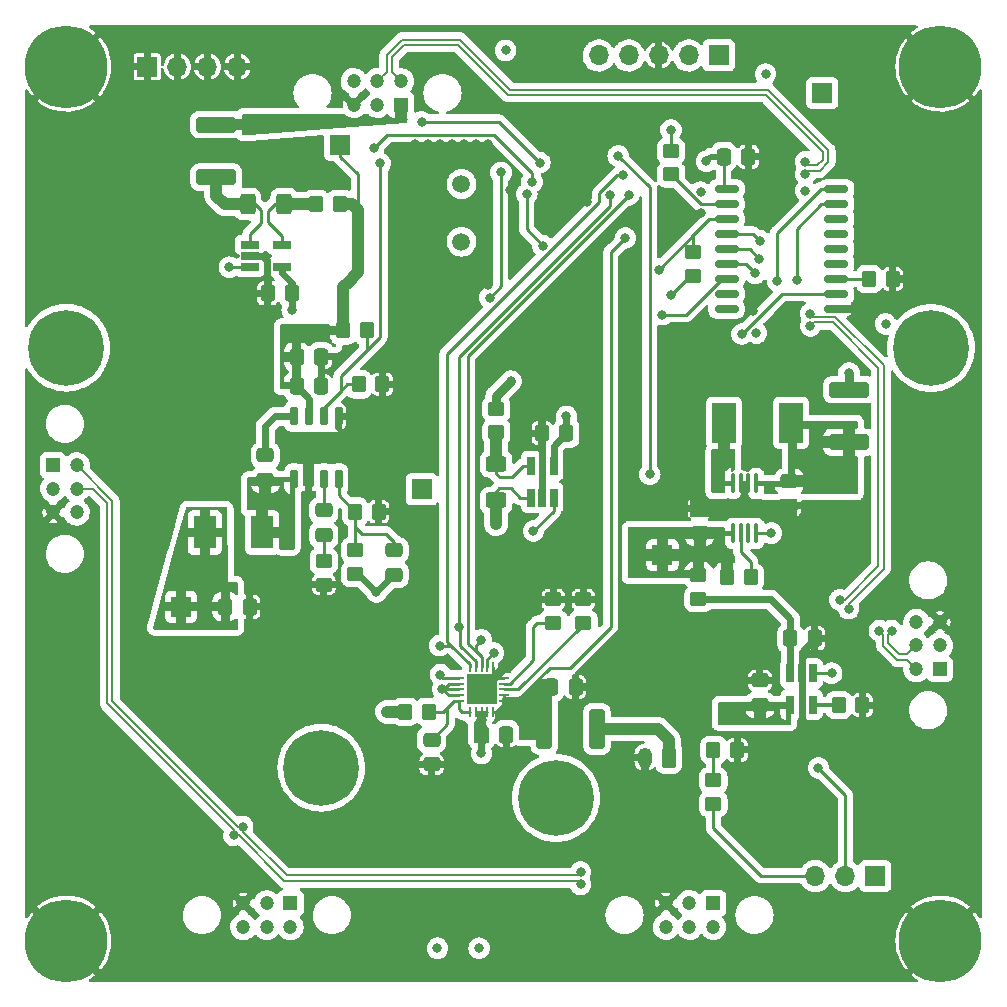
<source format=gbr>
%TF.GenerationSoftware,KiCad,Pcbnew,(6.0.5)*%
%TF.CreationDate,2022-12-19T19:55:07-05:00*%
%TF.ProjectId,GrandPapa_Board,4772616e-6450-4617-9061-5f426f617264,rev?*%
%TF.SameCoordinates,Original*%
%TF.FileFunction,Copper,L4,Bot*%
%TF.FilePolarity,Positive*%
%FSLAX46Y46*%
G04 Gerber Fmt 4.6, Leading zero omitted, Abs format (unit mm)*
G04 Created by KiCad (PCBNEW (6.0.5)) date 2022-12-19 19:55:07*
%MOMM*%
%LPD*%
G01*
G04 APERTURE LIST*
G04 Aperture macros list*
%AMRoundRect*
0 Rectangle with rounded corners*
0 $1 Rounding radius*
0 $2 $3 $4 $5 $6 $7 $8 $9 X,Y pos of 4 corners*
0 Add a 4 corners polygon primitive as box body*
4,1,4,$2,$3,$4,$5,$6,$7,$8,$9,$2,$3,0*
0 Add four circle primitives for the rounded corners*
1,1,$1+$1,$2,$3*
1,1,$1+$1,$4,$5*
1,1,$1+$1,$6,$7*
1,1,$1+$1,$8,$9*
0 Add four rect primitives between the rounded corners*
20,1,$1+$1,$2,$3,$4,$5,0*
20,1,$1+$1,$4,$5,$6,$7,0*
20,1,$1+$1,$6,$7,$8,$9,0*
20,1,$1+$1,$8,$9,$2,$3,0*%
G04 Aperture macros list end*
%TA.AperFunction,ComponentPad*%
%ADD10R,1.200000X1.200000*%
%TD*%
%TA.AperFunction,ComponentPad*%
%ADD11C,1.200000*%
%TD*%
%TA.AperFunction,ComponentPad*%
%ADD12R,1.700000X1.700000*%
%TD*%
%TA.AperFunction,ComponentPad*%
%ADD13O,1.700000X1.700000*%
%TD*%
%TA.AperFunction,ComponentPad*%
%ADD14C,6.400000*%
%TD*%
%TA.AperFunction,ComponentPad*%
%ADD15C,0.800000*%
%TD*%
%TA.AperFunction,ComponentPad*%
%ADD16C,7.000000*%
%TD*%
%TA.AperFunction,ComponentPad*%
%ADD17C,1.500000*%
%TD*%
%TA.AperFunction,SMDPad,CuDef*%
%ADD18RoundRect,0.250000X-0.475000X0.337500X-0.475000X-0.337500X0.475000X-0.337500X0.475000X0.337500X0*%
%TD*%
%TA.AperFunction,SMDPad,CuDef*%
%ADD19RoundRect,0.250000X0.450000X-0.350000X0.450000X0.350000X-0.450000X0.350000X-0.450000X-0.350000X0*%
%TD*%
%TA.AperFunction,SMDPad,CuDef*%
%ADD20RoundRect,0.062500X-0.350000X-0.062500X0.350000X-0.062500X0.350000X0.062500X-0.350000X0.062500X0*%
%TD*%
%TA.AperFunction,SMDPad,CuDef*%
%ADD21RoundRect,0.062500X-0.062500X-0.350000X0.062500X-0.350000X0.062500X0.350000X-0.062500X0.350000X0*%
%TD*%
%TA.AperFunction,SMDPad,CuDef*%
%ADD22R,2.500000X2.500000*%
%TD*%
%TA.AperFunction,SMDPad,CuDef*%
%ADD23RoundRect,0.250000X0.475000X-0.337500X0.475000X0.337500X-0.475000X0.337500X-0.475000X-0.337500X0*%
%TD*%
%TA.AperFunction,SMDPad,CuDef*%
%ADD24RoundRect,0.250000X-0.450000X0.350000X-0.450000X-0.350000X0.450000X-0.350000X0.450000X0.350000X0*%
%TD*%
%TA.AperFunction,SMDPad,CuDef*%
%ADD25RoundRect,0.100000X0.100000X-0.712500X0.100000X0.712500X-0.100000X0.712500X-0.100000X-0.712500X0*%
%TD*%
%TA.AperFunction,SMDPad,CuDef*%
%ADD26RoundRect,0.250000X0.400000X0.625000X-0.400000X0.625000X-0.400000X-0.625000X0.400000X-0.625000X0*%
%TD*%
%TA.AperFunction,SMDPad,CuDef*%
%ADD27RoundRect,0.250000X-0.350000X-0.450000X0.350000X-0.450000X0.350000X0.450000X-0.350000X0.450000X0*%
%TD*%
%TA.AperFunction,SMDPad,CuDef*%
%ADD28RoundRect,0.250000X-0.337500X-0.475000X0.337500X-0.475000X0.337500X0.475000X-0.337500X0.475000X0*%
%TD*%
%TA.AperFunction,SMDPad,CuDef*%
%ADD29RoundRect,0.150000X-0.150000X0.650000X-0.150000X-0.650000X0.150000X-0.650000X0.150000X0.650000X0*%
%TD*%
%TA.AperFunction,SMDPad,CuDef*%
%ADD30R,3.200000X2.400000*%
%TD*%
%TA.AperFunction,SMDPad,CuDef*%
%ADD31RoundRect,0.250000X-1.450000X0.400000X-1.450000X-0.400000X1.450000X-0.400000X1.450000X0.400000X0*%
%TD*%
%TA.AperFunction,SMDPad,CuDef*%
%ADD32R,2.000000X3.400000*%
%TD*%
%TA.AperFunction,SMDPad,CuDef*%
%ADD33R,1.903000X2.790000*%
%TD*%
%TA.AperFunction,SMDPad,CuDef*%
%ADD34R,0.650000X1.560000*%
%TD*%
%TA.AperFunction,SMDPad,CuDef*%
%ADD35RoundRect,0.150000X0.875000X0.150000X-0.875000X0.150000X-0.875000X-0.150000X0.875000X-0.150000X0*%
%TD*%
%TA.AperFunction,ComponentPad*%
%ADD36RoundRect,0.250000X0.350000X0.625000X-0.350000X0.625000X-0.350000X-0.625000X0.350000X-0.625000X0*%
%TD*%
%TA.AperFunction,ComponentPad*%
%ADD37O,1.200000X1.750000*%
%TD*%
%TA.AperFunction,SMDPad,CuDef*%
%ADD38R,1.560000X0.650000*%
%TD*%
%TA.AperFunction,SMDPad,CuDef*%
%ADD39RoundRect,0.250000X0.400000X1.450000X-0.400000X1.450000X-0.400000X-1.450000X0.400000X-1.450000X0*%
%TD*%
%TA.AperFunction,SMDPad,CuDef*%
%ADD40RoundRect,0.250000X-0.625000X0.400000X-0.625000X-0.400000X0.625000X-0.400000X0.625000X0.400000X0*%
%TD*%
%TA.AperFunction,SMDPad,CuDef*%
%ADD41RoundRect,0.250000X0.350000X0.450000X-0.350000X0.450000X-0.350000X-0.450000X0.350000X-0.450000X0*%
%TD*%
%TA.AperFunction,ViaPad*%
%ADD42C,0.800000*%
%TD*%
%TA.AperFunction,Conductor*%
%ADD43C,1.000000*%
%TD*%
%TA.AperFunction,Conductor*%
%ADD44C,0.250000*%
%TD*%
%TA.AperFunction,Conductor*%
%ADD45C,0.600000*%
%TD*%
%TA.AperFunction,Conductor*%
%ADD46C,0.800000*%
%TD*%
%TA.AperFunction,Conductor*%
%ADD47C,0.500000*%
%TD*%
%TA.AperFunction,Conductor*%
%ADD48C,0.350000*%
%TD*%
%TA.AperFunction,Conductor*%
%ADD49C,0.200000*%
%TD*%
G04 APERTURE END LIST*
D10*
%TO.P,J4,1,Pin_1*%
%TO.N,unconnected-(J4-Pad1)*%
X136271000Y-135083800D03*
D11*
%TO.P,J4,2,Pin_2*%
%TO.N,/Power Supplies & Regulators/5V_SWITCHED*%
X134271000Y-135083800D03*
%TO.P,J4,3,Pin_3*%
%TO.N,GND*%
X132271000Y-135083800D03*
%TO.P,J4,4,Pin_4*%
%TO.N,/CANH_PAYLOAD*%
X136271000Y-137083800D03*
%TO.P,J4,5,Pin_5*%
%TO.N,/CANL_PAYLOAD*%
X134271000Y-137083800D03*
%TO.P,J4,6*%
%TO.N,N/C*%
X132271000Y-137083800D03*
%TD*%
D12*
%TO.P,J11,1,Pin_1*%
%TO.N,GND*%
X124149000Y-64246800D03*
D13*
%TO.P,J11,2,Pin_2*%
X126689000Y-64246800D03*
%TO.P,J11,3,Pin_3*%
X129229000Y-64246800D03*
%TO.P,J11,4,Pin_4*%
X131769000Y-64246800D03*
%TD*%
D14*
%TO.P,H2,1,1*%
%TO.N,unconnected-(H2-Pad1)*%
X117284000Y-88036400D03*
%TD*%
D15*
%TO.P,H8,1,1*%
%TO.N,GND*%
X119140155Y-66099498D03*
X117284000Y-66868343D03*
D16*
X117284000Y-64243343D03*
D15*
X115427845Y-62387188D03*
X114659000Y-64243343D03*
X119909000Y-64243343D03*
X117284000Y-61618343D03*
X119140155Y-62387188D03*
X115427845Y-66099498D03*
%TD*%
%TO.P,H6,1,1*%
%TO.N,GND*%
X193923933Y-64243343D03*
X189442778Y-66099498D03*
X188673933Y-64243343D03*
D16*
X191298933Y-64243343D03*
D15*
X193155088Y-62387188D03*
X193155088Y-66099498D03*
X191298933Y-66868343D03*
X191298933Y-61618343D03*
X189442778Y-62387188D03*
%TD*%
%TO.P,H7,1,1*%
%TO.N,GND*%
X189442778Y-136383845D03*
X191298933Y-135615000D03*
X191298933Y-140865000D03*
X188673933Y-138240000D03*
X193155088Y-136383845D03*
D16*
X191298933Y-138240000D03*
D15*
X189442778Y-140096155D03*
X193923933Y-138240000D03*
X193155088Y-140096155D03*
%TD*%
D12*
%TO.P,J6,1,Pin_1*%
%TO.N,/MCU and CAN Controllers/ICSPCLK*%
X172526000Y-63296800D03*
D13*
%TO.P,J6,2,Pin_2*%
%TO.N,/MCU and CAN Controllers/ICSPDAT*%
X169986000Y-63296800D03*
%TO.P,J6,3,Pin_3*%
%TO.N,GND*%
X167446000Y-63296800D03*
%TO.P,J6,4,Pin_4*%
%TO.N,+5V*%
X164906000Y-63296800D03*
%TO.P,J6,5,Pin_5*%
%TO.N,/MCU and CAN Controllers/~{MCLR}*%
X162366000Y-63296800D03*
%TD*%
D14*
%TO.P,H5,1,1*%
%TO.N,unconnected-(H5-Pad1)*%
X158750000Y-126161800D03*
%TD*%
D12*
%TO.P,J8,1,Pin_1*%
%TO.N,Net-(J8-Pad1)*%
X185786000Y-132765800D03*
D13*
%TO.P,J8,2,Pin_2*%
%TO.N,Net-(J8-Pad2)*%
X183246000Y-132765800D03*
%TO.P,J8,3,Pin_3*%
%TO.N,Net-(J8-Pad3)*%
X180706000Y-132765800D03*
%TD*%
D17*
%TO.P,Y1,1,1*%
%TO.N,Net-(C16-Pad1)*%
X150749000Y-74181800D03*
%TO.P,Y1,2,2*%
%TO.N,Net-(C17-Pad1)*%
X150749000Y-79061800D03*
%TD*%
D10*
%TO.P,J5,1,Pin_1*%
%TO.N,unconnected-(J5-Pad1)*%
X116165559Y-97991413D03*
D11*
%TO.P,J5,2,Pin_2*%
%TO.N,/Power Supplies & Regulators/5V_SWITCHED*%
X116165559Y-99991413D03*
%TO.P,J5,3,Pin_3*%
%TO.N,GND*%
X116165559Y-101991413D03*
%TO.P,J5,4,Pin_4*%
%TO.N,/CANH_PAYLOAD*%
X118165559Y-97991413D03*
%TO.P,J5,5,Pin_5*%
%TO.N,/CANL_PAYLOAD*%
X118165559Y-99991413D03*
%TO.P,J5,6,Pin_6*%
%TO.N,unconnected-(J5-Pad6)*%
X118165559Y-101991413D03*
%TD*%
D15*
%TO.P,H3,1,1*%
%TO.N,GND*%
X119922332Y-138240000D03*
X115441177Y-140096155D03*
X114672332Y-138240000D03*
X119153487Y-136383845D03*
X117297332Y-135615000D03*
X117297332Y-140865000D03*
X115441177Y-136383845D03*
X119153487Y-140096155D03*
D16*
X117297332Y-138240000D03*
%TD*%
D10*
%TO.P,J3,1,Pin_1*%
%TO.N,unconnected-(J3-Pad1)*%
X191262000Y-115239800D03*
D11*
%TO.P,J3,2,Pin_2*%
%TO.N,/Power Supplies & Regulators/5V_SWITCHED*%
X191262000Y-113239800D03*
%TO.P,J3,3,Pin_3*%
%TO.N,GND*%
X191262000Y-111239800D03*
%TO.P,J3,4,Pin_4*%
%TO.N,/CANH_PAYLOAD*%
X189262000Y-115239800D03*
%TO.P,J3,5,Pin_5*%
%TO.N,/CANL_PAYLOAD*%
X189262000Y-113239800D03*
%TO.P,J3,6,Pin_6*%
%TO.N,unconnected-(J3-Pad6)*%
X189262000Y-111239800D03*
%TD*%
D14*
%TO.P,H4,1,1*%
%TO.N,unconnected-(H4-Pad1)*%
X190500000Y-88061800D03*
%TD*%
%TO.P,H1,1,1*%
%TO.N,unconnected-(H1-Pad1)*%
X138874000Y-123596400D03*
%TD*%
D10*
%TO.P,J7,1,Pin_1*%
%TO.N,unconnected-(J7-Pad1)*%
X172053000Y-135067800D03*
D11*
%TO.P,J7,2,Pin_2*%
%TO.N,/Power Supplies & Regulators/5V_SWITCHED*%
X170053000Y-135067800D03*
%TO.P,J7,3,Pin_3*%
%TO.N,GND*%
X168053000Y-135067800D03*
%TO.P,J7,4,Pin_4*%
%TO.N,/CANH_PAYLOAD*%
X172053000Y-137067800D03*
%TO.P,J7,5,Pin_5*%
%TO.N,/CANL_PAYLOAD*%
X170053000Y-137067800D03*
%TO.P,J7,6*%
%TO.N,N/C*%
X168053000Y-137067800D03*
%TD*%
D18*
%TO.P,C2,1*%
%TO.N,Net-(C2-Pad1)*%
X178489000Y-99359300D03*
%TO.P,C2,2*%
%TO.N,GND*%
X178489000Y-101434300D03*
%TD*%
D19*
%TO.P,R16,1*%
%TO.N,GND*%
X139089000Y-108096800D03*
%TO.P,R16,2*%
%TO.N,Net-(C4-Pad2)*%
X139089000Y-106096800D03*
%TD*%
D20*
%TO.P,U3,1,OUT*%
%TO.N,Net-(C10-Pad1)*%
X150506500Y-117976800D03*
%TO.P,U3,2,VPCC*%
%TO.N,+4.5V*%
X150506500Y-117476800D03*
%TO.P,U3,3,SEL*%
X150506500Y-116976800D03*
%TO.P,U3,4,PROG2*%
X150506500Y-116476800D03*
%TO.P,U3,5,THERM*%
%TO.N,Net-(J8-Pad2)*%
X150506500Y-115976800D03*
D21*
%TO.P,U3,6,~{PG}*%
%TO.N,/Battery Charging/BATT_CHARGER_PG_L*%
X151444000Y-115039300D03*
%TO.P,U3,7,STAT2*%
%TO.N,/Battery Charging/BATT_CHARGE_COMPLETE_L*%
X151944000Y-115039300D03*
%TO.P,U3,8,STAT1/~{LBO}*%
%TO.N,/Battery Charging/LOW_BAT_L*%
X152444000Y-115039300D03*
%TO.P,U3,9,~{TE}*%
%TO.N,+4.5V*%
X152944000Y-115039300D03*
%TO.P,U3,10,VSS*%
%TO.N,GND*%
X153444000Y-115039300D03*
D20*
%TO.P,U3,11,VSS*%
X154381500Y-115976800D03*
%TO.P,U3,12,PROG3*%
%TO.N,Net-(R5-Pad1)*%
X154381500Y-116476800D03*
%TO.P,U3,13,PROG1*%
%TO.N,Net-(R4-Pad1)*%
X154381500Y-116976800D03*
%TO.P,U3,14,VBAT*%
%TO.N,/Battery Charging/VBATT_VOLT_SENSE*%
X154381500Y-117476800D03*
%TO.P,U3,15,VBAT*%
X154381500Y-117976800D03*
D21*
%TO.P,U3,16,Vbat_SENSE*%
X153444000Y-118914300D03*
%TO.P,U3,17,CE*%
%TO.N,+4.5V*%
X152944000Y-118914300D03*
%TO.P,U3,18,IN*%
X152444000Y-118914300D03*
%TO.P,U3,19,IN*%
X151944000Y-118914300D03*
%TO.P,U3,20,OUT*%
%TO.N,Net-(C10-Pad1)*%
X151444000Y-118914300D03*
D22*
%TO.P,U3,21,VSS*%
%TO.N,GND*%
X152444000Y-116976800D03*
%TD*%
D23*
%TO.P,C8,1*%
%TO.N,+4.5V*%
X145039000Y-107271800D03*
%TO.P,C8,2*%
%TO.N,Net-(C8-Pad2)*%
X145039000Y-105196800D03*
%TD*%
D24*
%TO.P,R18,1*%
%TO.N,+5V*%
X168489000Y-71371800D03*
%TO.P,R18,2*%
%TO.N,Net-(R18-Pad2)*%
X168489000Y-73371800D03*
%TD*%
D25*
%TO.P,U1,1,EN*%
%TO.N,Net-(C2-Pad1)*%
X175685400Y-103755100D03*
%TO.P,U1,2,NC*%
%TO.N,unconnected-(U1-Pad2)*%
X175035400Y-103755100D03*
%TO.P,U1,3,PG*%
%TO.N,Net-(R2-Pad2)*%
X174385400Y-103755100D03*
%TO.P,U1,4,VOUT*%
%TO.N,+5V*%
X173735400Y-103755100D03*
%TO.P,U1,5,SW*%
%TO.N,Net-(L2-Pad2)*%
X173735400Y-99530100D03*
%TO.P,U1,6,PGND*%
%TO.N,GND*%
X174385400Y-99530100D03*
%TO.P,U1,7,SGND*%
X175035400Y-99530100D03*
%TO.P,U1,8,VIN*%
%TO.N,Net-(C2-Pad1)*%
X175685400Y-99530100D03*
%TD*%
D26*
%TO.P,R1,1*%
%TO.N,Net-(R1-Pad1)*%
X135730600Y-75871800D03*
%TO.P,R1,2*%
%TO.N,Net-(F1-Pad2)*%
X132630600Y-75871800D03*
%TD*%
D12*
%TO.P,TP1,1,1*%
%TO.N,+4.5V*%
X127000000Y-109971800D03*
%TD*%
D27*
%TO.P,R8,1*%
%TO.N,/MCU and CAN Controllers/12V_PWR_DIS*%
X142043500Y-91144000D03*
%TO.P,R8,2*%
%TO.N,GND*%
X144043500Y-91144000D03*
%TD*%
D12*
%TO.P,TP2,1,1*%
%TO.N,Net-(R22-Pad2)*%
X147389000Y-100021800D03*
%TD*%
D28*
%TO.P,C12,1*%
%TO.N,GND*%
X157564000Y-95271800D03*
%TO.P,C12,2*%
%TO.N,+5V*%
X159639000Y-95271800D03*
%TD*%
%TO.P,C11,1*%
%TO.N,/Battery Charging/VBATT_VOLT_SENSE*%
X158326500Y-116771800D03*
%TO.P,C11,2*%
%TO.N,GND*%
X160401500Y-116771800D03*
%TD*%
D29*
%TO.P,U2,1,BOOT*%
%TO.N,Net-(C6-Pad2)*%
X136551700Y-93846800D03*
%TO.P,U2,2,VIN*%
%TO.N,Net-(C1-Pad1)*%
X137821700Y-93846800D03*
%TO.P,U2,3,EN*%
%TO.N,/MCU and CAN Controllers/12V_PWR_DIS*%
X139091700Y-93846800D03*
%TO.P,U2,4,AGND*%
%TO.N,GND*%
X140361700Y-93846800D03*
%TO.P,U2,5,FB*%
%TO.N,Net-(C8-Pad2)*%
X140361700Y-99146800D03*
%TO.P,U2,6,COMP*%
%TO.N,Net-(C4-Pad1)*%
X139091700Y-99146800D03*
%TO.P,U2,7,PGND*%
%TO.N,GND*%
X137821700Y-99146800D03*
%TO.P,U2,8,SW*%
%TO.N,Net-(C6-Pad1)*%
X136551700Y-99146800D03*
D30*
%TO.P,U2,9,EPAD*%
%TO.N,GND*%
X138456700Y-96496800D03*
%TD*%
D23*
%TO.P,C6,1*%
%TO.N,Net-(C6-Pad1)*%
X134139000Y-99236800D03*
%TO.P,C6,2*%
%TO.N,Net-(C6-Pad2)*%
X134139000Y-97161800D03*
%TD*%
D19*
%TO.P,R24,1*%
%TO.N,Net-(R23-Pad1)*%
X153689000Y-95196800D03*
%TO.P,R24,2*%
%TO.N,+BATT*%
X153689000Y-93196800D03*
%TD*%
D18*
%TO.P,C4,1*%
%TO.N,Net-(C4-Pad1)*%
X139089000Y-101821800D03*
%TO.P,C4,2*%
%TO.N,Net-(C4-Pad2)*%
X139089000Y-103896800D03*
%TD*%
D31*
%TO.P,F1,1*%
%TO.N,+12V*%
X129989000Y-69146800D03*
%TO.P,F1,2*%
%TO.N,Net-(F1-Pad2)*%
X129989000Y-73596800D03*
%TD*%
%TO.P,F2,1*%
%TO.N,+BATT*%
X183564000Y-91596800D03*
%TO.P,F2,2*%
%TO.N,Net-(C2-Pad1)*%
X183564000Y-96046800D03*
%TD*%
D28*
%TO.P,C1,1*%
%TO.N,Net-(C1-Pad1)*%
X136794796Y-88821961D03*
%TO.P,C1,2*%
%TO.N,GND*%
X138869796Y-88821961D03*
%TD*%
D24*
%TO.P,R10,1*%
%TO.N,+5V*%
X170814000Y-107321800D03*
%TO.P,R10,2*%
%TO.N,Net-(C7-Pad1)*%
X170814000Y-109321800D03*
%TD*%
D19*
%TO.P,R5,1*%
%TO.N,Net-(R5-Pad1)*%
X158530000Y-111346800D03*
%TO.P,R5,2*%
%TO.N,GND*%
X158530000Y-109346800D03*
%TD*%
D27*
%TO.P,R28,1*%
%TO.N,Net-(R28-Pad1)*%
X172085000Y-122097800D03*
%TO.P,R28,2*%
%TO.N,GND*%
X174085000Y-122097800D03*
%TD*%
D32*
%TO.P,L2,1*%
%TO.N,Net-(C2-Pad1)*%
X178659000Y-94401800D03*
%TO.P,L2,2*%
%TO.N,Net-(L2-Pad2)*%
X172959000Y-94401800D03*
%TD*%
D33*
%TO.P,L1,1,1*%
%TO.N,Net-(C6-Pad1)*%
X133871500Y-103682800D03*
%TO.P,L1,2,2*%
%TO.N,+4.5V*%
X129018500Y-103682800D03*
%TD*%
D34*
%TO.P,U5,1,VIN*%
%TO.N,Net-(C7-Pad1)*%
X178587762Y-115585992D03*
%TO.P,U5,2,GND*%
%TO.N,GND*%
X179537762Y-115585992D03*
%TO.P,U5,3,ON*%
%TO.N,/MCU and CAN Controllers/AUX_PWR_EN*%
X180487762Y-115585992D03*
%TO.P,U5,4,ISET*%
%TO.N,Net-(R7-Pad1)*%
X180487762Y-118285992D03*
%TO.P,U5,5,VOUT*%
%TO.N,/Power Supplies & Regulators/5V_SWITCHED*%
X178587762Y-118285992D03*
%TD*%
D28*
%TO.P,C14,1*%
%TO.N,GND*%
X134334000Y-83441800D03*
%TO.P,C14,2*%
%TO.N,+5V*%
X136409000Y-83441800D03*
%TD*%
%TO.P,C3,1*%
%TO.N,Net-(C1-Pad1)*%
X136793500Y-91319000D03*
%TO.P,C3,2*%
%TO.N,GND*%
X138868500Y-91319000D03*
%TD*%
D27*
%TO.P,R9,1*%
%TO.N,Net-(R1-Pad1)*%
X138430000Y-75869800D03*
%TO.P,R9,2*%
%TO.N,Net-(C1-Pad1)*%
X140430000Y-75869800D03*
%TD*%
D28*
%TO.P,C9,1*%
%TO.N,+4.5V*%
X152464000Y-120821800D03*
%TO.P,C9,2*%
%TO.N,GND*%
X154539000Y-120821800D03*
%TD*%
D24*
%TO.P,R25,1*%
%TO.N,Net-(C8-Pad2)*%
X141739000Y-105196800D03*
%TO.P,R25,2*%
%TO.N,+4.5V*%
X141739000Y-107196800D03*
%TD*%
D27*
%TO.P,R27,1*%
%TO.N,Net-(C1-Pad1)*%
X140717300Y-86565400D03*
%TO.P,R27,2*%
%TO.N,/MCU and CAN Controllers/12V_PWR_DIS*%
X142717300Y-86565400D03*
%TD*%
%TO.P,R7,1*%
%TO.N,Net-(R7-Pad1)*%
X182689000Y-118296800D03*
%TO.P,R7,2*%
%TO.N,GND*%
X184689000Y-118296800D03*
%TD*%
D34*
%TO.P,U4,1,VO*%
%TO.N,/Battery Charging/VBATT_CURR_SENSE*%
X158539000Y-100746800D03*
%TO.P,U4,2,GND*%
%TO.N,GND*%
X157589000Y-100746800D03*
%TO.P,U4,3,IN+*%
%TO.N,Net-(R22-Pad2)*%
X156639000Y-100746800D03*
%TO.P,U4,4,IN-*%
%TO.N,Net-(R23-Pad1)*%
X156639000Y-98046800D03*
%TO.P,U4,5,VS*%
%TO.N,+5V*%
X158539000Y-98046800D03*
%TD*%
D12*
%TO.P,TP7,1,1*%
%TO.N,Net-(TP7-Pad1)*%
X181296762Y-66471800D03*
%TD*%
D35*
%TO.P,U10,1,TXCAN*%
%TO.N,/MCU and CAN Controllers/TXCAN_MCP*%
X182489000Y-74601800D03*
%TO.P,U10,2,RXCAN*%
%TO.N,/MCU and CAN Controllers/RXCAN_MCP*%
X182489000Y-75871800D03*
%TO.P,U10,3,CLKOUT*%
%TO.N,unconnected-(U10-Pad3)*%
X182489000Y-77141800D03*
%TO.P,U10,4,~{TX0RTS}*%
%TO.N,unconnected-(U10-Pad4)*%
X182489000Y-78411800D03*
%TO.P,U10,5,~{TX1RTS}*%
%TO.N,unconnected-(U10-Pad5)*%
X182489000Y-79681800D03*
%TO.P,U10,6,~{TX2RTS}*%
%TO.N,unconnected-(U10-Pad6)*%
X182489000Y-80951800D03*
%TO.P,U10,7,OSC2*%
%TO.N,Net-(R26-Pad1)*%
X182489000Y-82221800D03*
%TO.P,U10,8,OSC1*%
%TO.N,/MCU and CAN Controllers/CLK_OUT*%
X182489000Y-83491800D03*
%TO.P,U10,9,VSS*%
%TO.N,GND*%
X182489000Y-84761800D03*
%TO.P,U10,10,~{RX1BF}*%
%TO.N,unconnected-(U10-Pad10)*%
X173189000Y-84761800D03*
%TO.P,U10,11,~{RX0BF}*%
%TO.N,unconnected-(U10-Pad11)*%
X173189000Y-83491800D03*
%TO.P,U10,12,~{INT}*%
%TO.N,/MCU and CAN Controllers/CAN_INT*%
X173189000Y-82221800D03*
%TO.P,U10,13,SCK*%
%TO.N,/MCU and CAN Controllers/SCK*%
X173189000Y-80951800D03*
%TO.P,U10,14,SI*%
%TO.N,/MCU and CAN Controllers/MOSI*%
X173189000Y-79681800D03*
%TO.P,U10,15,SO*%
%TO.N,/MCU and CAN Controllers/MISO*%
X173189000Y-78411800D03*
%TO.P,U10,16,~{CS}*%
%TO.N,/MCU and CAN Controllers/CS*%
X173189000Y-77141800D03*
%TO.P,U10,17,~{RESET}*%
%TO.N,Net-(R18-Pad2)*%
X173189000Y-75871800D03*
%TO.P,U10,18,VDD*%
%TO.N,+5V*%
X173189000Y-74601800D03*
%TD*%
D27*
%TO.P,R26,1*%
%TO.N,Net-(R26-Pad1)*%
X185254000Y-82221800D03*
%TO.P,R26,2*%
%TO.N,GND*%
X187254000Y-82221800D03*
%TD*%
D19*
%TO.P,R17,1*%
%TO.N,+5V*%
X170389000Y-81946800D03*
%TO.P,R17,2*%
%TO.N,/MCU and CAN Controllers/CS*%
X170389000Y-79946800D03*
%TD*%
D36*
%TO.P,J1,1,Pin_1*%
%TO.N,Net-(F3-Pad1)*%
X168289000Y-122746800D03*
D37*
%TO.P,J1,2,Pin_2*%
%TO.N,GND*%
X166289000Y-122746800D03*
%TD*%
D38*
%TO.P,U6,1,VO*%
%TO.N,/MCU and CAN Controllers/AUX_CURR_SENSE*%
X132830600Y-81216000D03*
%TO.P,U6,2,GND*%
%TO.N,GND*%
X132830600Y-80266000D03*
%TO.P,U6,3,IN+*%
%TO.N,Net-(F1-Pad2)*%
X132830600Y-79316000D03*
%TO.P,U6,4,IN-*%
%TO.N,Net-(R1-Pad1)*%
X135530600Y-79316000D03*
%TO.P,U6,5,VS*%
%TO.N,+5V*%
X135530600Y-81216000D03*
%TD*%
D23*
%TO.P,C5,1*%
%TO.N,+5V*%
X170914000Y-103746800D03*
%TO.P,C5,2*%
%TO.N,GND*%
X170914000Y-101671800D03*
%TD*%
D12*
%TO.P,TP3,1,1*%
%TO.N,+5V*%
X167767000Y-105587800D03*
%TD*%
%TO.P,TP4,1,1*%
%TO.N,Net-(C1-Pad1)*%
X140489000Y-70871800D03*
%TD*%
D39*
%TO.P,F3,1*%
%TO.N,Net-(F3-Pad1)*%
X162214000Y-120321800D03*
%TO.P,F3,2*%
%TO.N,/Battery Charging/VBATT_VOLT_SENSE*%
X157764000Y-120321800D03*
%TD*%
D18*
%TO.P,C10,1*%
%TO.N,Net-(C10-Pad1)*%
X148214000Y-121246800D03*
%TO.P,C10,2*%
%TO.N,GND*%
X148214000Y-123321800D03*
%TD*%
D27*
%TO.P,R19,1*%
%TO.N,Net-(C8-Pad2)*%
X141739000Y-101921800D03*
%TO.P,R19,2*%
%TO.N,GND*%
X143739000Y-101921800D03*
%TD*%
D19*
%TO.P,R4,1*%
%TO.N,Net-(R4-Pad1)*%
X161070000Y-111346800D03*
%TO.P,R4,2*%
%TO.N,GND*%
X161070000Y-109346800D03*
%TD*%
D28*
%TO.P,C7,1*%
%TO.N,Net-(C7-Pad1)*%
X178589000Y-112646800D03*
%TO.P,C7,2*%
%TO.N,GND*%
X180664000Y-112646800D03*
%TD*%
D40*
%TO.P,R23,1*%
%TO.N,Net-(R23-Pad1)*%
X153680600Y-97876600D03*
%TO.P,R23,2*%
%TO.N,Net-(R22-Pad2)*%
X153680600Y-100976600D03*
%TD*%
D41*
%TO.P,R22,1*%
%TO.N,Net-(C10-Pad1)*%
X147989000Y-118871800D03*
%TO.P,R22,2*%
%TO.N,Net-(R22-Pad2)*%
X145989000Y-118871800D03*
%TD*%
D27*
%TO.P,R2,1*%
%TO.N,+5V*%
X173239000Y-107446800D03*
%TO.P,R2,2*%
%TO.N,Net-(R2-Pad2)*%
X175239000Y-107446800D03*
%TD*%
D28*
%TO.P,C21,1*%
%TO.N,+5V*%
X172951500Y-71871800D03*
%TO.P,C21,2*%
%TO.N,GND*%
X175026500Y-71871800D03*
%TD*%
D23*
%TO.P,C13,1*%
%TO.N,/Power Supplies & Regulators/5V_SWITCHED*%
X176014000Y-118271800D03*
%TO.P,C13,2*%
%TO.N,GND*%
X176014000Y-116196800D03*
%TD*%
D28*
%TO.P,C15,1*%
%TO.N,+4.5V*%
X130756000Y-109969000D03*
%TO.P,C15,2*%
%TO.N,GND*%
X132831000Y-109969000D03*
%TD*%
D10*
%TO.P,J2,1,Pin_1*%
%TO.N,+12V*%
X145637000Y-67471800D03*
D11*
%TO.P,J2,2,Pin_2*%
%TO.N,unconnected-(J2-Pad2)*%
X143637000Y-67471800D03*
%TO.P,J2,3,Pin_3*%
%TO.N,GND*%
X141637000Y-67471800D03*
%TO.P,J2,4,Pin_4*%
%TO.N,/MCU and CAN Controllers/CANH_ROCKET*%
X145637000Y-65471800D03*
%TO.P,J2,5,Pin_5*%
%TO.N,/MCU and CAN Controllers/CANL_ROCKET*%
X143637000Y-65471800D03*
%TO.P,J2,6*%
%TO.N,N/C*%
X141637000Y-65471800D03*
%TD*%
D19*
%TO.P,TH1,1*%
%TO.N,Net-(J8-Pad3)*%
X172064000Y-126671800D03*
%TO.P,TH1,2*%
%TO.N,Net-(R28-Pad1)*%
X172064000Y-124671800D03*
%TD*%
D42*
%TO.N,GND*%
X149987000Y-70789800D03*
X175979000Y-114801800D03*
X153035000Y-70789800D03*
X161964000Y-116771800D03*
X186614000Y-84721800D03*
X180389000Y-101446800D03*
X190881000Y-131114800D03*
X179539000Y-120771800D03*
X148971000Y-70789800D03*
X153164000Y-117446800D03*
X173564000Y-101571800D03*
X146639000Y-123246800D03*
X172464000Y-101571800D03*
X139189000Y-109571800D03*
X151003000Y-82727800D03*
X170999000Y-76671800D03*
X158539000Y-107721800D03*
X174639000Y-101571800D03*
X154889000Y-74711800D03*
X141618500Y-93844000D03*
X145939000Y-71701800D03*
X184158672Y-61432920D03*
X147955000Y-70789800D03*
X188764000Y-82221800D03*
X152019000Y-82727800D03*
X145867910Y-82753726D03*
X153035000Y-82727800D03*
X152019000Y-70789800D03*
X147955000Y-82727800D03*
X169418000Y-101650800D03*
X181939000Y-69746800D03*
X184689000Y-119761800D03*
X153139000Y-116321800D03*
X148971000Y-82727800D03*
X174031708Y-70095984D03*
X145879000Y-81501800D03*
X146917291Y-82753726D03*
X132842000Y-108381800D03*
X140369000Y-88823800D03*
X175789000Y-101546800D03*
X174117000Y-123621800D03*
X132709000Y-83441800D03*
X146796855Y-70788928D03*
X151814000Y-116271800D03*
X161359175Y-75700521D03*
X161089000Y-107796800D03*
X149987000Y-82727800D03*
X175044776Y-70413362D03*
X180675543Y-111124478D03*
X151003000Y-70789800D03*
X176964000Y-101546800D03*
X175414000Y-84921800D03*
X155009000Y-114391800D03*
X134209000Y-73461800D03*
X142621000Y-62153800D03*
X145034000Y-101904800D03*
X151814000Y-117396800D03*
X155289000Y-122221800D03*
X156241539Y-95278234D03*
X144068500Y-92669000D03*
%TO.N,Net-(C2-Pad1)*%
X176979000Y-103731800D03*
X180959000Y-97651800D03*
%TO.N,+5V*%
X159639000Y-93846800D03*
X175714000Y-86796800D03*
X186664000Y-86021800D03*
X168464000Y-83596300D03*
X165614000Y-107146800D03*
X179868802Y-74736385D03*
X172389000Y-105496800D03*
X165589000Y-105771800D03*
X165589000Y-104471800D03*
X136412868Y-84845272D03*
X171001299Y-74859501D03*
X171489000Y-72246800D03*
X154489000Y-62871800D03*
X176489000Y-64871800D03*
X168489000Y-69596800D03*
%TO.N,+4.5V*%
X152239000Y-138881600D03*
X149139000Y-116946800D03*
X148714000Y-138881600D03*
X130763784Y-111529144D03*
X153464000Y-113871800D03*
X143539000Y-108721800D03*
X152439000Y-122396800D03*
%TO.N,/Battery Charging/VBATT_VOLT_SENSE*%
X164614000Y-78746800D03*
%TO.N,/Power Supplies & Regulators/5V_SWITCHED*%
X174277155Y-119483994D03*
X173077155Y-118483994D03*
X174277155Y-118458994D03*
X173102155Y-119483994D03*
%TO.N,+BATT*%
X183559000Y-90171800D03*
X154939000Y-90871800D03*
%TO.N,/Battery Charging/BATT_CHARGE_COMPLETE_L*%
X150564500Y-111671800D03*
X163314000Y-75096800D03*
%TO.N,/MCU and CAN Controllers/12V_PWR_DIS*%
X157384000Y-72362300D03*
X143859000Y-72421800D03*
X147369000Y-68921300D03*
%TO.N,/MCU and CAN Controllers/CS*%
X167464000Y-81421800D03*
%TO.N,/Battery Charging/LOW_BAT_L*%
X152439000Y-112771800D03*
X164914000Y-75096800D03*
%TO.N,/Battery Charging/BATT_CHARGER_PG_L*%
X148889000Y-113271800D03*
X164464000Y-73446800D03*
%TO.N,Net-(R22-Pad2)*%
X153689000Y-102971800D03*
X144420955Y-118860351D03*
%TO.N,/Battery Charging/VBATT_CURR_SENSE*%
X156839000Y-103555800D03*
X153139000Y-83791800D03*
X154091500Y-73194300D03*
%TO.N,/MCU and CAN Controllers/AUX_PWR_EN*%
X182089000Y-115596800D03*
X166689000Y-98746800D03*
X164014000Y-71796800D03*
%TO.N,/MCU and CAN Controllers/AUX_CURR_SENSE*%
X143314000Y-71171800D03*
X131089000Y-81221800D03*
X156714000Y-73996800D03*
%TO.N,/MCU and CAN Controllers/TXCAN_MCP*%
X177489000Y-82371800D03*
%TO.N,/MCU and CAN Controllers/RXCAN_MCP*%
X179139000Y-82271800D03*
%TO.N,/MCU and CAN Controllers/CAN_INT*%
X157638500Y-79396800D03*
X167764000Y-85246800D03*
X156274614Y-75036800D03*
%TO.N,/MCU and CAN Controllers/CLK_OUT*%
X174489000Y-86871800D03*
%TO.N,/MCU and CAN Controllers/MOSI*%
X175964000Y-80496800D03*
%TO.N,/MCU and CAN Controllers/SCK*%
X175614000Y-81746800D03*
%TO.N,/MCU and CAN Controllers/MISO*%
X175989000Y-78971800D03*
%TO.N,Net-(J8-Pad2)*%
X180975000Y-123621800D03*
X148954200Y-115712800D03*
%TO.N,/MCU and CAN Controllers/CANH_ROCKET*%
X179874412Y-72296800D03*
%TO.N,/MCU and CAN Controllers/CANL_ROCKET*%
X179874412Y-73346800D03*
%TO.N,/CANH_PAYLOAD*%
X180290646Y-85147800D03*
X186124000Y-112001800D03*
X132220232Y-128580568D03*
X160829000Y-132426800D03*
X183520232Y-110133032D03*
%TO.N,/CANL_PAYLOAD*%
X182777768Y-109390568D03*
X187174000Y-112001800D03*
X160829000Y-133476800D03*
X180290646Y-86197800D03*
X131477768Y-129323032D03*
%TD*%
D43*
%TO.N,Net-(C1-Pad1)*%
X141989000Y-76380800D02*
X141989000Y-77015800D01*
X141478000Y-75869800D02*
X141989000Y-76380800D01*
X140912800Y-82748000D02*
X141051500Y-82609300D01*
D44*
X141989000Y-76380800D02*
X141989000Y-73371800D01*
D45*
X137821700Y-92347200D02*
X137821700Y-93846800D01*
D43*
X140717300Y-86565400D02*
X140717300Y-82943500D01*
D44*
X140489000Y-71871800D02*
X140489000Y-70871800D01*
D45*
X136793500Y-91319000D02*
X137821700Y-92347200D01*
D43*
X141989000Y-81671800D02*
X141051500Y-82609300D01*
X140430000Y-75869800D02*
X141478000Y-75869800D01*
D44*
X141989000Y-73371800D02*
X140489000Y-71871800D01*
X140717300Y-82943500D02*
X140912800Y-82748000D01*
D43*
X141989000Y-77015800D02*
X141989000Y-81671800D01*
D45*
%TO.N,GND*%
X179537762Y-120770562D02*
X179539000Y-120771800D01*
D44*
X152444000Y-116976800D02*
X152516200Y-116976800D01*
X153139000Y-116321800D02*
X153139000Y-116311800D01*
D45*
X132830600Y-80266000D02*
X133860600Y-80266000D01*
X179537762Y-115585992D02*
X179537762Y-120770562D01*
D44*
X155009000Y-114391800D02*
X155009000Y-114411800D01*
X157564000Y-95271800D02*
X157589000Y-95296800D01*
X153444000Y-115976800D02*
X152444000Y-116976800D01*
X154381500Y-115976800D02*
X153444000Y-115976800D01*
D45*
X134251089Y-80656489D02*
X134251089Y-81957600D01*
D46*
X155009000Y-114411800D02*
X152444000Y-116976800D01*
D44*
X152516200Y-116976800D02*
X153242600Y-116250400D01*
D45*
X134251089Y-81957600D02*
X134334000Y-82040511D01*
X133860600Y-80266000D02*
X134251089Y-80656489D01*
D44*
X139160200Y-108505500D02*
X139198200Y-108543500D01*
D45*
X179537762Y-115585992D02*
X179537762Y-113773038D01*
D44*
X153444000Y-115039300D02*
X153444000Y-115976800D01*
D45*
X157589000Y-95296800D02*
X157589000Y-100746800D01*
X179537762Y-113773038D02*
X180664000Y-112646800D01*
X134334000Y-82040511D02*
X134334000Y-83441800D01*
D44*
%TO.N,Net-(C2-Pad1)*%
X176955700Y-103755100D02*
X176979000Y-103731800D01*
X175685400Y-103755100D02*
X176955700Y-103755100D01*
%TO.N,Net-(C4-Pad1)*%
X139089000Y-99149500D02*
X139089000Y-101821800D01*
X139091700Y-99146800D02*
X139089000Y-99149500D01*
%TO.N,Net-(C4-Pad2)*%
X139089000Y-103896800D02*
X139089000Y-106096800D01*
D45*
%TO.N,+5V*%
X135529000Y-81701800D02*
X135529000Y-81217600D01*
X158539000Y-98046800D02*
X158539000Y-96371800D01*
D44*
X168489000Y-71371800D02*
X168489000Y-69596800D01*
X172951500Y-74364300D02*
X173189000Y-74601800D01*
X170113500Y-81946800D02*
X168464000Y-83596300D01*
D45*
X136409000Y-82581800D02*
X135529000Y-81701800D01*
D44*
X170389000Y-81946800D02*
X170113500Y-81946800D01*
D45*
X136409000Y-83441800D02*
X136409000Y-82581800D01*
X135529000Y-81217600D02*
X135530600Y-81216000D01*
X159639000Y-95271800D02*
X159639000Y-93846800D01*
D47*
X172951500Y-71871800D02*
X171864000Y-71871800D01*
D45*
X136409000Y-84841404D02*
X136412868Y-84845272D01*
D47*
X171864000Y-71871800D02*
X171489000Y-72246800D01*
D45*
X158539000Y-96371800D02*
X159639000Y-95271800D01*
X136409000Y-83441800D02*
X136409000Y-84841404D01*
D44*
X172951500Y-71871800D02*
X172951500Y-74364300D01*
D45*
%TO.N,Net-(C6-Pad2)*%
X134974000Y-93846800D02*
X134139000Y-94681800D01*
X134139000Y-94681800D02*
X134139000Y-97161800D01*
X136551700Y-93846800D02*
X134974000Y-93846800D01*
D44*
%TO.N,Net-(C7-Pad1)*%
X178589000Y-112646800D02*
X178587762Y-112648038D01*
D45*
X178589000Y-112646800D02*
X178589000Y-110996800D01*
X178587762Y-112648038D02*
X178587762Y-115585992D01*
X178589000Y-110996800D02*
X176914000Y-109321800D01*
X176914000Y-109321800D02*
X170814000Y-109321800D01*
D44*
%TO.N,+4.5V*%
X145039000Y-107271800D02*
X144989000Y-107271800D01*
X149714200Y-116476800D02*
X149208200Y-116982800D01*
X150506500Y-117476800D02*
X149702200Y-117476800D01*
X152944000Y-114391800D02*
X153464000Y-113871800D01*
X152944000Y-115039300D02*
X152944000Y-114391800D01*
X141739000Y-107196800D02*
X142014000Y-107196800D01*
D45*
X144989000Y-107271800D02*
X143539000Y-108721800D01*
D44*
X152439000Y-120846800D02*
X152464000Y-120821800D01*
X150506500Y-116476800D02*
X149714200Y-116476800D01*
X149702200Y-117476800D02*
X149208200Y-116982800D01*
X150506500Y-116976800D02*
X149214200Y-116976800D01*
X149214200Y-116976800D02*
X149208200Y-116982800D01*
D45*
X152439000Y-122396800D02*
X152439000Y-120846800D01*
X142014000Y-107196800D02*
X143539000Y-108721800D01*
D44*
X152944000Y-118914300D02*
X151944000Y-118914300D01*
%TO.N,Net-(C8-Pad2)*%
X144399000Y-103809800D02*
X145039000Y-104449800D01*
X141739000Y-101921800D02*
X141739000Y-103181800D01*
X142367000Y-103809800D02*
X144399000Y-103809800D01*
X141739000Y-103181800D02*
X142367000Y-103809800D01*
X145039000Y-104449800D02*
X145039000Y-105196800D01*
X141739000Y-101921800D02*
X140361700Y-100544500D01*
X141739000Y-101921800D02*
X141739000Y-105196800D01*
X140361700Y-100544500D02*
X140361700Y-99146800D01*
%TO.N,Net-(C10-Pad1)*%
X151444000Y-118914300D02*
X150801500Y-118914300D01*
X149526500Y-119934300D02*
X148214000Y-121246800D01*
X150506500Y-117976800D02*
X150084000Y-117976800D01*
X149526500Y-118534300D02*
X149189000Y-118871800D01*
X149526500Y-118534300D02*
X149526500Y-119934300D01*
X150084000Y-117976800D02*
X149526500Y-118534300D01*
X150506500Y-118619300D02*
X150506500Y-117976800D01*
X150801500Y-118914300D02*
X150506500Y-118619300D01*
X149189000Y-118871800D02*
X147989000Y-118871800D01*
%TO.N,/Battery Charging/VBATT_VOLT_SENSE*%
X154381500Y-118188322D02*
X154381500Y-117976800D01*
X159914000Y-115121800D02*
X158214000Y-115121800D01*
X153655522Y-118914300D02*
X154381500Y-118188322D01*
X163389000Y-111646800D02*
X163389000Y-79971800D01*
X163389000Y-79971800D02*
X164614000Y-78746800D01*
X154381500Y-117804300D02*
X154381500Y-117976800D01*
X158214000Y-115121800D02*
X155359000Y-117976800D01*
X153444000Y-118914300D02*
X153655522Y-118914300D01*
X155359000Y-117976800D02*
X154381500Y-117976800D01*
X163389000Y-111646800D02*
X159914000Y-115121800D01*
X154381500Y-117476800D02*
X154381500Y-117804300D01*
%TO.N,/Power Supplies & Regulators/5V_SWITCHED*%
X176028192Y-118285992D02*
X176014000Y-118271800D01*
%TO.N,Net-(F1-Pad2)*%
X132630600Y-75871800D02*
X133289000Y-75871800D01*
X133789000Y-77446800D02*
X132830600Y-78405200D01*
D43*
X129989000Y-75171800D02*
X129989000Y-73596800D01*
X132630600Y-75871800D02*
X130689000Y-75871800D01*
D44*
X132830600Y-78405200D02*
X132830600Y-79316000D01*
D43*
X130689000Y-75871800D02*
X129989000Y-75171800D01*
D44*
X133789000Y-76371800D02*
X133789000Y-77446800D01*
X133289000Y-75871800D02*
X133789000Y-76371800D01*
D46*
%TO.N,+BATT*%
X154939000Y-90871800D02*
X153689000Y-92121800D01*
X183564000Y-91596800D02*
X183564000Y-90176800D01*
D44*
X183564000Y-90176800D02*
X183559000Y-90171800D01*
D46*
X153689000Y-92121800D02*
X153689000Y-93196800D01*
D43*
%TO.N,Net-(F3-Pad1)*%
X168289000Y-121221800D02*
X168289000Y-122746800D01*
X167389000Y-120321800D02*
X168289000Y-121221800D01*
X162214000Y-120321800D02*
X167389000Y-120321800D01*
D44*
%TO.N,Net-(R1-Pad1)*%
X134939000Y-75871800D02*
X135730600Y-75871800D01*
D43*
X138428000Y-75871800D02*
X135730600Y-75871800D01*
D44*
X135530600Y-78588400D02*
X134364000Y-77421800D01*
X134364000Y-76446800D02*
X134939000Y-75871800D01*
X135530600Y-79316000D02*
X135530600Y-78588400D01*
X138430000Y-75869800D02*
X138428000Y-75871800D01*
X134364000Y-77421800D02*
X134364000Y-76446800D01*
%TO.N,Net-(R2-Pad2)*%
X174385400Y-105318200D02*
X174385400Y-103755100D01*
X175239000Y-107446800D02*
X175239000Y-106171800D01*
X175239000Y-106171800D02*
X174385400Y-105318200D01*
%TO.N,Net-(R4-Pad1)*%
X161070000Y-111480082D02*
X161070000Y-111346800D01*
X155573282Y-116976800D02*
X161070000Y-111480082D01*
X154381500Y-116976800D02*
X155573282Y-116976800D01*
%TO.N,Net-(R5-Pad1)*%
X154381500Y-116476800D02*
X154841328Y-116476800D01*
X157166700Y-111346800D02*
X158530000Y-111346800D01*
X156828200Y-111685300D02*
X157166700Y-111346800D01*
X156828200Y-114489928D02*
X156828200Y-111685300D01*
X154841328Y-116476800D02*
X156828200Y-114489928D01*
%TO.N,/Battery Charging/BATT_CHARGE_COMPLETE_L*%
X151944000Y-114579472D02*
X150625164Y-113260636D01*
X150564500Y-111671800D02*
X150564500Y-88810582D01*
X150564500Y-88810582D02*
X150821141Y-88553941D01*
X151944000Y-115039300D02*
X151944000Y-114579472D01*
X163314000Y-76061082D02*
X150821141Y-88553941D01*
X163314000Y-75096800D02*
X163314000Y-76061082D01*
X150625164Y-113260636D02*
X150625164Y-111732464D01*
X150625164Y-111732464D02*
X150564500Y-111671800D01*
D48*
%TO.N,Net-(R7-Pad1)*%
X182689000Y-118296800D02*
X180498570Y-118296800D01*
D44*
X180498570Y-118296800D02*
X180487762Y-118285992D01*
%TO.N,/MCU and CAN Controllers/12V_PWR_DIS*%
X141093500Y-91144000D02*
X142043500Y-91144000D01*
X140568500Y-91669000D02*
X141093500Y-91144000D01*
X143859000Y-87126800D02*
X140543500Y-90442300D01*
X139091700Y-93846800D02*
X139091700Y-93145800D01*
X147369000Y-68921300D02*
X153943000Y-68921300D01*
X142717300Y-86565400D02*
X142717300Y-88225100D01*
X153943000Y-68921300D02*
X157384000Y-72362300D01*
X143859000Y-72421800D02*
X143859000Y-87126800D01*
X139091700Y-93145800D02*
X140568500Y-91669000D01*
X142717300Y-88225100D02*
X142717300Y-88133500D01*
X140543500Y-90442300D02*
X140543500Y-91644000D01*
X140543500Y-91644000D02*
X140568500Y-91669000D01*
%TO.N,/MCU and CAN Controllers/CS*%
X171744000Y-77141800D02*
X173189000Y-77141800D01*
X167464000Y-81421800D02*
X170601500Y-78284300D01*
X170601500Y-78284300D02*
X171744000Y-77141800D01*
X170389000Y-79946800D02*
X170389000Y-78496800D01*
X170389000Y-78496800D02*
X170601500Y-78284300D01*
%TO.N,Net-(R18-Pad2)*%
X170989000Y-75871800D02*
X173189000Y-75871800D01*
X168489000Y-73371800D02*
X170989000Y-75871800D01*
%TO.N,/Battery Charging/LOW_BAT_L*%
X152444000Y-114251800D02*
X151951500Y-113759300D01*
X151289000Y-88721800D02*
X151289000Y-88921800D01*
X152444000Y-115039300D02*
X152444000Y-114251800D01*
X151951500Y-113759300D02*
X151951500Y-113259300D01*
X151951500Y-113259300D02*
X152439000Y-112771800D01*
X151289000Y-113096800D02*
X151289000Y-88921800D01*
X164914000Y-75096800D02*
X151289000Y-88721800D01*
X151951500Y-113759300D02*
X151289000Y-113096800D01*
%TO.N,/Battery Charging/BATT_CHARGER_PG_L*%
X163939386Y-73446800D02*
X162414000Y-74972186D01*
X149889000Y-113296800D02*
X149514000Y-112921800D01*
X148914000Y-113296800D02*
X148889000Y-113271800D01*
X149537510Y-88546800D02*
X149514000Y-88546800D01*
X164464000Y-73446800D02*
X163939386Y-73446800D01*
X162414000Y-74972186D02*
X162414000Y-75670310D01*
X151444000Y-114851800D02*
X149889000Y-113296800D01*
X151444000Y-115039300D02*
X151444000Y-114851800D01*
X162414000Y-75670310D02*
X149537510Y-88546800D01*
X149514000Y-112921800D02*
X149514000Y-88546800D01*
X149889000Y-113296800D02*
X148914000Y-113296800D01*
%TO.N,Net-(R22-Pad2)*%
X153680600Y-102963400D02*
X153689000Y-102971800D01*
X153964000Y-99946800D02*
X153680600Y-100230200D01*
X155714000Y-100746800D02*
X154914000Y-99946800D01*
X156639000Y-100746800D02*
X155714000Y-100746800D01*
X153680600Y-100230200D02*
X153680600Y-100976600D01*
X154914000Y-99946800D02*
X153964000Y-99946800D01*
D43*
X145989000Y-118871800D02*
X144450000Y-118871800D01*
X153680600Y-100976600D02*
X153680600Y-102963400D01*
D44*
%TO.N,Net-(R23-Pad1)*%
X153989000Y-99021800D02*
X153680600Y-98713400D01*
X153689000Y-97868200D02*
X153680600Y-97876600D01*
X154989000Y-99021800D02*
X153989000Y-99021800D01*
X156639000Y-98046800D02*
X155964000Y-98046800D01*
X153680600Y-98713400D02*
X153680600Y-97876600D01*
X155964000Y-98046800D02*
X154989000Y-99021800D01*
D43*
X153689000Y-95196800D02*
X153689000Y-97868200D01*
D44*
%TO.N,Net-(R26-Pad1)*%
X185254000Y-82221800D02*
X182489000Y-82221800D01*
%TO.N,/Battery Charging/VBATT_CURR_SENSE*%
X154091500Y-82839300D02*
X153139000Y-83791800D01*
X156839000Y-103555800D02*
X158539000Y-101855800D01*
X158539000Y-101855800D02*
X158539000Y-100746800D01*
X154091500Y-73194300D02*
X154091500Y-82839300D01*
%TO.N,/MCU and CAN Controllers/AUX_PWR_EN*%
X180498570Y-115596800D02*
X180487762Y-115585992D01*
X166689000Y-74471800D02*
X166689000Y-98746800D01*
X164014000Y-71796800D02*
X166689000Y-74471800D01*
X182089000Y-115596800D02*
X180498570Y-115596800D01*
%TO.N,/MCU and CAN Controllers/AUX_CURR_SENSE*%
X156714000Y-73252186D02*
X153479103Y-70017289D01*
X156714000Y-73996800D02*
X156714000Y-73252186D01*
X132830600Y-81216000D02*
X131094800Y-81216000D01*
X131094800Y-81216000D02*
X131089000Y-81221800D01*
X144468511Y-70017289D02*
X143314000Y-71171800D01*
X153479103Y-70017289D02*
X144468511Y-70017289D01*
%TO.N,/MCU and CAN Controllers/TXCAN_MCP*%
X182489000Y-74601800D02*
X181227000Y-74601800D01*
X181227000Y-74601800D02*
X177489000Y-78339800D01*
X177489000Y-78339800D02*
X177489000Y-82371800D01*
%TO.N,/MCU and CAN Controllers/RXCAN_MCP*%
X179139000Y-77959800D02*
X179139000Y-82271800D01*
X181227000Y-75871800D02*
X179139000Y-77959800D01*
X182489000Y-75871800D02*
X181227000Y-75871800D01*
%TO.N,/MCU and CAN Controllers/CAN_INT*%
X157638500Y-79396800D02*
X156274614Y-78032914D01*
X172762928Y-82221800D02*
X169737928Y-85246800D01*
X173189000Y-82221800D02*
X172762928Y-82221800D01*
X156274614Y-78032914D02*
X156274614Y-75036800D01*
X169737928Y-85246800D02*
X167764000Y-85246800D01*
%TO.N,/MCU and CAN Controllers/CLK_OUT*%
X177869000Y-83491800D02*
X174489000Y-86871800D01*
X182489000Y-83491800D02*
X177869000Y-83491800D01*
%TO.N,/MCU and CAN Controllers/MOSI*%
X175149000Y-79681800D02*
X175964000Y-80496800D01*
X173189000Y-79681800D02*
X175149000Y-79681800D01*
%TO.N,/MCU and CAN Controllers/SCK*%
X175614000Y-81746800D02*
X174819000Y-80951800D01*
X174819000Y-80951800D02*
X173189000Y-80951800D01*
%TO.N,/MCU and CAN Controllers/MISO*%
X175429000Y-78411800D02*
X175989000Y-78971800D01*
X173189000Y-78411800D02*
X175429000Y-78411800D01*
%TO.N,Net-(R28-Pad1)*%
X172085000Y-122097800D02*
X172085000Y-124650800D01*
X172085000Y-124650800D02*
X172064000Y-124671800D01*
%TO.N,Net-(J8-Pad2)*%
X180975000Y-123621800D02*
X183246000Y-125892800D01*
X183246000Y-125892800D02*
X183246000Y-132765800D01*
X148954200Y-115712800D02*
X149218200Y-115976800D01*
X149218200Y-115976800D02*
X150506500Y-115976800D01*
%TO.N,Net-(J8-Pad3)*%
X180706000Y-132765800D02*
X176149000Y-132765800D01*
X176149000Y-132765800D02*
X172064000Y-128680800D01*
X172064000Y-128680800D02*
X172064000Y-126671800D01*
D49*
%TO.N,/MCU and CAN Controllers/CANH_ROCKET*%
X180881801Y-72596799D02*
X181358007Y-72120593D01*
X145882200Y-62396800D02*
X144862001Y-63416999D01*
X181358007Y-71491007D02*
X176513800Y-66646800D01*
X179874412Y-72296800D02*
X180174411Y-72596799D01*
X144862001Y-64696801D02*
X145637000Y-65471800D01*
X176513800Y-66646800D02*
X154695800Y-66646800D01*
X181358007Y-72120593D02*
X181358007Y-71491007D01*
X144862001Y-63416999D02*
X144862001Y-64696801D01*
X150445800Y-62396800D02*
X145882200Y-62396800D01*
X154695800Y-66646800D02*
X150445800Y-62396800D01*
X180174411Y-72596799D02*
X180881801Y-72596799D01*
%TO.N,/MCU and CAN Controllers/CANL_ROCKET*%
X181808007Y-71304607D02*
X176700200Y-66196800D01*
X176700200Y-66196800D02*
X154882200Y-66196800D01*
X179874412Y-73346800D02*
X180174411Y-73046801D01*
X181068199Y-73046801D02*
X181808007Y-72306993D01*
X150632200Y-61946800D02*
X145695800Y-61946800D01*
X144411999Y-64696801D02*
X143637000Y-65471800D01*
X144411999Y-63230601D02*
X144411999Y-64696801D01*
X154882200Y-66196800D02*
X150632200Y-61946800D01*
X180174411Y-73046801D02*
X181068199Y-73046801D01*
X181808007Y-72306993D02*
X181808007Y-71304607D01*
X145695800Y-61946800D02*
X144411999Y-63230601D01*
%TO.N,/CANH_PAYLOAD*%
X160529001Y-132726799D02*
X160829000Y-132426800D01*
X186484000Y-106744999D02*
X183520232Y-109708767D01*
X187623801Y-114464801D02*
X188487001Y-114464801D01*
X180290646Y-85147800D02*
X180590645Y-85447799D01*
X118165559Y-97991413D02*
X121194000Y-101019854D01*
X182393199Y-85447799D02*
X186484000Y-89538600D01*
X186484000Y-89538600D02*
X186484000Y-106744999D01*
X121194000Y-101019854D02*
X121194000Y-117978601D01*
X135942198Y-132726799D02*
X160529001Y-132726799D01*
X132220232Y-129004833D02*
X135942198Y-132726799D01*
X186124000Y-112001800D02*
X186423999Y-112301799D01*
X183520232Y-109708767D02*
X183520232Y-110133032D01*
X186423999Y-112301799D02*
X186423999Y-113264999D01*
X180590645Y-85447799D02*
X182393199Y-85447799D01*
X186423999Y-113264999D02*
X187623801Y-114464801D01*
X132220232Y-128580568D02*
X132220232Y-129004833D01*
X121194000Y-117978601D02*
X131795967Y-128580568D01*
X188487001Y-114464801D02*
X189262000Y-115239800D01*
X131795967Y-128580568D02*
X132220232Y-128580568D01*
%TO.N,/CANL_PAYLOAD*%
X188487001Y-114014799D02*
X189262000Y-113239800D01*
X119529162Y-99991413D02*
X120744000Y-101206251D01*
X186874001Y-112301799D02*
X186874001Y-113078601D01*
X187810199Y-114014799D02*
X188487001Y-114014799D01*
X135755802Y-133176801D02*
X160529001Y-133176801D01*
X186874001Y-113078601D02*
X187810199Y-114014799D01*
X187174000Y-112001800D02*
X186874001Y-112301799D01*
X186034000Y-106558601D02*
X183202033Y-109390568D01*
X120744000Y-101206251D02*
X120744000Y-118164999D01*
X180290646Y-86197800D02*
X180590645Y-85897801D01*
X160529001Y-133176801D02*
X160829000Y-133476800D01*
X186034000Y-89725000D02*
X186034000Y-106558601D01*
X183202033Y-109390568D02*
X182777768Y-109390568D01*
X131477768Y-128898767D02*
X131477768Y-129323032D01*
X131477768Y-129323032D02*
X131902033Y-129323032D01*
X182206801Y-85897801D02*
X186034000Y-89725000D01*
X120744000Y-118164999D02*
X131477768Y-128898767D01*
X118165559Y-99991413D02*
X119529162Y-99991413D01*
X180590645Y-85897801D02*
X182206801Y-85897801D01*
X131902033Y-129323032D02*
X135755802Y-133176801D01*
%TD*%
%TA.AperFunction,Conductor*%
%TO.N,Net-(L2-Pad2)*%
G36*
X173459000Y-96591684D02*
G01*
X173463475Y-96606923D01*
X173464865Y-96608128D01*
X173472548Y-96609799D01*
X173813000Y-96609799D01*
X173881121Y-96629801D01*
X173927614Y-96683457D01*
X173939000Y-96735799D01*
X173939000Y-98204984D01*
X173935400Y-98230563D01*
X173935400Y-98257031D01*
X173915398Y-98325152D01*
X173886106Y-98356991D01*
X173851413Y-98383613D01*
X173846387Y-98390163D01*
X173761362Y-98500969D01*
X173704024Y-98542836D01*
X173633153Y-98547058D01*
X173571250Y-98512294D01*
X173537969Y-98449581D01*
X173535400Y-98424265D01*
X173535400Y-98235635D01*
X173531356Y-98221864D01*
X173517817Y-98219835D01*
X173484867Y-98224172D01*
X173469052Y-98228410D01*
X173336407Y-98283353D01*
X173322224Y-98291541D01*
X173208320Y-98378944D01*
X173196744Y-98390520D01*
X173109341Y-98504424D01*
X173101153Y-98518607D01*
X173046210Y-98651250D01*
X173041972Y-98667068D01*
X173027938Y-98773666D01*
X173027400Y-98781875D01*
X173027400Y-99311985D01*
X173031875Y-99327224D01*
X173033265Y-99328429D01*
X173040948Y-99330100D01*
X173535400Y-99330100D01*
X173535400Y-99330653D01*
X173586403Y-99330654D01*
X173646128Y-99369039D01*
X173675619Y-99433621D01*
X173676900Y-99451541D01*
X173676901Y-99604100D01*
X173656899Y-99672221D01*
X173603243Y-99718714D01*
X173550901Y-99730100D01*
X173045516Y-99730100D01*
X173030277Y-99734575D01*
X173029072Y-99735965D01*
X173027401Y-99743648D01*
X173027401Y-100245800D01*
X173007399Y-100313921D01*
X172953743Y-100360414D01*
X172901401Y-100371800D01*
X172040000Y-100371800D01*
X171971879Y-100351798D01*
X171925386Y-100298142D01*
X171914000Y-100245800D01*
X171914000Y-96735800D01*
X171934002Y-96667679D01*
X171987658Y-96621186D01*
X172040000Y-96609800D01*
X172440885Y-96609800D01*
X172456124Y-96605325D01*
X172457329Y-96603935D01*
X172459000Y-96596252D01*
X172459000Y-94491800D01*
X173459000Y-94491800D01*
X173459000Y-96591684D01*
G37*
%TD.AperFunction*%
%TD*%
%TA.AperFunction,Conductor*%
%TO.N,Net-(C2-Pad1)*%
G36*
X184256121Y-94271802D02*
G01*
X184302614Y-94325458D01*
X184314000Y-94377800D01*
X184314000Y-94762800D01*
X184293998Y-94830921D01*
X184240342Y-94877414D01*
X184188000Y-94888800D01*
X184082115Y-94888800D01*
X184066876Y-94893275D01*
X184065671Y-94894665D01*
X184064000Y-94902348D01*
X184064000Y-97186684D01*
X184068475Y-97201923D01*
X184069865Y-97203128D01*
X184077548Y-97204799D01*
X184188000Y-97204799D01*
X184256121Y-97224801D01*
X184302614Y-97278457D01*
X184314000Y-97330799D01*
X184314000Y-100320800D01*
X184293998Y-100388921D01*
X184240342Y-100435414D01*
X184188000Y-100446800D01*
X179590200Y-100446800D01*
X179522079Y-100426798D01*
X179475586Y-100373142D01*
X179465482Y-100302868D01*
X179494976Y-100238288D01*
X179501027Y-100231782D01*
X179557739Y-100174971D01*
X179566751Y-100163560D01*
X179651818Y-100025555D01*
X179657962Y-100012377D01*
X179703033Y-99876494D01*
X179703522Y-99862401D01*
X179697310Y-99859300D01*
X177287231Y-99859300D01*
X177273700Y-99863273D01*
X177272719Y-99870099D01*
X177320590Y-100013589D01*
X177326758Y-100026757D01*
X177412063Y-100164607D01*
X177421099Y-100176008D01*
X177476815Y-100231627D01*
X177510894Y-100293910D01*
X177505891Y-100364730D01*
X177463394Y-100421602D01*
X177396895Y-100446471D01*
X177387797Y-100446800D01*
X176515438Y-100446800D01*
X176447317Y-100426798D01*
X176400824Y-100373142D01*
X176390516Y-100304354D01*
X176392862Y-100286534D01*
X176393400Y-100278325D01*
X176393399Y-99748215D01*
X176388924Y-99732976D01*
X176387534Y-99731771D01*
X176379851Y-99730100D01*
X175869900Y-99730100D01*
X175801779Y-99710098D01*
X175755286Y-99656442D01*
X175743900Y-99604101D01*
X175743899Y-99456101D01*
X175763901Y-99387980D01*
X175817556Y-99341487D01*
X175869899Y-99330100D01*
X176375283Y-99330100D01*
X176386167Y-99326904D01*
X176421664Y-99321800D01*
X176756895Y-99321800D01*
X177197885Y-99321801D01*
X178424798Y-99321801D01*
X178424798Y-98841185D01*
X178989000Y-98841185D01*
X178993475Y-98856424D01*
X178994865Y-98857629D01*
X179002548Y-98859300D01*
X179690769Y-98859300D01*
X179704300Y-98855327D01*
X179705281Y-98848501D01*
X179657410Y-98705011D01*
X179651242Y-98691843D01*
X179565937Y-98553993D01*
X179556901Y-98542592D01*
X179442171Y-98428061D01*
X179430760Y-98419049D01*
X179292757Y-98333984D01*
X179279576Y-98327837D01*
X179125290Y-98276662D01*
X179111914Y-98273795D01*
X179017562Y-98264128D01*
X179011145Y-98263800D01*
X179007115Y-98263800D01*
X178991876Y-98268275D01*
X178990671Y-98269665D01*
X178989000Y-98277348D01*
X178989000Y-98841185D01*
X178424798Y-98841185D01*
X178424798Y-96591684D01*
X179159000Y-96591684D01*
X179163475Y-96606923D01*
X179164865Y-96608128D01*
X179172548Y-96609799D01*
X179703669Y-96609799D01*
X179710490Y-96609429D01*
X179761352Y-96603905D01*
X179776604Y-96600279D01*
X179874548Y-96563561D01*
X181362890Y-96563561D01*
X181366256Y-96596005D01*
X181369149Y-96609402D01*
X181420588Y-96763584D01*
X181426761Y-96776762D01*
X181512063Y-96914607D01*
X181521099Y-96926008D01*
X181635829Y-97040539D01*
X181647240Y-97049551D01*
X181785243Y-97134616D01*
X181798424Y-97140763D01*
X181952710Y-97191938D01*
X181966086Y-97194805D01*
X182060438Y-97204472D01*
X182066854Y-97204800D01*
X183045885Y-97204800D01*
X183061124Y-97200325D01*
X183062329Y-97198935D01*
X183064000Y-97191252D01*
X183064000Y-96564915D01*
X183059525Y-96549676D01*
X183058135Y-96548471D01*
X183050452Y-96546800D01*
X181379266Y-96546800D01*
X181364949Y-96551004D01*
X181362890Y-96563561D01*
X179874548Y-96563561D01*
X179897054Y-96555124D01*
X179912649Y-96546586D01*
X180014724Y-96470085D01*
X180027285Y-96457524D01*
X180103786Y-96355449D01*
X180112324Y-96339854D01*
X180157478Y-96219406D01*
X180161105Y-96204151D01*
X180166631Y-96153286D01*
X180167000Y-96146472D01*
X180166999Y-95528777D01*
X181362932Y-95528777D01*
X181365661Y-95543477D01*
X181377894Y-95546800D01*
X183045885Y-95546800D01*
X183061124Y-95542325D01*
X183062329Y-95540935D01*
X183064000Y-95533252D01*
X183064000Y-94906916D01*
X183059525Y-94891677D01*
X183058135Y-94890472D01*
X183050452Y-94888801D01*
X182066905Y-94888801D01*
X182060386Y-94889138D01*
X181964794Y-94899057D01*
X181951400Y-94901949D01*
X181797216Y-94953388D01*
X181784038Y-94959561D01*
X181646193Y-95044863D01*
X181634792Y-95053899D01*
X181520261Y-95168629D01*
X181511249Y-95180040D01*
X181426184Y-95318043D01*
X181420037Y-95331224D01*
X181368862Y-95485511D01*
X181365995Y-95498885D01*
X181362932Y-95528777D01*
X180166999Y-95528777D01*
X180166999Y-94919915D01*
X180162524Y-94904676D01*
X180161134Y-94903471D01*
X180153451Y-94901800D01*
X179177115Y-94901800D01*
X179161876Y-94906275D01*
X179160671Y-94907665D01*
X179159000Y-94915348D01*
X179159000Y-96591684D01*
X178424798Y-96591684D01*
X178424798Y-94251801D01*
X180220548Y-94251801D01*
X183927873Y-94251800D01*
X184188000Y-94251800D01*
X184256121Y-94271802D01*
G37*
%TD.AperFunction*%
%TD*%
%TA.AperFunction,Conductor*%
%TO.N,+4.5V*%
G36*
X152752622Y-118866802D02*
G01*
X152799115Y-118920458D01*
X152810501Y-118972800D01*
X152810501Y-119301724D01*
X152825197Y-119413361D01*
X152828356Y-119420987D01*
X152828357Y-119420989D01*
X152868506Y-119517918D01*
X152875240Y-119592816D01*
X152853597Y-119692710D01*
X152852644Y-119697109D01*
X152847638Y-119767929D01*
X152858185Y-119913699D01*
X152909373Y-120050599D01*
X152911530Y-120054542D01*
X152911533Y-120054548D01*
X152940472Y-120107442D01*
X152940381Y-120107492D01*
X152943181Y-120111844D01*
X152942950Y-120111970D01*
X152943349Y-120112700D01*
X152946047Y-120116299D01*
X152946048Y-120116301D01*
X152955327Y-120128680D01*
X152962931Y-120142883D01*
X152963312Y-120142647D01*
X152966912Y-120148465D01*
X152968404Y-120150492D01*
X152968410Y-120150501D01*
X152973716Y-120157710D01*
X152981110Y-120168972D01*
X152985573Y-120176633D01*
X152987838Y-120180521D01*
X152991126Y-120184669D01*
X152991371Y-120184475D01*
X152998718Y-120191680D01*
X153009757Y-120206678D01*
X153015791Y-120214876D01*
X153022348Y-120222430D01*
X153030457Y-120231361D01*
X153031286Y-120232274D01*
X153062268Y-120296153D01*
X153064000Y-120316972D01*
X153064000Y-121370800D01*
X153043998Y-121438921D01*
X152990342Y-121485414D01*
X152938000Y-121496800D01*
X151940000Y-121496800D01*
X151871879Y-121476798D01*
X151825386Y-121423142D01*
X151814000Y-121370800D01*
X151814000Y-119810213D01*
X151834002Y-119742092D01*
X151863296Y-119710251D01*
X151907192Y-119676568D01*
X151913742Y-119671542D01*
X152005267Y-119552263D01*
X152062803Y-119413361D01*
X152077500Y-119301725D01*
X152077500Y-118986096D01*
X152079731Y-118962489D01*
X152081275Y-118954394D01*
X152083293Y-118954779D01*
X152103856Y-118898162D01*
X152160324Y-118855128D01*
X152205371Y-118846800D01*
X152684501Y-118846800D01*
X152752622Y-118866802D01*
G37*
%TD.AperFunction*%
%TD*%
%TA.AperFunction,Conductor*%
%TO.N,/Battery Charging/VBATT_VOLT_SENSE*%
G36*
X158357532Y-116141409D02*
G01*
X158404029Y-116195061D01*
X158415420Y-116247246D01*
X158421868Y-121124655D01*
X158401956Y-121192803D01*
X158348362Y-121239366D01*
X158296483Y-121250820D01*
X156548086Y-121259358D01*
X155761615Y-121263198D01*
X155693398Y-121243529D01*
X155646643Y-121190101D01*
X155635000Y-121137200D01*
X155635000Y-120296400D01*
X155624026Y-120190634D01*
X155568050Y-120022854D01*
X155474978Y-119872452D01*
X155468936Y-119866420D01*
X155354983Y-119752666D01*
X155349803Y-119747495D01*
X155326801Y-119733316D01*
X155205468Y-119658525D01*
X155205466Y-119658524D01*
X155199238Y-119654685D01*
X155038754Y-119601455D01*
X155037889Y-119601168D01*
X155037887Y-119601168D01*
X155031361Y-119599003D01*
X155024525Y-119598303D01*
X155024522Y-119598302D01*
X154981469Y-119593891D01*
X154926900Y-119588300D01*
X154151100Y-119588300D01*
X154147854Y-119588637D01*
X154147850Y-119588637D01*
X154052192Y-119598562D01*
X154052188Y-119598563D01*
X154045334Y-119599274D01*
X154038798Y-119601455D01*
X154038796Y-119601455D01*
X153906694Y-119645528D01*
X153877554Y-119655250D01*
X153727152Y-119748322D01*
X153602195Y-119873497D01*
X153599594Y-119877716D01*
X153542470Y-119918217D01*
X153471547Y-119921449D01*
X153410135Y-119885824D01*
X153403578Y-119878270D01*
X153399978Y-119872452D01*
X153394794Y-119867277D01*
X153393936Y-119866420D01*
X153393537Y-119865690D01*
X153390249Y-119861542D01*
X153390959Y-119860979D01*
X153359860Y-119804136D01*
X153364866Y-119733316D01*
X153401993Y-119683055D01*
X153401349Y-119682411D01*
X153405636Y-119678124D01*
X153406252Y-119677290D01*
X153407188Y-119676572D01*
X153407192Y-119676568D01*
X153413742Y-119671542D01*
X153505267Y-119552263D01*
X153562803Y-119413361D01*
X153577500Y-119301725D01*
X153577500Y-118986096D01*
X153579731Y-118962489D01*
X153579789Y-118962183D01*
X153581275Y-118954394D01*
X153577748Y-118898339D01*
X153577499Y-118890427D01*
X153577499Y-118861300D01*
X153597501Y-118793179D01*
X153651157Y-118746686D01*
X153703499Y-118735300D01*
X153742134Y-118735300D01*
X153804316Y-118728545D01*
X153940705Y-118677415D01*
X154057261Y-118590061D01*
X154144615Y-118473505D01*
X154195745Y-118337116D01*
X154202500Y-118274934D01*
X154202500Y-117736300D01*
X154222502Y-117668179D01*
X154276158Y-117621686D01*
X154328500Y-117610300D01*
X155494515Y-117610300D01*
X155505698Y-117610827D01*
X155513191Y-117612502D01*
X155521117Y-117612253D01*
X155521118Y-117612253D01*
X155581268Y-117610362D01*
X155585227Y-117610300D01*
X155613138Y-117610300D01*
X155617073Y-117609803D01*
X155617138Y-117609795D01*
X155628975Y-117608862D01*
X155661233Y-117607848D01*
X155665252Y-117607722D01*
X155673171Y-117607473D01*
X155692625Y-117601821D01*
X155711982Y-117597813D01*
X155724212Y-117596268D01*
X155724213Y-117596268D01*
X155732079Y-117595274D01*
X155739450Y-117592355D01*
X155739452Y-117592355D01*
X155773194Y-117578996D01*
X155784424Y-117575151D01*
X155819265Y-117565029D01*
X155819266Y-117565029D01*
X155826875Y-117562818D01*
X155833694Y-117558785D01*
X155833699Y-117558783D01*
X155844310Y-117552507D01*
X155862058Y-117543812D01*
X155880899Y-117536352D01*
X155916669Y-117510364D01*
X155926589Y-117503848D01*
X155957817Y-117485380D01*
X155957820Y-117485378D01*
X155964644Y-117481342D01*
X155978965Y-117467021D01*
X155993999Y-117454180D01*
X156003976Y-117446931D01*
X156010389Y-117442272D01*
X156038580Y-117408195D01*
X156046570Y-117399416D01*
X157287589Y-116158397D01*
X157349901Y-116124371D01*
X157376673Y-116121492D01*
X158289409Y-116121413D01*
X158357532Y-116141409D01*
G37*
%TD.AperFunction*%
%TD*%
%TA.AperFunction,Conductor*%
%TO.N,GND*%
G36*
X150773596Y-115077300D02*
G01*
X150807622Y-115139612D01*
X150810501Y-115166395D01*
X150810501Y-115217300D01*
X150790499Y-115285421D01*
X150736843Y-115331914D01*
X150684501Y-115343300D01*
X150339000Y-115343300D01*
X150339000Y-114991800D01*
X150688096Y-114991800D01*
X150773596Y-115077300D01*
G37*
%TD.AperFunction*%
%TD*%
%TA.AperFunction,Conductor*%
%TO.N,GND*%
G36*
X136297869Y-95152362D02*
G01*
X136304274Y-95152866D01*
X136304279Y-95152867D01*
X136332742Y-95155107D01*
X136332750Y-95155107D01*
X136335198Y-95155300D01*
X136768202Y-95155300D01*
X136770650Y-95155107D01*
X136770658Y-95155107D01*
X136799121Y-95152867D01*
X136799126Y-95152866D01*
X136805531Y-95152362D01*
X136824676Y-95146800D01*
X137548724Y-95146800D01*
X137567869Y-95152362D01*
X137574274Y-95152866D01*
X137574279Y-95152867D01*
X137602742Y-95155107D01*
X137602750Y-95155107D01*
X137605198Y-95155300D01*
X138038202Y-95155300D01*
X138040650Y-95155107D01*
X138040658Y-95155107D01*
X138069121Y-95152867D01*
X138069126Y-95152866D01*
X138075531Y-95152362D01*
X138094676Y-95146800D01*
X138818724Y-95146800D01*
X138837869Y-95152362D01*
X138844274Y-95152866D01*
X138844279Y-95152867D01*
X138872742Y-95155107D01*
X138872750Y-95155107D01*
X138875198Y-95155300D01*
X139308202Y-95155300D01*
X139310650Y-95155107D01*
X139310658Y-95155107D01*
X139339121Y-95152867D01*
X139339126Y-95152866D01*
X139345531Y-95152362D01*
X139364676Y-95146800D01*
X140689000Y-95146800D01*
X140689000Y-97862582D01*
X140615531Y-97841238D01*
X140609126Y-97840734D01*
X140609121Y-97840733D01*
X140580658Y-97838493D01*
X140580650Y-97838493D01*
X140578202Y-97838300D01*
X140145198Y-97838300D01*
X140142750Y-97838493D01*
X140142742Y-97838493D01*
X140114279Y-97840733D01*
X140114274Y-97840734D01*
X140107869Y-97841238D01*
X140002673Y-97871800D01*
X139450727Y-97871800D01*
X139345531Y-97841238D01*
X139339126Y-97840734D01*
X139339121Y-97840733D01*
X139310658Y-97838493D01*
X139310650Y-97838493D01*
X139308202Y-97838300D01*
X138875198Y-97838300D01*
X138872750Y-97838493D01*
X138872742Y-97838493D01*
X138844279Y-97840733D01*
X138844274Y-97840734D01*
X138837869Y-97841238D01*
X138732673Y-97871800D01*
X138264000Y-97871800D01*
X138283200Y-98601400D01*
X138283200Y-99771800D01*
X137360200Y-99771800D01*
X137360200Y-98430298D01*
X137357262Y-98392969D01*
X137339000Y-98330110D01*
X137339000Y-97896800D01*
X136943377Y-97881285D01*
X136850212Y-97854219D01*
X136805531Y-97841238D01*
X136799126Y-97840734D01*
X136799121Y-97840733D01*
X136770658Y-97838493D01*
X136770650Y-97838493D01*
X136768202Y-97838300D01*
X136335198Y-97838300D01*
X136332750Y-97838493D01*
X136332742Y-97838493D01*
X136304279Y-97840733D01*
X136304274Y-97840734D01*
X136297869Y-97841238D01*
X136253188Y-97854219D01*
X136064000Y-97846800D01*
X136089000Y-95146800D01*
X136278724Y-95146800D01*
X136297869Y-95152362D01*
G37*
%TD.AperFunction*%
%TD*%
%TA.AperFunction,Conductor*%
%TO.N,Net-(C6-Pad1)*%
G36*
X136614000Y-105007800D02*
G01*
X136593998Y-105075921D01*
X136540342Y-105122414D01*
X136488000Y-105133800D01*
X135457000Y-105133800D01*
X135388879Y-105113798D01*
X135342386Y-105060142D01*
X135331000Y-105007800D01*
X135331000Y-104200915D01*
X135326525Y-104185676D01*
X135325135Y-104184471D01*
X135317452Y-104182800D01*
X133497500Y-104182800D01*
X133429379Y-104162798D01*
X133382886Y-104109142D01*
X133371500Y-104056800D01*
X133371500Y-103164685D01*
X134371500Y-103164685D01*
X134375975Y-103179924D01*
X134377365Y-103181129D01*
X134385048Y-103182800D01*
X135312884Y-103182800D01*
X135328123Y-103178325D01*
X135329328Y-103176935D01*
X135330999Y-103169252D01*
X135330999Y-102243131D01*
X135330629Y-102236310D01*
X135325105Y-102185448D01*
X135321479Y-102170196D01*
X135276324Y-102049746D01*
X135267786Y-102034151D01*
X135191285Y-101932076D01*
X135178724Y-101919515D01*
X135076649Y-101843014D01*
X135061054Y-101834476D01*
X134940606Y-101789322D01*
X134925351Y-101785695D01*
X134874486Y-101780169D01*
X134867672Y-101779800D01*
X134389615Y-101779800D01*
X134374376Y-101784275D01*
X134373171Y-101785665D01*
X134371500Y-101793348D01*
X134371500Y-103164685D01*
X133371500Y-103164685D01*
X133371500Y-101797916D01*
X133367025Y-101782677D01*
X133365635Y-101781472D01*
X133357952Y-101779801D01*
X132875331Y-101779801D01*
X132868510Y-101780171D01*
X132817648Y-101785695D01*
X132802396Y-101789321D01*
X132731230Y-101816000D01*
X132660422Y-101821183D01*
X132598053Y-101787262D01*
X132563924Y-101725007D01*
X132561000Y-101698018D01*
X132561000Y-99747599D01*
X132922719Y-99747599D01*
X132970590Y-99891089D01*
X132976758Y-99904257D01*
X133062063Y-100042107D01*
X133071099Y-100053508D01*
X133185829Y-100168039D01*
X133197240Y-100177051D01*
X133335243Y-100262116D01*
X133348424Y-100268263D01*
X133502710Y-100319438D01*
X133516086Y-100322305D01*
X133610438Y-100331972D01*
X133616854Y-100332300D01*
X133620885Y-100332300D01*
X133636124Y-100327825D01*
X133637329Y-100326435D01*
X133639000Y-100318752D01*
X133639000Y-100314184D01*
X134639000Y-100314184D01*
X134643475Y-100329423D01*
X134644865Y-100330628D01*
X134652548Y-100332299D01*
X134661095Y-100332299D01*
X134667614Y-100331962D01*
X134763206Y-100322043D01*
X134776600Y-100319151D01*
X134930784Y-100267712D01*
X134943962Y-100261539D01*
X135081807Y-100176237D01*
X135093208Y-100167201D01*
X135207739Y-100052471D01*
X135216751Y-100041060D01*
X135301818Y-99903055D01*
X135307962Y-99889877D01*
X135317612Y-99860784D01*
X135743701Y-99860784D01*
X135743895Y-99865720D01*
X135746130Y-99894136D01*
X135748430Y-99906731D01*
X135790807Y-100052590D01*
X135797052Y-100067021D01*
X135873611Y-100196478D01*
X135883251Y-100208904D01*
X135989596Y-100315249D01*
X136002022Y-100324889D01*
X136131477Y-100401447D01*
X136145913Y-100407694D01*
X136234305Y-100433374D01*
X136248405Y-100433334D01*
X136251700Y-100426064D01*
X136251700Y-99464915D01*
X136247225Y-99449676D01*
X136245835Y-99448471D01*
X136238152Y-99446800D01*
X135761816Y-99446800D01*
X135746577Y-99451275D01*
X135745372Y-99452665D01*
X135743701Y-99460348D01*
X135743701Y-99860784D01*
X135317612Y-99860784D01*
X135353033Y-99753994D01*
X135353522Y-99739901D01*
X135347310Y-99736800D01*
X134657115Y-99736800D01*
X134641876Y-99741275D01*
X134640671Y-99742665D01*
X134639000Y-99750348D01*
X134639000Y-100314184D01*
X133639000Y-100314184D01*
X133639000Y-99754915D01*
X133634525Y-99739676D01*
X133633135Y-99738471D01*
X133625452Y-99736800D01*
X132937231Y-99736800D01*
X132923700Y-99740773D01*
X132922719Y-99747599D01*
X132561000Y-99747599D01*
X132561000Y-99147800D01*
X132581002Y-99079679D01*
X132634658Y-99033186D01*
X132687000Y-99021800D01*
X136614000Y-99021800D01*
X136614000Y-105007800D01*
G37*
%TD.AperFunction*%
%TD*%
%TA.AperFunction,Conductor*%
%TO.N,Net-(C1-Pad1)*%
G36*
X139560112Y-86089002D02*
G01*
X139606605Y-86142658D01*
X139612887Y-86159501D01*
X139613775Y-86162524D01*
X139615165Y-86163729D01*
X139622848Y-86165400D01*
X140991300Y-86165400D01*
X141059421Y-86185402D01*
X141093500Y-86224731D01*
X141093500Y-86910812D01*
X141043642Y-86954014D01*
X140991300Y-86965400D01*
X139627416Y-86965400D01*
X139612177Y-86969875D01*
X139610972Y-86971265D01*
X139609301Y-86978948D01*
X139609301Y-87062495D01*
X139609638Y-87069014D01*
X139619557Y-87164606D01*
X139622449Y-87178000D01*
X139673888Y-87332184D01*
X139680061Y-87345362D01*
X139765363Y-87483207D01*
X139774403Y-87494613D01*
X139823653Y-87543778D01*
X139857732Y-87606060D01*
X139857469Y-87609782D01*
X139906390Y-87621757D01*
X140038543Y-87703216D01*
X140051724Y-87709363D01*
X140079973Y-87718733D01*
X140138333Y-87759164D01*
X140165569Y-87824729D01*
X140153035Y-87894610D01*
X140104710Y-87946622D01*
X140086626Y-87954813D01*
X140086712Y-87955006D01*
X140006932Y-87990526D01*
X139936566Y-87999960D01*
X139872269Y-87969854D01*
X139848540Y-87941722D01*
X139809628Y-87878841D01*
X139805774Y-87872613D01*
X139751256Y-87818190D01*
X139717177Y-87755908D01*
X139717440Y-87752185D01*
X139668519Y-87740210D01*
X139618477Y-87709363D01*
X139601406Y-87698841D01*
X139536264Y-87658686D01*
X139536262Y-87658685D01*
X139530034Y-87654846D01*
X139430273Y-87621757D01*
X139368685Y-87601329D01*
X139368683Y-87601329D01*
X139362157Y-87599164D01*
X139355321Y-87598464D01*
X139355318Y-87598463D01*
X139311942Y-87594019D01*
X139257696Y-87588461D01*
X138481896Y-87588461D01*
X138478650Y-87588798D01*
X138478646Y-87588798D01*
X138382988Y-87598723D01*
X138382984Y-87598724D01*
X138376130Y-87599435D01*
X138369594Y-87601616D01*
X138369592Y-87601616D01*
X138345116Y-87609782D01*
X138208350Y-87655411D01*
X138057948Y-87748483D01*
X137932991Y-87873658D01*
X137930194Y-87878196D01*
X137872943Y-87918785D01*
X137802020Y-87922015D01*
X137740609Y-87886389D01*
X137733234Y-87877893D01*
X137725198Y-87867754D01*
X137610467Y-87753222D01*
X137599056Y-87744210D01*
X137461053Y-87659145D01*
X137447872Y-87652998D01*
X137293586Y-87601823D01*
X137280210Y-87598956D01*
X137212819Y-87592051D01*
X137198119Y-87594780D01*
X137194796Y-87607013D01*
X137194796Y-90052615D01*
X137196329Y-90095502D01*
X137193695Y-90107613D01*
X137193500Y-90108411D01*
X137193500Y-91544000D01*
X135484500Y-91544000D01*
X135416379Y-91523998D01*
X135369886Y-91470342D01*
X135358500Y-91418000D01*
X135358500Y-90900885D01*
X135698000Y-90900885D01*
X135702475Y-90916124D01*
X135703865Y-90917329D01*
X135711548Y-90919000D01*
X136375385Y-90919000D01*
X136390624Y-90914525D01*
X136391829Y-90913135D01*
X136393500Y-90905452D01*
X136393500Y-90088347D01*
X136391967Y-90045459D01*
X136394601Y-90033348D01*
X136394796Y-90032550D01*
X136394796Y-89240076D01*
X136390321Y-89224837D01*
X136388931Y-89223632D01*
X136381248Y-89221961D01*
X135717412Y-89221961D01*
X135702173Y-89226436D01*
X135700968Y-89227826D01*
X135699297Y-89235509D01*
X135699297Y-89344056D01*
X135699634Y-89350575D01*
X135709553Y-89446167D01*
X135712445Y-89459561D01*
X135763884Y-89613745D01*
X135770057Y-89626923D01*
X135855359Y-89764768D01*
X135864395Y-89776169D01*
X135979125Y-89890700D01*
X135990536Y-89899712D01*
X136092850Y-89962779D01*
X136140343Y-90015551D01*
X136151767Y-90085623D01*
X136123493Y-90150747D01*
X136093037Y-90177183D01*
X135988193Y-90242063D01*
X135976792Y-90251099D01*
X135862261Y-90365829D01*
X135853249Y-90377240D01*
X135768184Y-90515243D01*
X135762037Y-90528424D01*
X135710862Y-90682710D01*
X135707995Y-90696086D01*
X135698328Y-90790438D01*
X135698000Y-90796855D01*
X135698000Y-90900885D01*
X135358500Y-90900885D01*
X135358500Y-88403846D01*
X135699296Y-88403846D01*
X135703771Y-88419085D01*
X135705161Y-88420290D01*
X135712844Y-88421961D01*
X136376681Y-88421961D01*
X136391920Y-88417486D01*
X136393125Y-88416096D01*
X136394796Y-88408413D01*
X136394796Y-87608336D01*
X136390592Y-87594019D01*
X136378035Y-87591960D01*
X136308091Y-87599217D01*
X136294694Y-87602110D01*
X136140512Y-87653549D01*
X136127334Y-87659722D01*
X135989489Y-87745024D01*
X135978088Y-87754060D01*
X135863557Y-87868790D01*
X135854545Y-87880201D01*
X135769480Y-88018204D01*
X135763333Y-88031385D01*
X135712158Y-88185671D01*
X135709291Y-88199047D01*
X135699624Y-88293399D01*
X135699296Y-88299816D01*
X135699296Y-88403846D01*
X135358500Y-88403846D01*
X135358500Y-86195000D01*
X135378502Y-86126879D01*
X135432158Y-86080386D01*
X135484500Y-86069000D01*
X139491991Y-86069000D01*
X139560112Y-86089002D01*
G37*
%TD.AperFunction*%
%TD*%
%TA.AperFunction,Conductor*%
%TO.N,GND*%
G36*
X171400500Y-100245800D02*
G01*
X171400860Y-100249146D01*
X171400860Y-100249151D01*
X171404444Y-100282484D01*
X171412234Y-100354949D01*
X171423620Y-100407291D01*
X171458290Y-100511457D01*
X171537308Y-100634412D01*
X171540250Y-100637807D01*
X171540252Y-100637810D01*
X171568176Y-100670036D01*
X171583801Y-100688068D01*
X171587194Y-100691008D01*
X171687450Y-100777881D01*
X171687453Y-100777883D01*
X171694261Y-100783782D01*
X171702459Y-100787526D01*
X171734062Y-100801959D01*
X171827210Y-100844498D01*
X171850964Y-100851473D01*
X171891008Y-100863231D01*
X171891012Y-100863232D01*
X171895331Y-100864500D01*
X171899780Y-100865140D01*
X171899786Y-100865141D01*
X172035553Y-100884661D01*
X172035558Y-100884661D01*
X172040000Y-100885300D01*
X172901401Y-100885300D01*
X172904747Y-100884940D01*
X172904752Y-100884940D01*
X173007186Y-100873928D01*
X173007193Y-100873927D01*
X173010550Y-100873566D01*
X173013851Y-100872848D01*
X173059611Y-100862894D01*
X173059616Y-100862893D01*
X173062892Y-100862180D01*
X173167058Y-100827510D01*
X173225409Y-100790011D01*
X173293527Y-100770009D01*
X173341745Y-100779600D01*
X173476550Y-100835438D01*
X173484738Y-100836516D01*
X173591421Y-100850561D01*
X173595515Y-100851100D01*
X173735383Y-100851100D01*
X173875284Y-100851099D01*
X173879369Y-100850561D01*
X173879373Y-100850561D01*
X173986063Y-100836516D01*
X173986065Y-100836516D01*
X173994250Y-100835438D01*
X174068263Y-100804781D01*
X174134648Y-100777284D01*
X174134650Y-100777283D01*
X174142276Y-100774124D01*
X174226609Y-100709412D01*
X174262836Y-100681614D01*
X174262837Y-100681613D01*
X174269387Y-100676587D01*
X174274414Y-100670036D01*
X174274416Y-100670034D01*
X174318156Y-100613031D01*
X174366924Y-100549475D01*
X174428238Y-100401450D01*
X174443900Y-100282485D01*
X174443899Y-99321800D01*
X174976900Y-99321800D01*
X174976901Y-100282484D01*
X174977439Y-100286569D01*
X174977439Y-100286573D01*
X174986440Y-100354949D01*
X174992562Y-100401450D01*
X174995722Y-100409078D01*
X175047296Y-100533590D01*
X175053876Y-100549476D01*
X175058902Y-100556026D01*
X175146385Y-100670034D01*
X175151413Y-100676587D01*
X175157963Y-100681613D01*
X175157966Y-100681616D01*
X175239000Y-100743795D01*
X175239000Y-100821800D01*
X175393625Y-100821800D01*
X175426550Y-100835438D01*
X175434738Y-100836516D01*
X175541421Y-100850561D01*
X175545515Y-100851100D01*
X175685383Y-100851100D01*
X175825284Y-100851099D01*
X175829369Y-100850561D01*
X175829373Y-100850561D01*
X175936063Y-100836516D01*
X175936065Y-100836516D01*
X175944250Y-100835438D01*
X175973091Y-100823492D01*
X175977176Y-100821800D01*
X176118618Y-100821800D01*
X176137378Y-100830775D01*
X176169699Y-100858782D01*
X176177892Y-100862523D01*
X176177894Y-100862525D01*
X176227765Y-100885300D01*
X176302648Y-100919498D01*
X176324312Y-100925859D01*
X176366446Y-100938231D01*
X176366450Y-100938232D01*
X176370769Y-100939500D01*
X176375218Y-100940140D01*
X176375224Y-100940141D01*
X176510991Y-100959661D01*
X176510996Y-100959661D01*
X176515438Y-100960300D01*
X177387797Y-100960300D01*
X177406354Y-100959965D01*
X177411931Y-100959763D01*
X177414877Y-100959657D01*
X177414899Y-100959656D01*
X177415452Y-100959636D01*
X177423857Y-100959180D01*
X177428914Y-100958905D01*
X177428916Y-100958905D01*
X177433975Y-100958630D01*
X177438925Y-100957549D01*
X177438930Y-100957548D01*
X177572361Y-100928400D01*
X177572360Y-100928400D01*
X177576765Y-100927438D01*
X177615305Y-100913025D01*
X177639056Y-100904143D01*
X177639060Y-100904141D01*
X177643264Y-100902569D01*
X177771479Y-100832413D01*
X177782074Y-100821800D01*
X179189000Y-100821800D01*
X179189000Y-102371800D01*
X170064000Y-102371800D01*
X170064000Y-99321800D01*
X171400500Y-99321800D01*
X171400500Y-100245800D01*
G37*
%TD.AperFunction*%
%TD*%
%TA.AperFunction,Conductor*%
%TO.N,+12V*%
G36*
X146079121Y-66991802D02*
G01*
X146125614Y-67045458D01*
X146137000Y-67097800D01*
X146137000Y-68561684D01*
X146144259Y-68586406D01*
X146172390Y-68630179D01*
X146177493Y-68665855D01*
X146177167Y-68894955D01*
X146157068Y-68963048D01*
X146103346Y-69009464D01*
X146060478Y-69020431D01*
X139319000Y-69519800D01*
X139318980Y-69519802D01*
X139318958Y-69519803D01*
X135003541Y-69855245D01*
X132790332Y-70027280D01*
X132778953Y-70027649D01*
X132423055Y-70023082D01*
X132253304Y-70020903D01*
X132185446Y-70000028D01*
X132139645Y-69945780D01*
X132130444Y-69875382D01*
X132135328Y-69855245D01*
X132184138Y-69708089D01*
X132187005Y-69694715D01*
X132190068Y-69664823D01*
X132187339Y-69650123D01*
X132175106Y-69646800D01*
X129615000Y-69646800D01*
X129546879Y-69626798D01*
X129500386Y-69573142D01*
X129489000Y-69520800D01*
X129489000Y-68772800D01*
X129509002Y-68704679D01*
X129562658Y-68658186D01*
X129615000Y-68646800D01*
X132173734Y-68646800D01*
X132188051Y-68642596D01*
X132190110Y-68630039D01*
X132186744Y-68597595D01*
X132183851Y-68584198D01*
X132136373Y-68441889D01*
X132133789Y-68370939D01*
X132169973Y-68309855D01*
X132233437Y-68278031D01*
X132255631Y-68276013D01*
X134903006Y-68270519D01*
X140804147Y-68258271D01*
X140872310Y-68278132D01*
X140892331Y-68294017D01*
X140936410Y-68336957D01*
X140941206Y-68340162D01*
X140941209Y-68340164D01*
X141009149Y-68385560D01*
X141105803Y-68450142D01*
X141111106Y-68452420D01*
X141111109Y-68452422D01*
X141200115Y-68490662D01*
X141292987Y-68530563D01*
X141365817Y-68547043D01*
X141486055Y-68574250D01*
X141486060Y-68574251D01*
X141491692Y-68575525D01*
X141497463Y-68575752D01*
X141497465Y-68575752D01*
X141560470Y-68578227D01*
X141695263Y-68583523D01*
X141896883Y-68554290D01*
X141902347Y-68552435D01*
X141902352Y-68552434D01*
X142084327Y-68490662D01*
X142084332Y-68490660D01*
X142089799Y-68488804D01*
X142267551Y-68389258D01*
X142335278Y-68332930D01*
X142394195Y-68283930D01*
X142459359Y-68255749D01*
X142474502Y-68254804D01*
X142799894Y-68254128D01*
X142868056Y-68273989D01*
X142888078Y-68289874D01*
X142936410Y-68336957D01*
X142941206Y-68340162D01*
X142941209Y-68340164D01*
X143009149Y-68385560D01*
X143105803Y-68450142D01*
X143111106Y-68452420D01*
X143111109Y-68452422D01*
X143200115Y-68490662D01*
X143292987Y-68530563D01*
X143365817Y-68547043D01*
X143486055Y-68574250D01*
X143486060Y-68574251D01*
X143491692Y-68575525D01*
X143497463Y-68575752D01*
X143497465Y-68575752D01*
X143560470Y-68578227D01*
X143695263Y-68583523D01*
X143896883Y-68554290D01*
X143902347Y-68552435D01*
X143902352Y-68552434D01*
X144084327Y-68490662D01*
X144084332Y-68490660D01*
X144089799Y-68488804D01*
X144267551Y-68389258D01*
X144397018Y-68281582D01*
X144462181Y-68253401D01*
X144532236Y-68264925D01*
X144588105Y-68317944D01*
X144592214Y-68325448D01*
X144668715Y-68427524D01*
X144681276Y-68440085D01*
X144783351Y-68516586D01*
X144798946Y-68525124D01*
X144919394Y-68570278D01*
X144934649Y-68573905D01*
X144985514Y-68579431D01*
X144992328Y-68579800D01*
X145118885Y-68579800D01*
X145134124Y-68575325D01*
X145135329Y-68573935D01*
X145137000Y-68566252D01*
X145137000Y-67097800D01*
X145157002Y-67029679D01*
X145210658Y-66983186D01*
X145263000Y-66971800D01*
X146011000Y-66971800D01*
X146079121Y-66991802D01*
G37*
%TD.AperFunction*%
%TD*%
%TA.AperFunction,Conductor*%
%TO.N,/Power Supplies & Regulators/5V_SWITCHED*%
G36*
X178679000Y-119849800D02*
G01*
X178658998Y-119917921D01*
X178605342Y-119964414D01*
X178553000Y-119975800D01*
X172565000Y-119975800D01*
X172496879Y-119955798D01*
X172450386Y-119902142D01*
X172439000Y-119849800D01*
X172439000Y-118782599D01*
X174797719Y-118782599D01*
X174845590Y-118926089D01*
X174851758Y-118939257D01*
X174937063Y-119077107D01*
X174946099Y-119088508D01*
X175060829Y-119203039D01*
X175072240Y-119212051D01*
X175210243Y-119297116D01*
X175223424Y-119303263D01*
X175377710Y-119354438D01*
X175391086Y-119357305D01*
X175485438Y-119366972D01*
X175491854Y-119367300D01*
X175495885Y-119367300D01*
X175511124Y-119362825D01*
X175512329Y-119361435D01*
X175514000Y-119353752D01*
X175514000Y-119349184D01*
X176514000Y-119349184D01*
X176518475Y-119364423D01*
X176519865Y-119365628D01*
X176527548Y-119367299D01*
X176536095Y-119367299D01*
X176542614Y-119366962D01*
X176638206Y-119357043D01*
X176651600Y-119354151D01*
X176805784Y-119302712D01*
X176818962Y-119296539D01*
X176956807Y-119211237D01*
X176968208Y-119202201D01*
X177059589Y-119110661D01*
X177754763Y-119110661D01*
X177755133Y-119117482D01*
X177760657Y-119168344D01*
X177764283Y-119183596D01*
X177809438Y-119304046D01*
X177817976Y-119319641D01*
X177894477Y-119421716D01*
X177907038Y-119434277D01*
X178009113Y-119510778D01*
X178024708Y-119519316D01*
X178145156Y-119564470D01*
X178160411Y-119568097D01*
X178211276Y-119573623D01*
X178218090Y-119573992D01*
X178244647Y-119573992D01*
X178259886Y-119569517D01*
X178261091Y-119568127D01*
X178262762Y-119560444D01*
X178262762Y-118629107D01*
X178258287Y-118613868D01*
X178256897Y-118612663D01*
X178249214Y-118610992D01*
X177772878Y-118610992D01*
X177757639Y-118615467D01*
X177756434Y-118616857D01*
X177754763Y-118624540D01*
X177754763Y-119110661D01*
X177059589Y-119110661D01*
X177082739Y-119087471D01*
X177091751Y-119076060D01*
X177176818Y-118938055D01*
X177182962Y-118924877D01*
X177228033Y-118788994D01*
X177228522Y-118774901D01*
X177222310Y-118771800D01*
X176532115Y-118771800D01*
X176516876Y-118776275D01*
X176515671Y-118777665D01*
X176514000Y-118785348D01*
X176514000Y-119349184D01*
X175514000Y-119349184D01*
X175514000Y-118789915D01*
X175509525Y-118774676D01*
X175508135Y-118773471D01*
X175500452Y-118771800D01*
X174812231Y-118771800D01*
X174798700Y-118775773D01*
X174797719Y-118782599D01*
X172439000Y-118782599D01*
X172439000Y-118152800D01*
X172459002Y-118084679D01*
X172512658Y-118038186D01*
X172565000Y-118026800D01*
X178679000Y-118026800D01*
X178679000Y-119849800D01*
G37*
%TD.AperFunction*%
%TD*%
%TA.AperFunction,Conductor*%
%TO.N,GND*%
G36*
X189340008Y-60771845D02*
G01*
X189386501Y-60825501D01*
X189396605Y-60895775D01*
X189367111Y-60960355D01*
X189332781Y-60988152D01*
X189296713Y-61008063D01*
X189291301Y-61011419D01*
X188980025Y-61226956D01*
X188974978Y-61230843D01*
X188846212Y-61340820D01*
X188837784Y-61353730D01*
X188843792Y-61363938D01*
X194179199Y-66699345D01*
X194191992Y-66706331D01*
X194202745Y-66698468D01*
X194406111Y-66439105D01*
X194409779Y-66433906D01*
X194557930Y-66199553D01*
X194611237Y-66152661D01*
X194681434Y-66142033D01*
X194746233Y-66171044D01*
X194785061Y-66230482D01*
X194790433Y-66266881D01*
X194790433Y-136217443D01*
X194770431Y-136285564D01*
X194716775Y-136332057D01*
X194646501Y-136342161D01*
X194581921Y-136312667D01*
X194557463Y-136284026D01*
X194425000Y-136071215D01*
X194421359Y-136065977D01*
X194203938Y-135784668D01*
X194192259Y-135776203D01*
X194180399Y-135782798D01*
X188845175Y-141118022D01*
X188837718Y-141131679D01*
X188844329Y-141141199D01*
X188954007Y-141236206D01*
X188959015Y-141240119D01*
X189268799Y-141457838D01*
X189274176Y-141461224D01*
X189335467Y-141495619D01*
X189385084Y-141546399D01*
X189399371Y-141615944D01*
X189373792Y-141682172D01*
X189316467Y-141724058D01*
X189273805Y-141731500D01*
X119325503Y-141731500D01*
X119257382Y-141711498D01*
X119210889Y-141657842D01*
X119200785Y-141587568D01*
X119230279Y-141522988D01*
X119264995Y-141494979D01*
X119288243Y-141482251D01*
X119293674Y-141478910D01*
X119605702Y-141264459D01*
X119610755Y-141260596D01*
X119750023Y-141142487D01*
X119758459Y-141129664D01*
X119752406Y-141119338D01*
X116874200Y-138241132D01*
X117726794Y-138241132D01*
X117726925Y-138242965D01*
X117731176Y-138249580D01*
X120177598Y-140696002D01*
X120190391Y-140702988D01*
X120201144Y-140695125D01*
X120404510Y-140435762D01*
X120408178Y-140430563D01*
X120610490Y-140110535D01*
X120613624Y-140104974D01*
X120782566Y-139766130D01*
X120785111Y-139760304D01*
X120918950Y-139406110D01*
X120920893Y-139400058D01*
X121018249Y-139034165D01*
X121019575Y-139027930D01*
X121043013Y-138881600D01*
X147800496Y-138881600D01*
X147801186Y-138888165D01*
X147813349Y-139003885D01*
X147820458Y-139071528D01*
X147879473Y-139253156D01*
X147974960Y-139418544D01*
X147979378Y-139423451D01*
X147979379Y-139423452D01*
X147987806Y-139432811D01*
X148102747Y-139560466D01*
X148257248Y-139672718D01*
X148263276Y-139675402D01*
X148263278Y-139675403D01*
X148425681Y-139747709D01*
X148431712Y-139750394D01*
X148505744Y-139766130D01*
X148612056Y-139788728D01*
X148612061Y-139788728D01*
X148618513Y-139790100D01*
X148809487Y-139790100D01*
X148815939Y-139788728D01*
X148815944Y-139788728D01*
X148922256Y-139766130D01*
X148996288Y-139750394D01*
X149002319Y-139747709D01*
X149164722Y-139675403D01*
X149164724Y-139675402D01*
X149170752Y-139672718D01*
X149325253Y-139560466D01*
X149440194Y-139432811D01*
X149448621Y-139423452D01*
X149448622Y-139423451D01*
X149453040Y-139418544D01*
X149548527Y-139253156D01*
X149607542Y-139071528D01*
X149614652Y-139003885D01*
X149626814Y-138888165D01*
X149627504Y-138881600D01*
X151325496Y-138881600D01*
X151326186Y-138888165D01*
X151338349Y-139003885D01*
X151345458Y-139071528D01*
X151404473Y-139253156D01*
X151499960Y-139418544D01*
X151504378Y-139423451D01*
X151504379Y-139423452D01*
X151512806Y-139432811D01*
X151627747Y-139560466D01*
X151782248Y-139672718D01*
X151788276Y-139675402D01*
X151788278Y-139675403D01*
X151950681Y-139747709D01*
X151956712Y-139750394D01*
X152030744Y-139766130D01*
X152137056Y-139788728D01*
X152137061Y-139788728D01*
X152143513Y-139790100D01*
X152334487Y-139790100D01*
X152340939Y-139788728D01*
X152340944Y-139788728D01*
X152447256Y-139766130D01*
X152521288Y-139750394D01*
X152527319Y-139747709D01*
X152689722Y-139675403D01*
X152689724Y-139675402D01*
X152695752Y-139672718D01*
X152850253Y-139560466D01*
X152965194Y-139432811D01*
X152973621Y-139423452D01*
X152973622Y-139423451D01*
X152978040Y-139418544D01*
X153073527Y-139253156D01*
X153132542Y-139071528D01*
X153139652Y-139003885D01*
X153151814Y-138888165D01*
X153152504Y-138881600D01*
X153132542Y-138691672D01*
X153073527Y-138510044D01*
X152978040Y-138344656D01*
X152895344Y-138252812D01*
X152874713Y-138229899D01*
X187494222Y-138229899D01*
X187512057Y-138608100D01*
X187512680Y-138614451D01*
X187568645Y-138988915D01*
X187569901Y-138995147D01*
X187663423Y-139362048D01*
X187665305Y-139368126D01*
X187795425Y-139723698D01*
X187797911Y-139729553D01*
X187963293Y-140070144D01*
X187966367Y-140075735D01*
X188165313Y-140397857D01*
X188168939Y-140403113D01*
X188395474Y-140698340D01*
X188406184Y-140704608D01*
X188407026Y-140704572D01*
X188415148Y-140699521D01*
X190861857Y-138252812D01*
X190869471Y-138238868D01*
X190869340Y-138237035D01*
X190865089Y-138230420D01*
X188418258Y-135783589D01*
X188405529Y-135776638D01*
X188394690Y-135784593D01*
X188184110Y-136055096D01*
X188180462Y-136060305D01*
X187979251Y-136381064D01*
X187976158Y-136386601D01*
X187808396Y-136726040D01*
X187805868Y-136731880D01*
X187673271Y-137086528D01*
X187671343Y-137092604D01*
X187575264Y-137458836D01*
X187573963Y-137465065D01*
X187515385Y-137839140D01*
X187514721Y-137845452D01*
X187494244Y-138223543D01*
X187494222Y-138229899D01*
X152874713Y-138229899D01*
X152854675Y-138207645D01*
X152854674Y-138207644D01*
X152850253Y-138202734D01*
X152695752Y-138090482D01*
X152689724Y-138087798D01*
X152689722Y-138087797D01*
X152527319Y-138015491D01*
X152527318Y-138015491D01*
X152521288Y-138012806D01*
X152404981Y-137988084D01*
X152340944Y-137974472D01*
X152340939Y-137974472D01*
X152334487Y-137973100D01*
X152143513Y-137973100D01*
X152137061Y-137974472D01*
X152137056Y-137974472D01*
X152073019Y-137988084D01*
X151956712Y-138012806D01*
X151950682Y-138015491D01*
X151950681Y-138015491D01*
X151788278Y-138087797D01*
X151788276Y-138087798D01*
X151782248Y-138090482D01*
X151627747Y-138202734D01*
X151623326Y-138207644D01*
X151623325Y-138207645D01*
X151582657Y-138252812D01*
X151499960Y-138344656D01*
X151404473Y-138510044D01*
X151345458Y-138691672D01*
X151325496Y-138881600D01*
X149627504Y-138881600D01*
X149607542Y-138691672D01*
X149548527Y-138510044D01*
X149453040Y-138344656D01*
X149370344Y-138252812D01*
X149329675Y-138207645D01*
X149329674Y-138207644D01*
X149325253Y-138202734D01*
X149170752Y-138090482D01*
X149164724Y-138087798D01*
X149164722Y-138087797D01*
X149002319Y-138015491D01*
X149002318Y-138015491D01*
X148996288Y-138012806D01*
X148879981Y-137988084D01*
X148815944Y-137974472D01*
X148815939Y-137974472D01*
X148809487Y-137973100D01*
X148618513Y-137973100D01*
X148612061Y-137974472D01*
X148612056Y-137974472D01*
X148548019Y-137988084D01*
X148431712Y-138012806D01*
X148425682Y-138015491D01*
X148425681Y-138015491D01*
X148263278Y-138087797D01*
X148263276Y-138087798D01*
X148257248Y-138090482D01*
X148102747Y-138202734D01*
X148098326Y-138207644D01*
X148098325Y-138207645D01*
X148057657Y-138252812D01*
X147974960Y-138344656D01*
X147879473Y-138510044D01*
X147820458Y-138691672D01*
X147800496Y-138881600D01*
X121043013Y-138881600D01*
X121079456Y-138654076D01*
X121080145Y-138647739D01*
X121102025Y-138268258D01*
X121102129Y-138264863D01*
X121102210Y-138241697D01*
X121102131Y-138238316D01*
X121082899Y-137858666D01*
X121082256Y-137852346D01*
X121024986Y-137478082D01*
X121023703Y-137471833D01*
X120928903Y-137105264D01*
X120927001Y-137099196D01*
X120795640Y-136744083D01*
X120793136Y-136738241D01*
X120626560Y-136398215D01*
X120623472Y-136392647D01*
X120431232Y-136083800D01*
X127157526Y-136083800D01*
X127177391Y-136336203D01*
X127178545Y-136341010D01*
X127178546Y-136341016D01*
X127211420Y-136477946D01*
X127236495Y-136582391D01*
X127238388Y-136586962D01*
X127238389Y-136586964D01*
X127328505Y-136804522D01*
X127333384Y-136816302D01*
X127465672Y-137032176D01*
X127630102Y-137224698D01*
X127822624Y-137389128D01*
X128038498Y-137521416D01*
X128043068Y-137523309D01*
X128043072Y-137523311D01*
X128267836Y-137616411D01*
X128272409Y-137618305D01*
X128342695Y-137635179D01*
X128513784Y-137676254D01*
X128513790Y-137676255D01*
X128518597Y-137677409D01*
X128618416Y-137685265D01*
X128705345Y-137692107D01*
X128705352Y-137692107D01*
X128707801Y-137692300D01*
X128834199Y-137692300D01*
X128836648Y-137692107D01*
X128836655Y-137692107D01*
X128923584Y-137685265D01*
X129023403Y-137677409D01*
X129028210Y-137676255D01*
X129028216Y-137676254D01*
X129199305Y-137635179D01*
X129269591Y-137618305D01*
X129274164Y-137616411D01*
X129498928Y-137523311D01*
X129498932Y-137523309D01*
X129503502Y-137521416D01*
X129719376Y-137389128D01*
X129911898Y-137224698D01*
X130076328Y-137032176D01*
X130208616Y-136816302D01*
X130213496Y-136804522D01*
X130303611Y-136586964D01*
X130303612Y-136586962D01*
X130305505Y-136582391D01*
X130330580Y-136477946D01*
X130363454Y-136341016D01*
X130363455Y-136341010D01*
X130364609Y-136336203D01*
X130384474Y-136083800D01*
X130364609Y-135831397D01*
X130361953Y-135820331D01*
X130316052Y-135629140D01*
X130305505Y-135585209D01*
X130298878Y-135569209D01*
X130210511Y-135355872D01*
X130210509Y-135355868D01*
X130208616Y-135351298D01*
X130076328Y-135135424D01*
X130037844Y-135090365D01*
X131366733Y-135090365D01*
X131385127Y-135265381D01*
X131387860Y-135278234D01*
X131442241Y-135445602D01*
X131447581Y-135457595D01*
X131447805Y-135457983D01*
X131458012Y-135467716D01*
X131466030Y-135464506D01*
X131833924Y-135096612D01*
X131841538Y-135082668D01*
X131841407Y-135080835D01*
X131837156Y-135074220D01*
X131469675Y-134706739D01*
X131457295Y-134699979D01*
X131450381Y-134705155D01*
X131447581Y-134710005D01*
X131442241Y-134721998D01*
X131387860Y-134889366D01*
X131385127Y-134902219D01*
X131366733Y-135077235D01*
X131366733Y-135090365D01*
X130037844Y-135090365D01*
X129911898Y-134942902D01*
X129893165Y-134926902D01*
X129888315Y-134922760D01*
X129719376Y-134778472D01*
X129503502Y-134646184D01*
X129498932Y-134644291D01*
X129498928Y-134644289D01*
X129274164Y-134551189D01*
X129274162Y-134551188D01*
X129269591Y-134549295D01*
X129184968Y-134528979D01*
X129028216Y-134491346D01*
X129028210Y-134491345D01*
X129023403Y-134490191D01*
X128923584Y-134482335D01*
X128836655Y-134475493D01*
X128836648Y-134475493D01*
X128834199Y-134475300D01*
X128707801Y-134475300D01*
X128705352Y-134475493D01*
X128705345Y-134475493D01*
X128618416Y-134482335D01*
X128518597Y-134490191D01*
X128513790Y-134491345D01*
X128513784Y-134491346D01*
X128357032Y-134528979D01*
X128272409Y-134549295D01*
X128267838Y-134551188D01*
X128267836Y-134551189D01*
X128043072Y-134644289D01*
X128043068Y-134644291D01*
X128038498Y-134646184D01*
X127822624Y-134778472D01*
X127653685Y-134922760D01*
X127648836Y-134926902D01*
X127630102Y-134942902D01*
X127465672Y-135135424D01*
X127333384Y-135351298D01*
X127331491Y-135355868D01*
X127331489Y-135355872D01*
X127243122Y-135569209D01*
X127236495Y-135585209D01*
X127225948Y-135629140D01*
X127180048Y-135820331D01*
X127177391Y-135831397D01*
X127157526Y-136083800D01*
X120431232Y-136083800D01*
X120423399Y-136071215D01*
X120419758Y-136065977D01*
X120202337Y-135784668D01*
X120190658Y-135776203D01*
X120178798Y-135782798D01*
X117734408Y-138227188D01*
X117726794Y-138241132D01*
X116874200Y-138241132D01*
X114416657Y-135783589D01*
X114403928Y-135776638D01*
X114393089Y-135784593D01*
X114182509Y-136055096D01*
X114178862Y-136060305D01*
X114038570Y-136283950D01*
X113985426Y-136331028D01*
X113915267Y-136341900D01*
X113850367Y-136313116D01*
X113811332Y-136253814D01*
X113805832Y-136216994D01*
X113805832Y-135350387D01*
X114836183Y-135350387D01*
X114842191Y-135360595D01*
X117284520Y-137802924D01*
X117298464Y-137810538D01*
X117300297Y-137810407D01*
X117306912Y-137806156D01*
X119751036Y-135362032D01*
X119758461Y-135348435D01*
X119751764Y-135338826D01*
X119631782Y-135235625D01*
X119626759Y-135231729D01*
X119316226Y-135015098D01*
X119310828Y-135011725D01*
X118979996Y-134827586D01*
X118974286Y-134824776D01*
X118626542Y-134675014D01*
X118620560Y-134672790D01*
X118259478Y-134558941D01*
X118253296Y-134557331D01*
X117882550Y-134480553D01*
X117876256Y-134479579D01*
X117499620Y-134440656D01*
X117493289Y-134440324D01*
X117114641Y-134439665D01*
X117108300Y-134439975D01*
X116731540Y-134477580D01*
X116725247Y-134478532D01*
X116354221Y-134554017D01*
X116348048Y-134555602D01*
X115986560Y-134668194D01*
X115980572Y-134670397D01*
X115632319Y-134818940D01*
X115626588Y-134821735D01*
X115295120Y-135004715D01*
X115289700Y-135008076D01*
X114978424Y-135223613D01*
X114973377Y-135227500D01*
X114844611Y-135337477D01*
X114836183Y-135350387D01*
X113805832Y-135350387D01*
X113805832Y-134273190D01*
X131888695Y-134273190D01*
X131890292Y-134278828D01*
X132258188Y-134646724D01*
X132272132Y-134654338D01*
X132273965Y-134654207D01*
X132280580Y-134649956D01*
X132646298Y-134284238D01*
X132653058Y-134271858D01*
X132649547Y-134267168D01*
X132556675Y-134225819D01*
X132544189Y-134221762D01*
X132372052Y-134185173D01*
X132358994Y-134183800D01*
X132183006Y-134183800D01*
X132169948Y-134185173D01*
X131997811Y-134221762D01*
X131985325Y-134225819D01*
X131899439Y-134264058D01*
X131888695Y-134273190D01*
X113805832Y-134273190D01*
X113805832Y-105491413D01*
X115552085Y-105491413D01*
X115571950Y-105743816D01*
X115573104Y-105748623D01*
X115573105Y-105748629D01*
X115575620Y-105759103D01*
X115631054Y-105990004D01*
X115632947Y-105994575D01*
X115632948Y-105994577D01*
X115724293Y-106215102D01*
X115727943Y-106223915D01*
X115860231Y-106439789D01*
X116024661Y-106632311D01*
X116217183Y-106796741D01*
X116433057Y-106929029D01*
X116437627Y-106930922D01*
X116437631Y-106930924D01*
X116661886Y-107023813D01*
X116666968Y-107025918D01*
X116726024Y-107040096D01*
X116908343Y-107083867D01*
X116908349Y-107083868D01*
X116913156Y-107085022D01*
X117012975Y-107092878D01*
X117099904Y-107099720D01*
X117099911Y-107099720D01*
X117102360Y-107099913D01*
X117228758Y-107099913D01*
X117231207Y-107099720D01*
X117231214Y-107099720D01*
X117318143Y-107092878D01*
X117417962Y-107085022D01*
X117422769Y-107083868D01*
X117422775Y-107083867D01*
X117605094Y-107040096D01*
X117664150Y-107025918D01*
X117669232Y-107023813D01*
X117893487Y-106930924D01*
X117893491Y-106930922D01*
X117898061Y-106929029D01*
X118113935Y-106796741D01*
X118306457Y-106632311D01*
X118470887Y-106439789D01*
X118603175Y-106223915D01*
X118606826Y-106215102D01*
X118698170Y-105994577D01*
X118698171Y-105994575D01*
X118700064Y-105990004D01*
X118755498Y-105759103D01*
X118758013Y-105748629D01*
X118758014Y-105748623D01*
X118759168Y-105743816D01*
X118779033Y-105491413D01*
X118759168Y-105239010D01*
X118755729Y-105224682D01*
X118715538Y-105057277D01*
X118700064Y-104992822D01*
X118697820Y-104987404D01*
X118605070Y-104763485D01*
X118605068Y-104763481D01*
X118603175Y-104758911D01*
X118470887Y-104543037D01*
X118306457Y-104350515D01*
X118302246Y-104346918D01*
X118210716Y-104268744D01*
X118113935Y-104186085D01*
X117898061Y-104053797D01*
X117893491Y-104051904D01*
X117893487Y-104051902D01*
X117668723Y-103958802D01*
X117668721Y-103958801D01*
X117664150Y-103956908D01*
X117564894Y-103933079D01*
X117422775Y-103898959D01*
X117422769Y-103898958D01*
X117417962Y-103897804D01*
X117318143Y-103889948D01*
X117231214Y-103883106D01*
X117231207Y-103883106D01*
X117228758Y-103882913D01*
X117102360Y-103882913D01*
X117099911Y-103883106D01*
X117099904Y-103883106D01*
X117012975Y-103889948D01*
X116913156Y-103897804D01*
X116908349Y-103898958D01*
X116908343Y-103898959D01*
X116766224Y-103933079D01*
X116666968Y-103956908D01*
X116662397Y-103958801D01*
X116662395Y-103958802D01*
X116437631Y-104051902D01*
X116437627Y-104051904D01*
X116433057Y-104053797D01*
X116217183Y-104186085D01*
X116120402Y-104268744D01*
X116028873Y-104346918D01*
X116024661Y-104350515D01*
X115860231Y-104543037D01*
X115727943Y-104758911D01*
X115726050Y-104763481D01*
X115726048Y-104763485D01*
X115633298Y-104987404D01*
X115631054Y-104992822D01*
X115615580Y-105057277D01*
X115575390Y-105224682D01*
X115571950Y-105239010D01*
X115552085Y-105491413D01*
X113805832Y-105491413D01*
X113805832Y-102803355D01*
X115783501Y-102803355D01*
X115787012Y-102808045D01*
X115879884Y-102849394D01*
X115892370Y-102853451D01*
X116064507Y-102890040D01*
X116077565Y-102891413D01*
X116253553Y-102891413D01*
X116266611Y-102890040D01*
X116438748Y-102853451D01*
X116451234Y-102849394D01*
X116537120Y-102811155D01*
X116547864Y-102802023D01*
X116546267Y-102796385D01*
X116178371Y-102428489D01*
X116164427Y-102420875D01*
X116162594Y-102421006D01*
X116155979Y-102425257D01*
X115790261Y-102790975D01*
X115783501Y-102803355D01*
X113805832Y-102803355D01*
X113805832Y-101997978D01*
X115261292Y-101997978D01*
X115279686Y-102172994D01*
X115282419Y-102185847D01*
X115336800Y-102353215D01*
X115342140Y-102365208D01*
X115342364Y-102365596D01*
X115352571Y-102375329D01*
X115360589Y-102372119D01*
X115728483Y-102004225D01*
X115736097Y-101990281D01*
X115735966Y-101988448D01*
X115731715Y-101981833D01*
X115364234Y-101614352D01*
X115351854Y-101607592D01*
X115344940Y-101612768D01*
X115342140Y-101617618D01*
X115336800Y-101629611D01*
X115282419Y-101796979D01*
X115279686Y-101809832D01*
X115261292Y-101984848D01*
X115261292Y-101997978D01*
X113805832Y-101997978D01*
X113805832Y-99962272D01*
X115052691Y-99962272D01*
X115066016Y-100165564D01*
X115116164Y-100363023D01*
X115201457Y-100548037D01*
X115319038Y-100714410D01*
X115342795Y-100737553D01*
X115458802Y-100850562D01*
X115464969Y-100856570D01*
X115469765Y-100859775D01*
X115469768Y-100859777D01*
X115569290Y-100926275D01*
X115634362Y-100969755D01*
X115639665Y-100972033D01*
X115639668Y-100972035D01*
X115669764Y-100984965D01*
X115718295Y-101005815D01*
X115772987Y-101051083D01*
X115794524Y-101118734D01*
X115789109Y-101158229D01*
X115782768Y-101179089D01*
X115784851Y-101186441D01*
X116152747Y-101554337D01*
X116166691Y-101561951D01*
X116168524Y-101561820D01*
X116175139Y-101557569D01*
X116540857Y-101191851D01*
X116548471Y-101177907D01*
X116546915Y-101156151D01*
X116538744Y-101134244D01*
X116553834Y-101064869D01*
X116604036Y-101014666D01*
X116612979Y-101010243D01*
X116618358Y-101008417D01*
X116796110Y-100908871D01*
X116952745Y-100778599D01*
X117070292Y-100637264D01*
X117129229Y-100597680D01*
X117200211Y-100596244D01*
X117260702Y-100633411D01*
X117270062Y-100645112D01*
X117315704Y-100709693D01*
X117319038Y-100714410D01*
X117342795Y-100737553D01*
X117458802Y-100850562D01*
X117464969Y-100856570D01*
X117474434Y-100862894D01*
X117507131Y-100884742D01*
X117552659Y-100939219D01*
X117561506Y-101009662D01*
X117530865Y-101073706D01*
X117513329Y-101089514D01*
X117511208Y-101090776D01*
X117358037Y-101225103D01*
X117354470Y-101229628D01*
X117354465Y-101229633D01*
X117270077Y-101336679D01*
X117231910Y-101385094D01*
X117229221Y-101390205D01*
X117229219Y-101390208D01*
X117146350Y-101547716D01*
X117096931Y-101598688D01*
X117027798Y-101614851D01*
X117010993Y-101612770D01*
X116980202Y-101606835D01*
X116970529Y-101610707D01*
X116602635Y-101978601D01*
X116595021Y-101992545D01*
X116595152Y-101994378D01*
X116599403Y-102000993D01*
X116966884Y-102368474D01*
X116980828Y-102376088D01*
X116999419Y-102374759D01*
X117027028Y-102364460D01*
X117096403Y-102379550D01*
X117146607Y-102429750D01*
X117150446Y-102437385D01*
X117201457Y-102548037D01*
X117319038Y-102714410D01*
X117375648Y-102769557D01*
X117457603Y-102849394D01*
X117464969Y-102856570D01*
X117469765Y-102859775D01*
X117469768Y-102859777D01*
X117561910Y-102921344D01*
X117634362Y-102969755D01*
X117639665Y-102972033D01*
X117639668Y-102972035D01*
X117816239Y-103047896D01*
X117821546Y-103050176D01*
X117882264Y-103063915D01*
X118014614Y-103093863D01*
X118014619Y-103093864D01*
X118020251Y-103095138D01*
X118026022Y-103095365D01*
X118026024Y-103095365D01*
X118089029Y-103097840D01*
X118223822Y-103103136D01*
X118425442Y-103073903D01*
X118430906Y-103072048D01*
X118430911Y-103072047D01*
X118612886Y-103010275D01*
X118612891Y-103010273D01*
X118618358Y-103008417D01*
X118629708Y-103002061D01*
X118703345Y-102960822D01*
X118796110Y-102908871D01*
X118952745Y-102778599D01*
X119083017Y-102621964D01*
X119182563Y-102444212D01*
X119184419Y-102438745D01*
X119184421Y-102438740D01*
X119246193Y-102256765D01*
X119246194Y-102256760D01*
X119248049Y-102251296D01*
X119277282Y-102049676D01*
X119278808Y-101991413D01*
X119263873Y-101828870D01*
X119260696Y-101794293D01*
X119260695Y-101794290D01*
X119260167Y-101788539D01*
X119258599Y-101782979D01*
X119206434Y-101598019D01*
X119206433Y-101598017D01*
X119204866Y-101592460D01*
X119197899Y-101578331D01*
X119117315Y-101414923D01*
X119114760Y-101409742D01*
X119096355Y-101385094D01*
X118996317Y-101251128D01*
X118996317Y-101251127D01*
X118992864Y-101246504D01*
X118902245Y-101162736D01*
X118847502Y-101112132D01*
X118847499Y-101112130D01*
X118843262Y-101108213D01*
X118838381Y-101105133D01*
X118838378Y-101105131D01*
X118826831Y-101097846D01*
X118779893Y-101044580D01*
X118769203Y-100974393D01*
X118798157Y-100909568D01*
X118813497Y-100894410D01*
X118817593Y-100891004D01*
X118952745Y-100778599D01*
X119063572Y-100645344D01*
X119122509Y-100605760D01*
X119160446Y-100599913D01*
X119224923Y-100599913D01*
X119293044Y-100619915D01*
X119314018Y-100636818D01*
X120098595Y-101421395D01*
X120132621Y-101483707D01*
X120135500Y-101510490D01*
X120135500Y-118116863D01*
X120134422Y-118133306D01*
X120130250Y-118164999D01*
X120131328Y-118173188D01*
X120135500Y-118204879D01*
X120135500Y-118204884D01*
X120143498Y-118265634D01*
X120149411Y-118310546D01*
X120151162Y-118323850D01*
X120212476Y-118471875D01*
X120217503Y-118478426D01*
X120217504Y-118478428D01*
X120285520Y-118567068D01*
X120285526Y-118567074D01*
X120310013Y-118598986D01*
X120316568Y-118604016D01*
X120335379Y-118618451D01*
X120347770Y-118629318D01*
X130595188Y-128876736D01*
X130629214Y-128939048D01*
X130625926Y-129004765D01*
X130584226Y-129133104D01*
X130583536Y-129139665D01*
X130583536Y-129139667D01*
X130580970Y-129164082D01*
X130564264Y-129323032D01*
X130584226Y-129512960D01*
X130643241Y-129694588D01*
X130738728Y-129859976D01*
X130866515Y-130001898D01*
X131021016Y-130114150D01*
X131027044Y-130116834D01*
X131027046Y-130116835D01*
X131189445Y-130189139D01*
X131195480Y-130191826D01*
X131288880Y-130211679D01*
X131375824Y-130230160D01*
X131375829Y-130230160D01*
X131382281Y-130231532D01*
X131573255Y-130231532D01*
X131579707Y-130230160D01*
X131579712Y-130230160D01*
X131718428Y-130200674D01*
X131760056Y-130191826D01*
X131766089Y-130189140D01*
X131766092Y-130189139D01*
X131776474Y-130184517D01*
X131784889Y-130180770D01*
X131855255Y-130171335D01*
X131919553Y-130201441D01*
X131925233Y-130206781D01*
X135291487Y-133573035D01*
X135302354Y-133585426D01*
X135321815Y-133610788D01*
X135328365Y-133615814D01*
X135353723Y-133635272D01*
X135353730Y-133635278D01*
X135394717Y-133666728D01*
X135448927Y-133708325D01*
X135553769Y-133751752D01*
X135609049Y-133796301D01*
X135631470Y-133863664D01*
X135613912Y-133932455D01*
X135561949Y-133980834D01*
X135549779Y-133986143D01*
X135432705Y-134030032D01*
X135432704Y-134030033D01*
X135424295Y-134033185D01*
X135307739Y-134120539D01*
X135302358Y-134127719D01*
X135225771Y-134229909D01*
X135220385Y-134237095D01*
X135219023Y-134240729D01*
X135170578Y-134289064D01*
X135101186Y-134304077D01*
X135034694Y-134279190D01*
X135024789Y-134270933D01*
X134952943Y-134204519D01*
X134952940Y-134204517D01*
X134948703Y-134200600D01*
X134895708Y-134167163D01*
X134781288Y-134094969D01*
X134781283Y-134094967D01*
X134776404Y-134091888D01*
X134587180Y-134016395D01*
X134387366Y-133976649D01*
X134381592Y-133976573D01*
X134381588Y-133976573D01*
X134278452Y-133975224D01*
X134183655Y-133973983D01*
X134177958Y-133974962D01*
X134177957Y-133974962D01*
X133988567Y-134007505D01*
X133982870Y-134008484D01*
X133791734Y-134078998D01*
X133786773Y-134081950D01*
X133786772Y-134081950D01*
X133648508Y-134164209D01*
X133616649Y-134183163D01*
X133463478Y-134317490D01*
X133459911Y-134322015D01*
X133459906Y-134322020D01*
X133390367Y-134410231D01*
X133337351Y-134477481D01*
X133334662Y-134482592D01*
X133334660Y-134482595D01*
X133251791Y-134640103D01*
X133202372Y-134691075D01*
X133133239Y-134707238D01*
X133116434Y-134705157D01*
X133085643Y-134699222D01*
X133075970Y-134703094D01*
X132708076Y-135070988D01*
X132700462Y-135084932D01*
X132700593Y-135086765D01*
X132704844Y-135093380D01*
X133072325Y-135460861D01*
X133086269Y-135468475D01*
X133104860Y-135467146D01*
X133132469Y-135456847D01*
X133201844Y-135471937D01*
X133252048Y-135522137D01*
X133255887Y-135529772D01*
X133306898Y-135640424D01*
X133424479Y-135806797D01*
X133468551Y-135849730D01*
X133557278Y-135936164D01*
X133570410Y-135948957D01*
X133585598Y-135959105D01*
X133612572Y-135977129D01*
X133658100Y-136031606D01*
X133666947Y-136102049D01*
X133636306Y-136166093D01*
X133618770Y-136181901D01*
X133616649Y-136183163D01*
X133463478Y-136317490D01*
X133369395Y-136436834D01*
X133311515Y-136477946D01*
X133240595Y-136481240D01*
X133179152Y-136445669D01*
X133169488Y-136434216D01*
X133101758Y-136343515D01*
X133101758Y-136343514D01*
X133098305Y-136338891D01*
X132948703Y-136200600D01*
X132894012Y-136166093D01*
X132781288Y-136094969D01*
X132781283Y-136094967D01*
X132776404Y-136091888D01*
X132721516Y-136069990D01*
X132665657Y-136026169D01*
X132642356Y-135959105D01*
X132647653Y-135916313D01*
X132653791Y-135896123D01*
X132651708Y-135888772D01*
X132283812Y-135520876D01*
X132269868Y-135513262D01*
X132268035Y-135513393D01*
X132261420Y-135517644D01*
X131895702Y-135883362D01*
X131888088Y-135897306D01*
X131889506Y-135917140D01*
X131898969Y-135942507D01*
X131883880Y-136011882D01*
X131833680Y-136062086D01*
X131816902Y-136069712D01*
X131797156Y-136076997D01*
X131797149Y-136077000D01*
X131791734Y-136078998D01*
X131786773Y-136081950D01*
X131786772Y-136081950D01*
X131648508Y-136164209D01*
X131616649Y-136183163D01*
X131463478Y-136317490D01*
X131459911Y-136322015D01*
X131459906Y-136322020D01*
X131413360Y-136381064D01*
X131337351Y-136477481D01*
X131242492Y-136657778D01*
X131182078Y-136852343D01*
X131158132Y-137054659D01*
X131171457Y-137257951D01*
X131221605Y-137455410D01*
X131306898Y-137640424D01*
X131424479Y-137806797D01*
X131428613Y-137810824D01*
X131557278Y-137936164D01*
X131570410Y-137948957D01*
X131575206Y-137952162D01*
X131575209Y-137952164D01*
X131669985Y-138015491D01*
X131739803Y-138062142D01*
X131745106Y-138064420D01*
X131745109Y-138064422D01*
X131834115Y-138102662D01*
X131926987Y-138142563D01*
X131999817Y-138159043D01*
X132120055Y-138186250D01*
X132120060Y-138186251D01*
X132125692Y-138187525D01*
X132131463Y-138187752D01*
X132131465Y-138187752D01*
X132194470Y-138190227D01*
X132329263Y-138195523D01*
X132530883Y-138166290D01*
X132536347Y-138164435D01*
X132536352Y-138164434D01*
X132718327Y-138102662D01*
X132718332Y-138102660D01*
X132723799Y-138100804D01*
X132735301Y-138094363D01*
X132798567Y-138058932D01*
X132901551Y-138001258D01*
X133058186Y-137870986D01*
X133175733Y-137729651D01*
X133234670Y-137690067D01*
X133305652Y-137688631D01*
X133366143Y-137725798D01*
X133375503Y-137737499D01*
X133409839Y-137786082D01*
X133424479Y-137806797D01*
X133428613Y-137810824D01*
X133557278Y-137936164D01*
X133570410Y-137948957D01*
X133575206Y-137952162D01*
X133575209Y-137952164D01*
X133669985Y-138015491D01*
X133739803Y-138062142D01*
X133745106Y-138064420D01*
X133745109Y-138064422D01*
X133834115Y-138102662D01*
X133926987Y-138142563D01*
X133999817Y-138159043D01*
X134120055Y-138186250D01*
X134120060Y-138186251D01*
X134125692Y-138187525D01*
X134131463Y-138187752D01*
X134131465Y-138187752D01*
X134194470Y-138190227D01*
X134329263Y-138195523D01*
X134530883Y-138166290D01*
X134536347Y-138164435D01*
X134536352Y-138164434D01*
X134718327Y-138102662D01*
X134718332Y-138102660D01*
X134723799Y-138100804D01*
X134735301Y-138094363D01*
X134798567Y-138058932D01*
X134901551Y-138001258D01*
X135058186Y-137870986D01*
X135175733Y-137729651D01*
X135234670Y-137690067D01*
X135305652Y-137688631D01*
X135366143Y-137725798D01*
X135375503Y-137737499D01*
X135409839Y-137786082D01*
X135424479Y-137806797D01*
X135428613Y-137810824D01*
X135557278Y-137936164D01*
X135570410Y-137948957D01*
X135575206Y-137952162D01*
X135575209Y-137952164D01*
X135669985Y-138015491D01*
X135739803Y-138062142D01*
X135745106Y-138064420D01*
X135745109Y-138064422D01*
X135834115Y-138102662D01*
X135926987Y-138142563D01*
X135999817Y-138159043D01*
X136120055Y-138186250D01*
X136120060Y-138186251D01*
X136125692Y-138187525D01*
X136131463Y-138187752D01*
X136131465Y-138187752D01*
X136194470Y-138190227D01*
X136329263Y-138195523D01*
X136530883Y-138166290D01*
X136536347Y-138164435D01*
X136536352Y-138164434D01*
X136718327Y-138102662D01*
X136718332Y-138102660D01*
X136723799Y-138100804D01*
X136735301Y-138094363D01*
X136798567Y-138058932D01*
X136901551Y-138001258D01*
X137058186Y-137870986D01*
X137188458Y-137714351D01*
X137288004Y-137536599D01*
X137289860Y-137531132D01*
X137289862Y-137531127D01*
X137351634Y-137349152D01*
X137351635Y-137349147D01*
X137353490Y-137343683D01*
X137382723Y-137142063D01*
X137384249Y-137083800D01*
X137365608Y-136880926D01*
X137362718Y-136870680D01*
X137311875Y-136690406D01*
X137311874Y-136690404D01*
X137310307Y-136684847D01*
X137305159Y-136674406D01*
X137222756Y-136507310D01*
X137220201Y-136502129D01*
X137204603Y-136481240D01*
X137101758Y-136343515D01*
X137101758Y-136343514D01*
X137098305Y-136338891D01*
X137094069Y-136334975D01*
X137090197Y-136330675D01*
X137091096Y-136329865D01*
X137057812Y-136274219D01*
X137060093Y-136203259D01*
X137100376Y-136144797D01*
X137113472Y-136136002D01*
X137117705Y-136134415D01*
X137185240Y-136083800D01*
X138157526Y-136083800D01*
X138177391Y-136336203D01*
X138178545Y-136341010D01*
X138178546Y-136341016D01*
X138211420Y-136477946D01*
X138236495Y-136582391D01*
X138238388Y-136586962D01*
X138238389Y-136586964D01*
X138328505Y-136804522D01*
X138333384Y-136816302D01*
X138465672Y-137032176D01*
X138630102Y-137224698D01*
X138822624Y-137389128D01*
X139038498Y-137521416D01*
X139043068Y-137523309D01*
X139043072Y-137523311D01*
X139267836Y-137616411D01*
X139272409Y-137618305D01*
X139342695Y-137635179D01*
X139513784Y-137676254D01*
X139513790Y-137676255D01*
X139518597Y-137677409D01*
X139618416Y-137685265D01*
X139705345Y-137692107D01*
X139705352Y-137692107D01*
X139707801Y-137692300D01*
X139834199Y-137692300D01*
X139836648Y-137692107D01*
X139836655Y-137692107D01*
X139923584Y-137685265D01*
X140023403Y-137677409D01*
X140028210Y-137676255D01*
X140028216Y-137676254D01*
X140199305Y-137635179D01*
X140269591Y-137618305D01*
X140274164Y-137616411D01*
X140498928Y-137523311D01*
X140498932Y-137523309D01*
X140503502Y-137521416D01*
X140719376Y-137389128D01*
X140911898Y-137224698D01*
X141076328Y-137032176D01*
X141208616Y-136816302D01*
X141213496Y-136804522D01*
X141303611Y-136586964D01*
X141303612Y-136586962D01*
X141305505Y-136582391D01*
X141330580Y-136477946D01*
X141363454Y-136341016D01*
X141363455Y-136341010D01*
X141364609Y-136336203D01*
X141384474Y-136083800D01*
X141383215Y-136067800D01*
X162939526Y-136067800D01*
X162959391Y-136320203D01*
X162960545Y-136325010D01*
X162960546Y-136325016D01*
X162993420Y-136461946D01*
X163018495Y-136566391D01*
X163020388Y-136570962D01*
X163020389Y-136570964D01*
X163089678Y-136738241D01*
X163115384Y-136800302D01*
X163247672Y-137016176D01*
X163412102Y-137208698D01*
X163415858Y-137211906D01*
X163434592Y-137227906D01*
X163604624Y-137373128D01*
X163820498Y-137505416D01*
X163825068Y-137507309D01*
X163825072Y-137507311D01*
X164049836Y-137600411D01*
X164054409Y-137602305D01*
X164139032Y-137622621D01*
X164295784Y-137660254D01*
X164295790Y-137660255D01*
X164300597Y-137661409D01*
X164400416Y-137669265D01*
X164487345Y-137676107D01*
X164487352Y-137676107D01*
X164489801Y-137676300D01*
X164616199Y-137676300D01*
X164618648Y-137676107D01*
X164618655Y-137676107D01*
X164705584Y-137669265D01*
X164805403Y-137661409D01*
X164810210Y-137660255D01*
X164810216Y-137660254D01*
X164966968Y-137622621D01*
X165051591Y-137602305D01*
X165056164Y-137600411D01*
X165280928Y-137507311D01*
X165280932Y-137507309D01*
X165285502Y-137505416D01*
X165501376Y-137373128D01*
X165671408Y-137227906D01*
X165690142Y-137211906D01*
X165693898Y-137208698D01*
X165839126Y-137038659D01*
X166940132Y-137038659D01*
X166953457Y-137241951D01*
X167003605Y-137439410D01*
X167088898Y-137624424D01*
X167206479Y-137790797D01*
X167352410Y-137932957D01*
X167357206Y-137936162D01*
X167357209Y-137936164D01*
X167381155Y-137952164D01*
X167521803Y-138046142D01*
X167527106Y-138048420D01*
X167527109Y-138048422D01*
X167653356Y-138102662D01*
X167708987Y-138126563D01*
X167769621Y-138140283D01*
X167902055Y-138170250D01*
X167902060Y-138170251D01*
X167907692Y-138171525D01*
X167913463Y-138171752D01*
X167913465Y-138171752D01*
X167976470Y-138174227D01*
X168111263Y-138179523D01*
X168312883Y-138150290D01*
X168318347Y-138148435D01*
X168318352Y-138148434D01*
X168500327Y-138086662D01*
X168500332Y-138086660D01*
X168505799Y-138084804D01*
X168683551Y-137985258D01*
X168840186Y-137854986D01*
X168957733Y-137713651D01*
X169016670Y-137674067D01*
X169087652Y-137672631D01*
X169148143Y-137709798D01*
X169157503Y-137721499D01*
X169203145Y-137786080D01*
X169206479Y-137790797D01*
X169352410Y-137932957D01*
X169357206Y-137936162D01*
X169357209Y-137936164D01*
X169381155Y-137952164D01*
X169521803Y-138046142D01*
X169527106Y-138048420D01*
X169527109Y-138048422D01*
X169653356Y-138102662D01*
X169708987Y-138126563D01*
X169769621Y-138140283D01*
X169902055Y-138170250D01*
X169902060Y-138170251D01*
X169907692Y-138171525D01*
X169913463Y-138171752D01*
X169913465Y-138171752D01*
X169976470Y-138174227D01*
X170111263Y-138179523D01*
X170312883Y-138150290D01*
X170318347Y-138148435D01*
X170318352Y-138148434D01*
X170500327Y-138086662D01*
X170500332Y-138086660D01*
X170505799Y-138084804D01*
X170683551Y-137985258D01*
X170840186Y-137854986D01*
X170957733Y-137713651D01*
X171016670Y-137674067D01*
X171087652Y-137672631D01*
X171148143Y-137709798D01*
X171157503Y-137721499D01*
X171203145Y-137786080D01*
X171206479Y-137790797D01*
X171352410Y-137932957D01*
X171357206Y-137936162D01*
X171357209Y-137936164D01*
X171381155Y-137952164D01*
X171521803Y-138046142D01*
X171527106Y-138048420D01*
X171527109Y-138048422D01*
X171653356Y-138102662D01*
X171708987Y-138126563D01*
X171769621Y-138140283D01*
X171902055Y-138170250D01*
X171902060Y-138170251D01*
X171907692Y-138171525D01*
X171913463Y-138171752D01*
X171913465Y-138171752D01*
X171976470Y-138174227D01*
X172111263Y-138179523D01*
X172312883Y-138150290D01*
X172318347Y-138148435D01*
X172318352Y-138148434D01*
X172500327Y-138086662D01*
X172500332Y-138086660D01*
X172505799Y-138084804D01*
X172683551Y-137985258D01*
X172840186Y-137854986D01*
X172970458Y-137698351D01*
X173070004Y-137520599D01*
X173071860Y-137515132D01*
X173071862Y-137515127D01*
X173133634Y-137333152D01*
X173133635Y-137333147D01*
X173135490Y-137327683D01*
X173164723Y-137126063D01*
X173166249Y-137067800D01*
X173149078Y-136880926D01*
X173148137Y-136870680D01*
X173148136Y-136870677D01*
X173147608Y-136864926D01*
X173113526Y-136744083D01*
X173093875Y-136674406D01*
X173093874Y-136674404D01*
X173092307Y-136668847D01*
X173086849Y-136657778D01*
X173004756Y-136491310D01*
X173002201Y-136486129D01*
X172996091Y-136477946D01*
X172883758Y-136327515D01*
X172883758Y-136327514D01*
X172880305Y-136322891D01*
X172876069Y-136318975D01*
X172872197Y-136314675D01*
X172873096Y-136313865D01*
X172839812Y-136258219D01*
X172842093Y-136187259D01*
X172882376Y-136128797D01*
X172895472Y-136120002D01*
X172899705Y-136118415D01*
X172967240Y-136067800D01*
X173939526Y-136067800D01*
X173959391Y-136320203D01*
X173960545Y-136325010D01*
X173960546Y-136325016D01*
X173993420Y-136461946D01*
X174018495Y-136566391D01*
X174020388Y-136570962D01*
X174020389Y-136570964D01*
X174089678Y-136738241D01*
X174115384Y-136800302D01*
X174247672Y-137016176D01*
X174412102Y-137208698D01*
X174415858Y-137211906D01*
X174434592Y-137227906D01*
X174604624Y-137373128D01*
X174820498Y-137505416D01*
X174825068Y-137507309D01*
X174825072Y-137507311D01*
X175049836Y-137600411D01*
X175054409Y-137602305D01*
X175139032Y-137622621D01*
X175295784Y-137660254D01*
X175295790Y-137660255D01*
X175300597Y-137661409D01*
X175400416Y-137669265D01*
X175487345Y-137676107D01*
X175487352Y-137676107D01*
X175489801Y-137676300D01*
X175616199Y-137676300D01*
X175618648Y-137676107D01*
X175618655Y-137676107D01*
X175705584Y-137669265D01*
X175805403Y-137661409D01*
X175810210Y-137660255D01*
X175810216Y-137660254D01*
X175966968Y-137622621D01*
X176051591Y-137602305D01*
X176056164Y-137600411D01*
X176280928Y-137507311D01*
X176280932Y-137507309D01*
X176285502Y-137505416D01*
X176501376Y-137373128D01*
X176671408Y-137227906D01*
X176690142Y-137211906D01*
X176693898Y-137208698D01*
X176858328Y-137016176D01*
X176990616Y-136800302D01*
X177016323Y-136738241D01*
X177085611Y-136570964D01*
X177085612Y-136570962D01*
X177087505Y-136566391D01*
X177112580Y-136461946D01*
X177145454Y-136325016D01*
X177145455Y-136325010D01*
X177146609Y-136320203D01*
X177166474Y-136067800D01*
X177146609Y-135815397D01*
X177144545Y-135806797D01*
X177088660Y-135574021D01*
X177087505Y-135569209D01*
X177064544Y-135513775D01*
X176996866Y-135350387D01*
X188837784Y-135350387D01*
X188843792Y-135360595D01*
X191286121Y-137802924D01*
X191300065Y-137810538D01*
X191301898Y-137810407D01*
X191308513Y-137806156D01*
X193752637Y-135362032D01*
X193760062Y-135348435D01*
X193753365Y-135338826D01*
X193633383Y-135235625D01*
X193628360Y-135231729D01*
X193317827Y-135015098D01*
X193312429Y-135011725D01*
X192981597Y-134827586D01*
X192975887Y-134824776D01*
X192628143Y-134675014D01*
X192622161Y-134672790D01*
X192261079Y-134558941D01*
X192254897Y-134557331D01*
X191884151Y-134480553D01*
X191877857Y-134479579D01*
X191501221Y-134440656D01*
X191494890Y-134440324D01*
X191116242Y-134439665D01*
X191109901Y-134439975D01*
X190733141Y-134477580D01*
X190726848Y-134478532D01*
X190355822Y-134554017D01*
X190349649Y-134555602D01*
X189988161Y-134668194D01*
X189982173Y-134670397D01*
X189633920Y-134818940D01*
X189628189Y-134821735D01*
X189296721Y-135004715D01*
X189291301Y-135008076D01*
X188980025Y-135223613D01*
X188974978Y-135227500D01*
X188846212Y-135337477D01*
X188837784Y-135350387D01*
X176996866Y-135350387D01*
X176992511Y-135339872D01*
X176992509Y-135339868D01*
X176990616Y-135335298D01*
X176858328Y-135119424D01*
X176693898Y-134926902D01*
X176501376Y-134762472D01*
X176285502Y-134630184D01*
X176280932Y-134628291D01*
X176280928Y-134628289D01*
X176056164Y-134535189D01*
X176056162Y-134535188D01*
X176051591Y-134533295D01*
X175966968Y-134512979D01*
X175810216Y-134475346D01*
X175810210Y-134475345D01*
X175805403Y-134474191D01*
X175705584Y-134466335D01*
X175618655Y-134459493D01*
X175618648Y-134459493D01*
X175616199Y-134459300D01*
X175489801Y-134459300D01*
X175487352Y-134459493D01*
X175487345Y-134459493D01*
X175400416Y-134466335D01*
X175300597Y-134474191D01*
X175295790Y-134475345D01*
X175295784Y-134475346D01*
X175139032Y-134512979D01*
X175054409Y-134533295D01*
X175049838Y-134535188D01*
X175049836Y-134535189D01*
X174825072Y-134628289D01*
X174825068Y-134628291D01*
X174820498Y-134630184D01*
X174604624Y-134762472D01*
X174412102Y-134926902D01*
X174247672Y-135119424D01*
X174115384Y-135335298D01*
X174113491Y-135339868D01*
X174113489Y-135339872D01*
X174041456Y-135513775D01*
X174018495Y-135569209D01*
X174017340Y-135574021D01*
X173961456Y-135806797D01*
X173959391Y-135815397D01*
X173939526Y-136067800D01*
X172967240Y-136067800D01*
X173016261Y-136031061D01*
X173103615Y-135914505D01*
X173154745Y-135778116D01*
X173161500Y-135715934D01*
X173161500Y-134419666D01*
X173154745Y-134357484D01*
X173103615Y-134221095D01*
X173016261Y-134104539D01*
X172899705Y-134017185D01*
X172763316Y-133966055D01*
X172701134Y-133959300D01*
X171404866Y-133959300D01*
X171342684Y-133966055D01*
X171206295Y-134017185D01*
X171089739Y-134104539D01*
X171074929Y-134124300D01*
X171007771Y-134213909D01*
X171002385Y-134221095D01*
X171001023Y-134224729D01*
X170952578Y-134273064D01*
X170883186Y-134288077D01*
X170816694Y-134263190D01*
X170806789Y-134254933D01*
X170734943Y-134188519D01*
X170734940Y-134188517D01*
X170730703Y-134184600D01*
X170627616Y-134119557D01*
X170563288Y-134078969D01*
X170563283Y-134078967D01*
X170558404Y-134075888D01*
X170369180Y-134000395D01*
X170169366Y-133960649D01*
X170163592Y-133960573D01*
X170163588Y-133960573D01*
X170060452Y-133959224D01*
X169965655Y-133957983D01*
X169959958Y-133958962D01*
X169959957Y-133958962D01*
X169770567Y-133991505D01*
X169764870Y-133992484D01*
X169573734Y-134062998D01*
X169568773Y-134065950D01*
X169568772Y-134065950D01*
X169417974Y-134155666D01*
X169398649Y-134167163D01*
X169245478Y-134301490D01*
X169241911Y-134306015D01*
X169241906Y-134306020D01*
X169194555Y-134366085D01*
X169119351Y-134461481D01*
X169116662Y-134466592D01*
X169116660Y-134466595D01*
X169033791Y-134624103D01*
X168984372Y-134675075D01*
X168915239Y-134691238D01*
X168898434Y-134689157D01*
X168867643Y-134683222D01*
X168857970Y-134687094D01*
X168490076Y-135054988D01*
X168482462Y-135068932D01*
X168482593Y-135070765D01*
X168486844Y-135077380D01*
X168854325Y-135444861D01*
X168868269Y-135452475D01*
X168886860Y-135451146D01*
X168914469Y-135440847D01*
X168983844Y-135455937D01*
X169034048Y-135506137D01*
X169037887Y-135513772D01*
X169088898Y-135624424D01*
X169206479Y-135790797D01*
X169243215Y-135826584D01*
X169333469Y-135914505D01*
X169352410Y-135932957D01*
X169359495Y-135937691D01*
X169394572Y-135961129D01*
X169440100Y-136015606D01*
X169448947Y-136086049D01*
X169418306Y-136150093D01*
X169400770Y-136165901D01*
X169398649Y-136167163D01*
X169245478Y-136301490D01*
X169151395Y-136420834D01*
X169093515Y-136461946D01*
X169022595Y-136465240D01*
X168961152Y-136429669D01*
X168951488Y-136418216D01*
X168883758Y-136327515D01*
X168883758Y-136327514D01*
X168880305Y-136322891D01*
X168765747Y-136216994D01*
X168734943Y-136188519D01*
X168734940Y-136188517D01*
X168730703Y-136184600D01*
X168642260Y-136128797D01*
X168563288Y-136078969D01*
X168563283Y-136078967D01*
X168558404Y-136075888D01*
X168503516Y-136053990D01*
X168447657Y-136010169D01*
X168424356Y-135943105D01*
X168429653Y-135900313D01*
X168435791Y-135880123D01*
X168433708Y-135872772D01*
X168065812Y-135504876D01*
X168051868Y-135497262D01*
X168050035Y-135497393D01*
X168043420Y-135501644D01*
X167677702Y-135867362D01*
X167670088Y-135881306D01*
X167671506Y-135901140D01*
X167680969Y-135926507D01*
X167665880Y-135995882D01*
X167615680Y-136046086D01*
X167598902Y-136053712D01*
X167579156Y-136060997D01*
X167579149Y-136061000D01*
X167573734Y-136062998D01*
X167568773Y-136065950D01*
X167568772Y-136065950D01*
X167462740Y-136129033D01*
X167398649Y-136167163D01*
X167245478Y-136301490D01*
X167241911Y-136306015D01*
X167241906Y-136306020D01*
X167212348Y-136343515D01*
X167119351Y-136461481D01*
X167024492Y-136641778D01*
X166964078Y-136836343D01*
X166940132Y-137038659D01*
X165839126Y-137038659D01*
X165858328Y-137016176D01*
X165990616Y-136800302D01*
X166016323Y-136738241D01*
X166085611Y-136570964D01*
X166085612Y-136570962D01*
X166087505Y-136566391D01*
X166112580Y-136461946D01*
X166145454Y-136325016D01*
X166145455Y-136325010D01*
X166146609Y-136320203D01*
X166166474Y-136067800D01*
X166146609Y-135815397D01*
X166144545Y-135806797D01*
X166088660Y-135574021D01*
X166087505Y-135569209D01*
X166064544Y-135513775D01*
X165992511Y-135339872D01*
X165992509Y-135339868D01*
X165990616Y-135335298D01*
X165858328Y-135119424D01*
X165819844Y-135074365D01*
X167148733Y-135074365D01*
X167167127Y-135249381D01*
X167169860Y-135262234D01*
X167224241Y-135429602D01*
X167229581Y-135441595D01*
X167229805Y-135441983D01*
X167240012Y-135451716D01*
X167248030Y-135448506D01*
X167615924Y-135080612D01*
X167623538Y-135066668D01*
X167623407Y-135064835D01*
X167619156Y-135058220D01*
X167251675Y-134690739D01*
X167239295Y-134683979D01*
X167232381Y-134689155D01*
X167229581Y-134694005D01*
X167224241Y-134705998D01*
X167169860Y-134873366D01*
X167167127Y-134886219D01*
X167148733Y-135061235D01*
X167148733Y-135074365D01*
X165819844Y-135074365D01*
X165693898Y-134926902D01*
X165501376Y-134762472D01*
X165285502Y-134630184D01*
X165280932Y-134628291D01*
X165280928Y-134628289D01*
X165056164Y-134535189D01*
X165056162Y-134535188D01*
X165051591Y-134533295D01*
X164966968Y-134512979D01*
X164810216Y-134475346D01*
X164810210Y-134475345D01*
X164805403Y-134474191D01*
X164705584Y-134466335D01*
X164618655Y-134459493D01*
X164618648Y-134459493D01*
X164616199Y-134459300D01*
X164489801Y-134459300D01*
X164487352Y-134459493D01*
X164487345Y-134459493D01*
X164400416Y-134466335D01*
X164300597Y-134474191D01*
X164295790Y-134475345D01*
X164295784Y-134475346D01*
X164139032Y-134512979D01*
X164054409Y-134533295D01*
X164049838Y-134535188D01*
X164049836Y-134535189D01*
X163825072Y-134628289D01*
X163825068Y-134628291D01*
X163820498Y-134630184D01*
X163604624Y-134762472D01*
X163412102Y-134926902D01*
X163247672Y-135119424D01*
X163115384Y-135335298D01*
X163113491Y-135339868D01*
X163113489Y-135339872D01*
X163041456Y-135513775D01*
X163018495Y-135569209D01*
X163017340Y-135574021D01*
X162961456Y-135806797D01*
X162959391Y-135815397D01*
X162939526Y-136067800D01*
X141383215Y-136067800D01*
X141364609Y-135831397D01*
X141361953Y-135820331D01*
X141316052Y-135629140D01*
X141305505Y-135585209D01*
X141298878Y-135569209D01*
X141210511Y-135355872D01*
X141210509Y-135355868D01*
X141208616Y-135351298D01*
X141076328Y-135135424D01*
X140911898Y-134942902D01*
X140893165Y-134926902D01*
X140888315Y-134922760D01*
X140719376Y-134778472D01*
X140503502Y-134646184D01*
X140498932Y-134644291D01*
X140498928Y-134644289D01*
X140274164Y-134551189D01*
X140274162Y-134551188D01*
X140269591Y-134549295D01*
X140184968Y-134528979D01*
X140028216Y-134491346D01*
X140028210Y-134491345D01*
X140023403Y-134490191D01*
X139923584Y-134482335D01*
X139836655Y-134475493D01*
X139836648Y-134475493D01*
X139834199Y-134475300D01*
X139707801Y-134475300D01*
X139705352Y-134475493D01*
X139705345Y-134475493D01*
X139618416Y-134482335D01*
X139518597Y-134490191D01*
X139513790Y-134491345D01*
X139513784Y-134491346D01*
X139357032Y-134528979D01*
X139272409Y-134549295D01*
X139267838Y-134551188D01*
X139267836Y-134551189D01*
X139043072Y-134644289D01*
X139043068Y-134644291D01*
X139038498Y-134646184D01*
X138822624Y-134778472D01*
X138653685Y-134922760D01*
X138648836Y-134926902D01*
X138630102Y-134942902D01*
X138465672Y-135135424D01*
X138333384Y-135351298D01*
X138331491Y-135355868D01*
X138331489Y-135355872D01*
X138243122Y-135569209D01*
X138236495Y-135585209D01*
X138225948Y-135629140D01*
X138180048Y-135820331D01*
X138177391Y-135831397D01*
X138157526Y-136083800D01*
X137185240Y-136083800D01*
X137234261Y-136047061D01*
X137321615Y-135930505D01*
X137372745Y-135794116D01*
X137379500Y-135731934D01*
X137379500Y-134435666D01*
X137372745Y-134373484D01*
X137321615Y-134237095D01*
X137234261Y-134120539D01*
X137117705Y-134033185D01*
X137107297Y-134029283D01*
X137105602Y-134028010D01*
X137101425Y-134025723D01*
X137101755Y-134025120D01*
X137050533Y-133986643D01*
X137025832Y-133920082D01*
X137041039Y-133850733D01*
X137091324Y-133800614D01*
X137151526Y-133785301D01*
X159885330Y-133785301D01*
X159953451Y-133805303D01*
X159991557Y-133850040D01*
X159994473Y-133848356D01*
X160089960Y-134013744D01*
X160094378Y-134018651D01*
X160094379Y-134018652D01*
X160189173Y-134123931D01*
X160217747Y-134155666D01*
X160262965Y-134188519D01*
X160341397Y-134245503D01*
X160372248Y-134267918D01*
X160378276Y-134270602D01*
X160378278Y-134270603D01*
X160540681Y-134342909D01*
X160546712Y-134345594D01*
X160639609Y-134365340D01*
X160727056Y-134383928D01*
X160727061Y-134383928D01*
X160733513Y-134385300D01*
X160924487Y-134385300D01*
X160930939Y-134383928D01*
X160930944Y-134383928D01*
X161018391Y-134365340D01*
X161111288Y-134345594D01*
X161117319Y-134342909D01*
X161279722Y-134270603D01*
X161279724Y-134270602D01*
X161285752Y-134267918D01*
X161300518Y-134257190D01*
X167670695Y-134257190D01*
X167672292Y-134262828D01*
X168040188Y-134630724D01*
X168054132Y-134638338D01*
X168055965Y-134638207D01*
X168062580Y-134633956D01*
X168428298Y-134268238D01*
X168435058Y-134255858D01*
X168431547Y-134251168D01*
X168338675Y-134209819D01*
X168326189Y-134205762D01*
X168154052Y-134169173D01*
X168140994Y-134167800D01*
X167965006Y-134167800D01*
X167951948Y-134169173D01*
X167779811Y-134205762D01*
X167767325Y-134209819D01*
X167681439Y-134248058D01*
X167670695Y-134257190D01*
X161300518Y-134257190D01*
X161316604Y-134245503D01*
X161395035Y-134188519D01*
X161440253Y-134155666D01*
X161468827Y-134123931D01*
X161563621Y-134018652D01*
X161563622Y-134018651D01*
X161568040Y-134013744D01*
X161655358Y-133862505D01*
X161660223Y-133854079D01*
X161660224Y-133854078D01*
X161663527Y-133848356D01*
X161722542Y-133666728D01*
X161723992Y-133652937D01*
X161741814Y-133483365D01*
X161742504Y-133476800D01*
X161735843Y-133413425D01*
X161723232Y-133293435D01*
X161723232Y-133293433D01*
X161722542Y-133286872D01*
X161663527Y-133105244D01*
X161611309Y-133014800D01*
X161594571Y-132945805D01*
X161611309Y-132888800D01*
X161660223Y-132804079D01*
X161660224Y-132804078D01*
X161663527Y-132798356D01*
X161722542Y-132616728D01*
X161742504Y-132426800D01*
X161722542Y-132236872D01*
X161663527Y-132055244D01*
X161568040Y-131889856D01*
X161545002Y-131864269D01*
X161444675Y-131752845D01*
X161444674Y-131752844D01*
X161440253Y-131747934D01*
X161285752Y-131635682D01*
X161279724Y-131632998D01*
X161279722Y-131632997D01*
X161117319Y-131560691D01*
X161117318Y-131560691D01*
X161111288Y-131558006D01*
X161017888Y-131538153D01*
X160930944Y-131519672D01*
X160930939Y-131519672D01*
X160924487Y-131518300D01*
X160733513Y-131518300D01*
X160727061Y-131519672D01*
X160727056Y-131519672D01*
X160640112Y-131538153D01*
X160546712Y-131558006D01*
X160540682Y-131560691D01*
X160540681Y-131560691D01*
X160378278Y-131632997D01*
X160378276Y-131632998D01*
X160372248Y-131635682D01*
X160217747Y-131747934D01*
X160213326Y-131752844D01*
X160213325Y-131752845D01*
X160112999Y-131864269D01*
X160089960Y-131889856D01*
X159994473Y-132055244D01*
X159991663Y-132053622D01*
X159955237Y-132097128D01*
X159885330Y-132118299D01*
X136246437Y-132118299D01*
X136178316Y-132098297D01*
X136157342Y-132081394D01*
X133102812Y-129026864D01*
X133068786Y-128964552D01*
X133072074Y-128898835D01*
X133113774Y-128770496D01*
X133117972Y-128730560D01*
X133133046Y-128587133D01*
X133133736Y-128580568D01*
X133113774Y-128390640D01*
X133054759Y-128209012D01*
X132959272Y-128043624D01*
X132831485Y-127901702D01*
X132676984Y-127789450D01*
X132670956Y-127786766D01*
X132670954Y-127786765D01*
X132508551Y-127714459D01*
X132508550Y-127714459D01*
X132502520Y-127711774D01*
X132409119Y-127691921D01*
X132322176Y-127673440D01*
X132322171Y-127673440D01*
X132315719Y-127672068D01*
X132124745Y-127672068D01*
X132118293Y-127673440D01*
X132118288Y-127673440D01*
X132008301Y-127696819D01*
X131937944Y-127711774D01*
X131931911Y-127714460D01*
X131931908Y-127714461D01*
X131927962Y-127716218D01*
X131913111Y-127722830D01*
X131842745Y-127732265D01*
X131778447Y-127702159D01*
X131772767Y-127696819D01*
X127672348Y-123596400D01*
X135160411Y-123596400D01*
X135180754Y-123984576D01*
X135181267Y-123987816D01*
X135181268Y-123987824D01*
X135208604Y-124160411D01*
X135241562Y-124368499D01*
X135342167Y-124743962D01*
X135481468Y-125106853D01*
X135482966Y-125109793D01*
X135642922Y-125423723D01*
X135657938Y-125453194D01*
X135659734Y-125455960D01*
X135659736Y-125455963D01*
X135857682Y-125760775D01*
X135869643Y-125779193D01*
X136114266Y-126081276D01*
X136389124Y-126356134D01*
X136691207Y-126600757D01*
X137017205Y-126812462D01*
X137020139Y-126813957D01*
X137020146Y-126813961D01*
X137261797Y-126937088D01*
X137363547Y-126988932D01*
X137726438Y-127128233D01*
X138101901Y-127228838D01*
X138305793Y-127261132D01*
X138482576Y-127289132D01*
X138482584Y-127289133D01*
X138485824Y-127289646D01*
X138874000Y-127309989D01*
X139262176Y-127289646D01*
X139265416Y-127289133D01*
X139265424Y-127289132D01*
X139442207Y-127261132D01*
X139646099Y-127228838D01*
X140021562Y-127128233D01*
X140384453Y-126988932D01*
X140486203Y-126937088D01*
X140727854Y-126813961D01*
X140727861Y-126813957D01*
X140730795Y-126812462D01*
X141056793Y-126600757D01*
X141358876Y-126356134D01*
X141633734Y-126081276D01*
X141878357Y-125779193D01*
X141890318Y-125760775D01*
X142088264Y-125455963D01*
X142088266Y-125455960D01*
X142090062Y-125453194D01*
X142105079Y-125423723D01*
X142265034Y-125109793D01*
X142266532Y-125106853D01*
X142405833Y-124743962D01*
X142506438Y-124368499D01*
X142539396Y-124160411D01*
X142566732Y-123987824D01*
X142566733Y-123987816D01*
X142567246Y-123984576D01*
X142582252Y-123698243D01*
X147189000Y-123698243D01*
X147189456Y-123705798D01*
X147198881Y-123783688D01*
X147202834Y-123799253D01*
X147252165Y-123923849D01*
X147260522Y-123938680D01*
X147341243Y-124045025D01*
X147353275Y-124057057D01*
X147459620Y-124137778D01*
X147474451Y-124146135D01*
X147599047Y-124195466D01*
X147614612Y-124199419D01*
X147692502Y-124208844D01*
X147700057Y-124209300D01*
X147895885Y-124209300D01*
X147911124Y-124204825D01*
X147912329Y-124203435D01*
X147914000Y-124195752D01*
X147914000Y-124191185D01*
X148514000Y-124191185D01*
X148518475Y-124206424D01*
X148519865Y-124207629D01*
X148527548Y-124209300D01*
X148727943Y-124209300D01*
X148735498Y-124208844D01*
X148813388Y-124199419D01*
X148828953Y-124195466D01*
X148953549Y-124146135D01*
X148968380Y-124137778D01*
X149074725Y-124057057D01*
X149086757Y-124045025D01*
X149167478Y-123938680D01*
X149175835Y-123923849D01*
X149225166Y-123799253D01*
X149229119Y-123783688D01*
X149238544Y-123705798D01*
X149239000Y-123698243D01*
X149239000Y-123639915D01*
X149234525Y-123624676D01*
X149233135Y-123623471D01*
X149225452Y-123621800D01*
X148532115Y-123621800D01*
X148516876Y-123626275D01*
X148515671Y-123627665D01*
X148514000Y-123635348D01*
X148514000Y-124191185D01*
X147914000Y-124191185D01*
X147914000Y-123639915D01*
X147909525Y-123624676D01*
X147908135Y-123623471D01*
X147900452Y-123621800D01*
X147207115Y-123621800D01*
X147191876Y-123626275D01*
X147190671Y-123627665D01*
X147189000Y-123635348D01*
X147189000Y-123698243D01*
X142582252Y-123698243D01*
X142587589Y-123596400D01*
X142567246Y-123208224D01*
X142563416Y-123184037D01*
X142534850Y-123003685D01*
X142506438Y-122824301D01*
X142405833Y-122448838D01*
X142395288Y-122421366D01*
X142267716Y-122089032D01*
X142266532Y-122085947D01*
X142248915Y-122051372D01*
X142091561Y-121742547D01*
X142091557Y-121742540D01*
X142090062Y-121739606D01*
X142087124Y-121735081D01*
X141880152Y-121416371D01*
X141880152Y-121416370D01*
X141878357Y-121413607D01*
X141680249Y-121168965D01*
X141635809Y-121114086D01*
X141635806Y-121114082D01*
X141633734Y-121111524D01*
X141358876Y-120836666D01*
X141254895Y-120752463D01*
X141152906Y-120669874D01*
X141056793Y-120592043D01*
X141037754Y-120579679D01*
X140733564Y-120382136D01*
X140733561Y-120382134D01*
X140730795Y-120380338D01*
X140727861Y-120378843D01*
X140727854Y-120378839D01*
X140387393Y-120205366D01*
X140384453Y-120203868D01*
X140134662Y-120107982D01*
X140024652Y-120065753D01*
X140024650Y-120065752D01*
X140021562Y-120064567D01*
X139646099Y-119963962D01*
X139442207Y-119931668D01*
X139265424Y-119903668D01*
X139265416Y-119903667D01*
X139262176Y-119903154D01*
X138874000Y-119882811D01*
X138485824Y-119903154D01*
X138482584Y-119903667D01*
X138482576Y-119903668D01*
X138305793Y-119931668D01*
X138101901Y-119963962D01*
X137726438Y-120064567D01*
X137723350Y-120065752D01*
X137723348Y-120065753D01*
X137613338Y-120107982D01*
X137363547Y-120203868D01*
X137360607Y-120205366D01*
X137020147Y-120378839D01*
X137020140Y-120378843D01*
X137017206Y-120380338D01*
X137014440Y-120382134D01*
X137014437Y-120382136D01*
X136821026Y-120507738D01*
X136691207Y-120592043D01*
X136595094Y-120669874D01*
X136493106Y-120752463D01*
X136389124Y-120836666D01*
X136114266Y-121111524D01*
X136112194Y-121114082D01*
X136112191Y-121114086D01*
X136067751Y-121168965D01*
X135869643Y-121413607D01*
X135867848Y-121416370D01*
X135867848Y-121416371D01*
X135660877Y-121735081D01*
X135657938Y-121739606D01*
X135656443Y-121742540D01*
X135656439Y-121742547D01*
X135499085Y-122051372D01*
X135481468Y-122085947D01*
X135480284Y-122089032D01*
X135352713Y-122421366D01*
X135342167Y-122448838D01*
X135241562Y-122824301D01*
X135213150Y-123003685D01*
X135184585Y-123184037D01*
X135180754Y-123208224D01*
X135160411Y-123596400D01*
X127672348Y-123596400D01*
X121839405Y-117763457D01*
X121805379Y-117701145D01*
X121802500Y-117674362D01*
X121802500Y-111832993D01*
X124127111Y-111832993D01*
X124127732Y-111837451D01*
X124132934Y-111874797D01*
X124136905Y-111903311D01*
X124138153Y-111907630D01*
X124138154Y-111907637D01*
X124171774Y-112024033D01*
X124177462Y-112043724D01*
X124255937Y-112167027D01*
X124302192Y-112220887D01*
X124333076Y-112247888D01*
X124405445Y-112311159D01*
X124405447Y-112311160D01*
X124412226Y-112317087D01*
X124544905Y-112378389D01*
X124549220Y-112379677D01*
X124549226Y-112379679D01*
X124608620Y-112397404D01*
X124608624Y-112397405D01*
X124612937Y-112398692D01*
X124617387Y-112399352D01*
X124617392Y-112399353D01*
X124753066Y-112419472D01*
X124753069Y-112419472D01*
X124757518Y-112420132D01*
X124762015Y-112420152D01*
X124762017Y-112420152D01*
X131121334Y-112448197D01*
X131697180Y-112450737D01*
X131700558Y-112450385D01*
X131700560Y-112450385D01*
X131804102Y-112439599D01*
X131804101Y-112439599D01*
X131807491Y-112439246D01*
X131860388Y-112427861D01*
X131965657Y-112392953D01*
X131972313Y-112388675D01*
X131972316Y-112388674D01*
X132049356Y-112339163D01*
X132088612Y-112313935D01*
X132112811Y-112292967D01*
X132138875Y-112270382D01*
X132142268Y-112267442D01*
X132174757Y-112229948D01*
X132232081Y-112163793D01*
X132232083Y-112163790D01*
X132237982Y-112156982D01*
X132246286Y-112138800D01*
X132257107Y-112115105D01*
X132298698Y-112024033D01*
X132315496Y-111966824D01*
X132317431Y-111960235D01*
X132317432Y-111960231D01*
X132318700Y-111955912D01*
X132320142Y-111945887D01*
X132338861Y-111815690D01*
X132338861Y-111815685D01*
X132339500Y-111811243D01*
X132339500Y-111120000D01*
X132359502Y-111051879D01*
X132413158Y-111005386D01*
X132465500Y-110994000D01*
X132512885Y-110994000D01*
X132528124Y-110989525D01*
X132529329Y-110988135D01*
X132531000Y-110980452D01*
X132531000Y-110975885D01*
X133131000Y-110975885D01*
X133135475Y-110991124D01*
X133136865Y-110992329D01*
X133144548Y-110994000D01*
X133207443Y-110994000D01*
X133214998Y-110993544D01*
X133292888Y-110984119D01*
X133308453Y-110980166D01*
X133433049Y-110930835D01*
X133447880Y-110922478D01*
X133554225Y-110841757D01*
X133566257Y-110829725D01*
X133646978Y-110723380D01*
X133655335Y-110708549D01*
X133704666Y-110583953D01*
X133708619Y-110568388D01*
X133718044Y-110490498D01*
X133718500Y-110482943D01*
X133718500Y-110287115D01*
X133714025Y-110271876D01*
X133712635Y-110270671D01*
X133704952Y-110269000D01*
X133149115Y-110269000D01*
X133133876Y-110273475D01*
X133132671Y-110274865D01*
X133131000Y-110282548D01*
X133131000Y-110975885D01*
X132531000Y-110975885D01*
X132531000Y-109650885D01*
X133131000Y-109650885D01*
X133135475Y-109666124D01*
X133136865Y-109667329D01*
X133144548Y-109669000D01*
X133700385Y-109669000D01*
X133715624Y-109664525D01*
X133716829Y-109663135D01*
X133718500Y-109655452D01*
X133718500Y-109455057D01*
X133718044Y-109447502D01*
X133708619Y-109369612D01*
X133704666Y-109354047D01*
X133655335Y-109229451D01*
X133646978Y-109214620D01*
X133566257Y-109108275D01*
X133554225Y-109096243D01*
X133447880Y-109015522D01*
X133433049Y-109007165D01*
X133308453Y-108957834D01*
X133292888Y-108953881D01*
X133214998Y-108944456D01*
X133207443Y-108944000D01*
X133149115Y-108944000D01*
X133133876Y-108948475D01*
X133132671Y-108949865D01*
X133131000Y-108957548D01*
X133131000Y-109650885D01*
X132531000Y-109650885D01*
X132531000Y-108962115D01*
X132526525Y-108946876D01*
X132525135Y-108945671D01*
X132517452Y-108944000D01*
X132465500Y-108944000D01*
X132397379Y-108923998D01*
X132350886Y-108870342D01*
X132339500Y-108818000D01*
X132339500Y-108485743D01*
X138089000Y-108485743D01*
X138089456Y-108493298D01*
X138098881Y-108571188D01*
X138102834Y-108586753D01*
X138152165Y-108711349D01*
X138160522Y-108726180D01*
X138241243Y-108832525D01*
X138253275Y-108844557D01*
X138359620Y-108925278D01*
X138374451Y-108933635D01*
X138499047Y-108982966D01*
X138514612Y-108986919D01*
X138592502Y-108996344D01*
X138600057Y-108996800D01*
X138770885Y-108996800D01*
X138786124Y-108992325D01*
X138787329Y-108990935D01*
X138789000Y-108983252D01*
X138789000Y-108978685D01*
X139389000Y-108978685D01*
X139393475Y-108993924D01*
X139394865Y-108995129D01*
X139402548Y-108996800D01*
X139577943Y-108996800D01*
X139585498Y-108996344D01*
X139663388Y-108986919D01*
X139678953Y-108982966D01*
X139803549Y-108933635D01*
X139818380Y-108925278D01*
X139924725Y-108844557D01*
X139936757Y-108832525D01*
X140017478Y-108726180D01*
X140025835Y-108711349D01*
X140075166Y-108586753D01*
X140079119Y-108571188D01*
X140088544Y-108493298D01*
X140089000Y-108485743D01*
X140089000Y-108414915D01*
X140084525Y-108399676D01*
X140083135Y-108398471D01*
X140075452Y-108396800D01*
X139407115Y-108396800D01*
X139391876Y-108401275D01*
X139390671Y-108402665D01*
X139389000Y-108410348D01*
X139389000Y-108978685D01*
X138789000Y-108978685D01*
X138789000Y-108414915D01*
X138784525Y-108399676D01*
X138783135Y-108398471D01*
X138775452Y-108396800D01*
X138107115Y-108396800D01*
X138091876Y-108401275D01*
X138090671Y-108402665D01*
X138089000Y-108410348D01*
X138089000Y-108485743D01*
X132339500Y-108485743D01*
X132339500Y-108002701D01*
X132338576Y-107994538D01*
X132332201Y-107938268D01*
X132326489Y-107887841D01*
X132313881Y-107832903D01*
X132275511Y-107723869D01*
X132271001Y-107717190D01*
X132196237Y-107606480D01*
X132196232Y-107606474D01*
X132193714Y-107602745D01*
X132146012Y-107550162D01*
X132033405Y-107456989D01*
X132025125Y-107453433D01*
X132025123Y-107453432D01*
X131903242Y-107401090D01*
X131903238Y-107401089D01*
X131899108Y-107399315D01*
X131868635Y-107391116D01*
X131834897Y-107382038D01*
X131834893Y-107382037D01*
X131830551Y-107380869D01*
X131779378Y-107374697D01*
X131689916Y-107363906D01*
X131689909Y-107363906D01*
X131685443Y-107363367D01*
X131620046Y-107364856D01*
X131583718Y-107365683D01*
X131515160Y-107347237D01*
X131467457Y-107294653D01*
X131454850Y-107239827D01*
X131449942Y-101651858D01*
X131449942Y-101651857D01*
X131449939Y-101648484D01*
X131438143Y-101539502D01*
X131426745Y-101487247D01*
X131417098Y-101458300D01*
X131394579Y-101390728D01*
X131394577Y-101390725D01*
X131392089Y-101383258D01*
X131347540Y-101313974D01*
X131315476Y-101264106D01*
X131315474Y-101264103D01*
X131313042Y-101260321D01*
X131310102Y-101256929D01*
X131310097Y-101256923D01*
X131269478Y-101210068D01*
X131269475Y-101210065D01*
X131266537Y-101206676D01*
X131179653Y-101131424D01*
X131162871Y-101116889D01*
X131162870Y-101116889D01*
X131156060Y-101110990D01*
X131147863Y-101107249D01*
X131147862Y-101107248D01*
X131027199Y-101052175D01*
X131027196Y-101052174D01*
X131023097Y-101050303D01*
X131018778Y-101049036D01*
X131018773Y-101049034D01*
X130976028Y-101036494D01*
X130954972Y-101030316D01*
X130913814Y-101024408D01*
X130814743Y-101010186D01*
X130814740Y-101010186D01*
X130810297Y-101009548D01*
X127522156Y-101010279D01*
X127480595Y-101011973D01*
X127479322Y-101012077D01*
X127479300Y-101012078D01*
X127461571Y-101013522D01*
X127461568Y-101013522D01*
X127460270Y-101013628D01*
X127458992Y-101013784D01*
X127458976Y-101013786D01*
X127437640Y-101016397D01*
X127419005Y-101018677D01*
X127336735Y-101044580D01*
X127283884Y-101061220D01*
X127283881Y-101061221D01*
X127279594Y-101062571D01*
X127215599Y-101093313D01*
X127094197Y-101174710D01*
X127000650Y-101287009D01*
X126963435Y-101347470D01*
X126947925Y-101383258D01*
X126924583Y-101437117D01*
X126905316Y-101481572D01*
X126486924Y-103016232D01*
X126456011Y-103129620D01*
X125949527Y-104987404D01*
X125926382Y-105072300D01*
X124741452Y-109418620D01*
X124383550Y-110731404D01*
X124144807Y-111607114D01*
X124143357Y-111612431D01*
X124143130Y-111613374D01*
X124136736Y-111639915D01*
X124136206Y-111642114D01*
X124136016Y-111643022D01*
X124136012Y-111643038D01*
X124135552Y-111645235D01*
X124133132Y-111656774D01*
X124127756Y-111686837D01*
X124127111Y-111832993D01*
X121802500Y-111832993D01*
X121802500Y-101067990D01*
X121803578Y-101051544D01*
X121806672Y-101028042D01*
X121807750Y-101019854D01*
X121802500Y-100979976D01*
X121802500Y-100979969D01*
X121795062Y-100923471D01*
X121787916Y-100869192D01*
X121786838Y-100861004D01*
X121725524Y-100712979D01*
X121694159Y-100672103D01*
X121652477Y-100617782D01*
X121652474Y-100617779D01*
X121627987Y-100585867D01*
X121621432Y-100580837D01*
X121602621Y-100566402D01*
X121590230Y-100555535D01*
X119297518Y-98262823D01*
X119263492Y-98200511D01*
X119261917Y-98155648D01*
X119269905Y-98100558D01*
X119277282Y-98049676D01*
X119278808Y-97991413D01*
X119264500Y-97835700D01*
X119260696Y-97794293D01*
X119260695Y-97794290D01*
X119260167Y-97788539D01*
X119258599Y-97782979D01*
X119206434Y-97598019D01*
X119206433Y-97598017D01*
X119204866Y-97592460D01*
X119199377Y-97581328D01*
X119117315Y-97414923D01*
X119114760Y-97409742D01*
X119056185Y-97331300D01*
X118996317Y-97251128D01*
X118996317Y-97251127D01*
X118992864Y-97246504D01*
X118875864Y-97138350D01*
X118847502Y-97112132D01*
X118847499Y-97112130D01*
X118843262Y-97108213D01*
X118797234Y-97079172D01*
X118675847Y-97002582D01*
X118675842Y-97002580D01*
X118670963Y-96999501D01*
X118481739Y-96924008D01*
X118281925Y-96884262D01*
X118276151Y-96884186D01*
X118276147Y-96884186D01*
X118173011Y-96882837D01*
X118078214Y-96881596D01*
X118072517Y-96882575D01*
X118072516Y-96882575D01*
X117908727Y-96910719D01*
X117877429Y-96916097D01*
X117686293Y-96986611D01*
X117681332Y-96989563D01*
X117681331Y-96989563D01*
X117522312Y-97084170D01*
X117511208Y-97090776D01*
X117409086Y-97180334D01*
X117344685Y-97210210D01*
X117274352Y-97200524D01*
X117220420Y-97154351D01*
X117218729Y-97151525D01*
X117216174Y-97144708D01*
X117210789Y-97137522D01*
X117134201Y-97035332D01*
X117128820Y-97028152D01*
X117012264Y-96940798D01*
X116875875Y-96889668D01*
X116819999Y-96883598D01*
X116817090Y-96883282D01*
X116813693Y-96882913D01*
X115517425Y-96882913D01*
X115514028Y-96883282D01*
X115511119Y-96883598D01*
X115455243Y-96889668D01*
X115318854Y-96940798D01*
X115202298Y-97028152D01*
X115114944Y-97144708D01*
X115063814Y-97281097D01*
X115057059Y-97343279D01*
X115057059Y-98639547D01*
X115063814Y-98701729D01*
X115114944Y-98838118D01*
X115202298Y-98954674D01*
X115209478Y-98960055D01*
X115311672Y-99036646D01*
X115311675Y-99036648D01*
X115318854Y-99042028D01*
X115319945Y-99042437D01*
X115367316Y-99089913D01*
X115382330Y-99159304D01*
X115355611Y-99228180D01*
X115231910Y-99385094D01*
X115229221Y-99390205D01*
X115229219Y-99390208D01*
X115196947Y-99451548D01*
X115137051Y-99565391D01*
X115076637Y-99759956D01*
X115052691Y-99962272D01*
X113805832Y-99962272D01*
X113805832Y-94491413D01*
X115552085Y-94491413D01*
X115571950Y-94743816D01*
X115573104Y-94748623D01*
X115573105Y-94748629D01*
X115591244Y-94824184D01*
X115631054Y-94990004D01*
X115632947Y-94994575D01*
X115632948Y-94994577D01*
X115699522Y-95155300D01*
X115727943Y-95223915D01*
X115860231Y-95439789D01*
X116024661Y-95632311D01*
X116217183Y-95796741D01*
X116433057Y-95929029D01*
X116437627Y-95930922D01*
X116437631Y-95930924D01*
X116528196Y-95968437D01*
X116666968Y-96025918D01*
X116751591Y-96046234D01*
X116908343Y-96083867D01*
X116908349Y-96083868D01*
X116913156Y-96085022D01*
X117012975Y-96092878D01*
X117099904Y-96099720D01*
X117099911Y-96099720D01*
X117102360Y-96099913D01*
X117228758Y-96099913D01*
X117231207Y-96099720D01*
X117231214Y-96099720D01*
X117318143Y-96092878D01*
X117417962Y-96085022D01*
X117422769Y-96083868D01*
X117422775Y-96083867D01*
X117579527Y-96046234D01*
X117664150Y-96025918D01*
X117802922Y-95968437D01*
X117893487Y-95930924D01*
X117893491Y-95930922D01*
X117898061Y-95929029D01*
X118113935Y-95796741D01*
X118306457Y-95632311D01*
X118470887Y-95439789D01*
X118603175Y-95223915D01*
X118631597Y-95155300D01*
X118698170Y-94994577D01*
X118698171Y-94994575D01*
X118700064Y-94990004D01*
X118739874Y-94824184D01*
X118758013Y-94748629D01*
X118758014Y-94748623D01*
X118759168Y-94743816D01*
X118779033Y-94491413D01*
X118759168Y-94239010D01*
X118754640Y-94220146D01*
X118706864Y-94021148D01*
X118700064Y-93992822D01*
X118639132Y-93845719D01*
X118605070Y-93763485D01*
X118605068Y-93763481D01*
X118603175Y-93758911D01*
X118470887Y-93543037D01*
X118306457Y-93350515D01*
X118113935Y-93186085D01*
X117898061Y-93053797D01*
X117893491Y-93051904D01*
X117893487Y-93051902D01*
X117668723Y-92958802D01*
X117668721Y-92958801D01*
X117664150Y-92956908D01*
X117565394Y-92933199D01*
X117422775Y-92898959D01*
X117422769Y-92898958D01*
X117417962Y-92897804D01*
X117318143Y-92889948D01*
X117231214Y-92883106D01*
X117231207Y-92883106D01*
X117228758Y-92882913D01*
X117102360Y-92882913D01*
X117099911Y-92883106D01*
X117099904Y-92883106D01*
X117012975Y-92889948D01*
X116913156Y-92897804D01*
X116908349Y-92898958D01*
X116908343Y-92898959D01*
X116765724Y-92933199D01*
X116666968Y-92956908D01*
X116662397Y-92958801D01*
X116662395Y-92958802D01*
X116437631Y-93051902D01*
X116437627Y-93051904D01*
X116433057Y-93053797D01*
X116217183Y-93186085D01*
X116024661Y-93350515D01*
X115860231Y-93543037D01*
X115727943Y-93758911D01*
X115726050Y-93763481D01*
X115726048Y-93763485D01*
X115691986Y-93845719D01*
X115631054Y-93992822D01*
X115624254Y-94021148D01*
X115576479Y-94220146D01*
X115571950Y-94239010D01*
X115552085Y-94491413D01*
X113805832Y-94491413D01*
X113805832Y-89903610D01*
X113825834Y-89835489D01*
X113879490Y-89788996D01*
X113949764Y-89778892D01*
X114014344Y-89808386D01*
X114044099Y-89846408D01*
X114044149Y-89846505D01*
X114067938Y-89893194D01*
X114069734Y-89895960D01*
X114069736Y-89895963D01*
X114267373Y-90200299D01*
X114279643Y-90219193D01*
X114377938Y-90340577D01*
X114512317Y-90506520D01*
X114524266Y-90521276D01*
X114799124Y-90796134D01*
X114801682Y-90798206D01*
X114801686Y-90798209D01*
X114887663Y-90867832D01*
X115101207Y-91040757D01*
X115103970Y-91042552D01*
X115103971Y-91042552D01*
X115421993Y-91249077D01*
X115427205Y-91252462D01*
X115430139Y-91253957D01*
X115430146Y-91253961D01*
X115693160Y-91387973D01*
X115773547Y-91428932D01*
X115940450Y-91493000D01*
X116117911Y-91561121D01*
X116136438Y-91568233D01*
X116511901Y-91668838D01*
X116666871Y-91693383D01*
X116892576Y-91729132D01*
X116892584Y-91729133D01*
X116895824Y-91729646D01*
X117284000Y-91749989D01*
X117672176Y-91729646D01*
X117675416Y-91729133D01*
X117675424Y-91729132D01*
X117901129Y-91693383D01*
X118056099Y-91668838D01*
X118431562Y-91568233D01*
X118450090Y-91561121D01*
X118627550Y-91493000D01*
X118794453Y-91428932D01*
X118874840Y-91387973D01*
X119137854Y-91253961D01*
X119137861Y-91253957D01*
X119140795Y-91252462D01*
X119146008Y-91249077D01*
X119464029Y-91042552D01*
X119464030Y-91042552D01*
X119466793Y-91040757D01*
X119680337Y-90867832D01*
X119766314Y-90798209D01*
X119766318Y-90798206D01*
X119768876Y-90796134D01*
X120043734Y-90521276D01*
X120055684Y-90506520D01*
X120190062Y-90340577D01*
X120288357Y-90219193D01*
X120300627Y-90200299D01*
X120498264Y-89895963D01*
X120498266Y-89895960D01*
X120500062Y-89893194D01*
X120520741Y-89852611D01*
X120675034Y-89549793D01*
X120676532Y-89546853D01*
X120815833Y-89183962D01*
X120916438Y-88808499D01*
X120962985Y-88514617D01*
X120976732Y-88427824D01*
X120976733Y-88427816D01*
X120977246Y-88424576D01*
X120997589Y-88036400D01*
X120977246Y-87648224D01*
X120974432Y-87630452D01*
X120928214Y-87338652D01*
X120916438Y-87264301D01*
X120815833Y-86888838D01*
X120809276Y-86871755D01*
X120733976Y-86675594D01*
X120676532Y-86525947D01*
X120622305Y-86419521D01*
X120501561Y-86182547D01*
X120501557Y-86182540D01*
X120500062Y-86179606D01*
X120492812Y-86168441D01*
X120290152Y-85856371D01*
X120290152Y-85856370D01*
X120288357Y-85853607D01*
X120147441Y-85679591D01*
X120045809Y-85554086D01*
X120045806Y-85554082D01*
X120043734Y-85551524D01*
X119768876Y-85276666D01*
X119716884Y-85234563D01*
X119568831Y-85114672D01*
X119466793Y-85032043D01*
X119455786Y-85024895D01*
X119143564Y-84822136D01*
X119143561Y-84822134D01*
X119140795Y-84820338D01*
X119137861Y-84818843D01*
X119137854Y-84818839D01*
X118797393Y-84645366D01*
X118794453Y-84643868D01*
X118531230Y-84542826D01*
X118434652Y-84505753D01*
X118434650Y-84505752D01*
X118431562Y-84504567D01*
X118056099Y-84403962D01*
X117831458Y-84368382D01*
X117675424Y-84343668D01*
X117675416Y-84343667D01*
X117672176Y-84343154D01*
X117284000Y-84322811D01*
X116895824Y-84343154D01*
X116892584Y-84343667D01*
X116892576Y-84343668D01*
X116736542Y-84368382D01*
X116511901Y-84403962D01*
X116136438Y-84504567D01*
X116133350Y-84505752D01*
X116133348Y-84505753D01*
X116036770Y-84542826D01*
X115773547Y-84643868D01*
X115770607Y-84645366D01*
X115430147Y-84818839D01*
X115430140Y-84818843D01*
X115427206Y-84820338D01*
X115424440Y-84822134D01*
X115424437Y-84822136D01*
X115225088Y-84951594D01*
X115101207Y-85032043D01*
X114999169Y-85114672D01*
X114851117Y-85234563D01*
X114799124Y-85276666D01*
X114524266Y-85551524D01*
X114522194Y-85554082D01*
X114522191Y-85554086D01*
X114420559Y-85679591D01*
X114279643Y-85853607D01*
X114277848Y-85856370D01*
X114277848Y-85856371D01*
X114075189Y-86168441D01*
X114067938Y-86179606D01*
X114066438Y-86182549D01*
X114066435Y-86182555D01*
X114044099Y-86226392D01*
X113995351Y-86278008D01*
X113926436Y-86295074D01*
X113859234Y-86272174D01*
X113815082Y-86216576D01*
X113805832Y-86169190D01*
X113805832Y-83955743D01*
X133446500Y-83955743D01*
X133446956Y-83963298D01*
X133456381Y-84041188D01*
X133460334Y-84056753D01*
X133509665Y-84181349D01*
X133518022Y-84196180D01*
X133598743Y-84302525D01*
X133610775Y-84314557D01*
X133717120Y-84395278D01*
X133731951Y-84403635D01*
X133856547Y-84452966D01*
X133872112Y-84456919D01*
X133950002Y-84466344D01*
X133957557Y-84466800D01*
X134015885Y-84466800D01*
X134031124Y-84462325D01*
X134032329Y-84460935D01*
X134034000Y-84453252D01*
X134034000Y-83759915D01*
X134029525Y-83744676D01*
X134028135Y-83743471D01*
X134020452Y-83741800D01*
X133464615Y-83741800D01*
X133449376Y-83746275D01*
X133448171Y-83747665D01*
X133446500Y-83755348D01*
X133446500Y-83955743D01*
X113805832Y-83955743D01*
X113805832Y-83123685D01*
X133446500Y-83123685D01*
X133450975Y-83138924D01*
X133452365Y-83140129D01*
X133460048Y-83141800D01*
X134015885Y-83141800D01*
X134031124Y-83137325D01*
X134032329Y-83135935D01*
X134034000Y-83128252D01*
X134034000Y-82434915D01*
X134029525Y-82419676D01*
X134028135Y-82418471D01*
X134020452Y-82416800D01*
X133957557Y-82416800D01*
X133950002Y-82417256D01*
X133872112Y-82426681D01*
X133856547Y-82430634D01*
X133731951Y-82479965D01*
X133717120Y-82488322D01*
X133610775Y-82569043D01*
X133598743Y-82581075D01*
X133518022Y-82687420D01*
X133509665Y-82702251D01*
X133460334Y-82826847D01*
X133456381Y-82842412D01*
X133446956Y-82920302D01*
X133446500Y-82927857D01*
X133446500Y-83123685D01*
X113805832Y-83123685D01*
X113805832Y-74047200D01*
X127780500Y-74047200D01*
X127780837Y-74050446D01*
X127780837Y-74050450D01*
X127790382Y-74142437D01*
X127791474Y-74152966D01*
X127793655Y-74159502D01*
X127793655Y-74159504D01*
X127805881Y-74196148D01*
X127847450Y-74320746D01*
X127940522Y-74471148D01*
X127945704Y-74476321D01*
X127964364Y-74494948D01*
X128065697Y-74596105D01*
X128071927Y-74599945D01*
X128071928Y-74599946D01*
X128201068Y-74679549D01*
X128216262Y-74688915D01*
X128284918Y-74711687D01*
X128377611Y-74742432D01*
X128377613Y-74742432D01*
X128384139Y-74744597D01*
X128390975Y-74745297D01*
X128390978Y-74745298D01*
X128434031Y-74749709D01*
X128488600Y-74755300D01*
X128854500Y-74755300D01*
X128922621Y-74775302D01*
X128969114Y-74828958D01*
X128980500Y-74881300D01*
X128980500Y-75109957D01*
X128979763Y-75123564D01*
X128977364Y-75145652D01*
X128975676Y-75161188D01*
X128977973Y-75187438D01*
X128980050Y-75211188D01*
X128980379Y-75216015D01*
X128980500Y-75218487D01*
X128980500Y-75221569D01*
X128981622Y-75233006D01*
X128984689Y-75264291D01*
X128984811Y-75265605D01*
X128992913Y-75358213D01*
X128994400Y-75363332D01*
X128994920Y-75368633D01*
X128996700Y-75374528D01*
X128996700Y-75374529D01*
X129021771Y-75457569D01*
X129022146Y-75458834D01*
X129046371Y-75542218D01*
X129046373Y-75542224D01*
X129048091Y-75548136D01*
X129050544Y-75552868D01*
X129052084Y-75557969D01*
X129054978Y-75563412D01*
X129095731Y-75640060D01*
X129096343Y-75641226D01*
X129111882Y-75671203D01*
X129139108Y-75723726D01*
X129142431Y-75727889D01*
X129144934Y-75732596D01*
X129203755Y-75804718D01*
X129204446Y-75805574D01*
X129235738Y-75844773D01*
X129238242Y-75847277D01*
X129238884Y-75847995D01*
X129242585Y-75852328D01*
X129269935Y-75885862D01*
X129274682Y-75889789D01*
X129274684Y-75889791D01*
X129305262Y-75915087D01*
X129314042Y-75923077D01*
X129932149Y-76541184D01*
X129941251Y-76551327D01*
X129964968Y-76580825D01*
X130003446Y-76613112D01*
X130007062Y-76616267D01*
X130008888Y-76617923D01*
X130011074Y-76620109D01*
X130013454Y-76622064D01*
X130013464Y-76622073D01*
X130044268Y-76647376D01*
X130045283Y-76648218D01*
X130057648Y-76658593D01*
X130116474Y-76707954D01*
X130121148Y-76710523D01*
X130125261Y-76713902D01*
X130130698Y-76716817D01*
X130130699Y-76716818D01*
X130207047Y-76757755D01*
X130208207Y-76758384D01*
X130271361Y-76793103D01*
X130289787Y-76803233D01*
X130294869Y-76804845D01*
X130299563Y-76807362D01*
X130388531Y-76834562D01*
X130389559Y-76834882D01*
X130478306Y-76863035D01*
X130483602Y-76863629D01*
X130488698Y-76865187D01*
X130581222Y-76874585D01*
X130582342Y-76874705D01*
X130615664Y-76878442D01*
X130628730Y-76879908D01*
X130628734Y-76879908D01*
X130632227Y-76880300D01*
X130635754Y-76880300D01*
X130636757Y-76880356D01*
X130642441Y-76880803D01*
X130667857Y-76883385D01*
X130679336Y-76884551D01*
X130679338Y-76884551D01*
X130685462Y-76885173D01*
X130731101Y-76880859D01*
X130742957Y-76880300D01*
X131505701Y-76880300D01*
X131573822Y-76900302D01*
X131612845Y-76939997D01*
X131632122Y-76971148D01*
X131757297Y-77096105D01*
X131763527Y-77099945D01*
X131763528Y-77099946D01*
X131900690Y-77184494D01*
X131907862Y-77188915D01*
X131987605Y-77215364D01*
X132069211Y-77242432D01*
X132069213Y-77242432D01*
X132075739Y-77244597D01*
X132082575Y-77245297D01*
X132082578Y-77245298D01*
X132125631Y-77249709D01*
X132180200Y-77255300D01*
X132780405Y-77255300D01*
X132848526Y-77275302D01*
X132895019Y-77328958D01*
X132905123Y-77399232D01*
X132875629Y-77463812D01*
X132869500Y-77470395D01*
X132438347Y-77901548D01*
X132430061Y-77909088D01*
X132423582Y-77913200D01*
X132418157Y-77918977D01*
X132376957Y-77962851D01*
X132374202Y-77965693D01*
X132354465Y-77985430D01*
X132351985Y-77988627D01*
X132344282Y-77997647D01*
X132314014Y-78029879D01*
X132310195Y-78036825D01*
X132310193Y-78036828D01*
X132304252Y-78047634D01*
X132293401Y-78064153D01*
X132280986Y-78080159D01*
X132277841Y-78087428D01*
X132277838Y-78087432D01*
X132263426Y-78120737D01*
X132258209Y-78131387D01*
X132236905Y-78170140D01*
X132234934Y-78177815D01*
X132234934Y-78177816D01*
X132231867Y-78189762D01*
X132225463Y-78208466D01*
X132224862Y-78209856D01*
X132217419Y-78227055D01*
X132216180Y-78234878D01*
X132216177Y-78234888D01*
X132210501Y-78270724D01*
X132208095Y-78282344D01*
X132200359Y-78312477D01*
X132197100Y-78325170D01*
X132197100Y-78345424D01*
X132195549Y-78365132D01*
X132193795Y-78376208D01*
X132163384Y-78440362D01*
X132103117Y-78477890D01*
X132069346Y-78482500D01*
X132002466Y-78482500D01*
X131940284Y-78489255D01*
X131803895Y-78540385D01*
X131687339Y-78627739D01*
X131599985Y-78744295D01*
X131548855Y-78880684D01*
X131542100Y-78942866D01*
X131542100Y-79689134D01*
X131548855Y-79751316D01*
X131599985Y-79887705D01*
X131687339Y-80004261D01*
X131803895Y-80091615D01*
X131940284Y-80142745D01*
X131947590Y-80143539D01*
X132009024Y-80178635D01*
X132041844Y-80241590D01*
X132035418Y-80312295D01*
X131991786Y-80368302D01*
X131947660Y-80388454D01*
X131940284Y-80389255D01*
X131803895Y-80440385D01*
X131757803Y-80474929D01*
X131691299Y-80499776D01*
X131621917Y-80484723D01*
X131608179Y-80476038D01*
X131551094Y-80434563D01*
X131551093Y-80434562D01*
X131545752Y-80430682D01*
X131539724Y-80427998D01*
X131539722Y-80427997D01*
X131377319Y-80355691D01*
X131377318Y-80355691D01*
X131371288Y-80353006D01*
X131253358Y-80327939D01*
X131190944Y-80314672D01*
X131190939Y-80314672D01*
X131184487Y-80313300D01*
X130993513Y-80313300D01*
X130987061Y-80314672D01*
X130987056Y-80314672D01*
X130924642Y-80327939D01*
X130806712Y-80353006D01*
X130800682Y-80355691D01*
X130800681Y-80355691D01*
X130638278Y-80427997D01*
X130638276Y-80427998D01*
X130632248Y-80430682D01*
X130626907Y-80434562D01*
X130626906Y-80434563D01*
X130611480Y-80445771D01*
X130477747Y-80542934D01*
X130473326Y-80547844D01*
X130473325Y-80547845D01*
X130378911Y-80652703D01*
X130349960Y-80684856D01*
X130338443Y-80704804D01*
X130264442Y-80832978D01*
X130254473Y-80850244D01*
X130195458Y-81031872D01*
X130194768Y-81038433D01*
X130194768Y-81038435D01*
X130179937Y-81179549D01*
X130175496Y-81221800D01*
X130176186Y-81228365D01*
X130182904Y-81292279D01*
X130195458Y-81411728D01*
X130254473Y-81593356D01*
X130257776Y-81599078D01*
X130257777Y-81599079D01*
X130268705Y-81618006D01*
X130349960Y-81758744D01*
X130354378Y-81763651D01*
X130354379Y-81763652D01*
X130396948Y-81810930D01*
X130477747Y-81900666D01*
X130570381Y-81967969D01*
X130625160Y-82007768D01*
X130632248Y-82012918D01*
X130638276Y-82015602D01*
X130638278Y-82015603D01*
X130787122Y-82081872D01*
X130806712Y-82090594D01*
X130872365Y-82104549D01*
X130987056Y-82128928D01*
X130987061Y-82128928D01*
X130993513Y-82130300D01*
X131184487Y-82130300D01*
X131190939Y-82128928D01*
X131190944Y-82128928D01*
X131305635Y-82104549D01*
X131371288Y-82090594D01*
X131390878Y-82081872D01*
X131539722Y-82015603D01*
X131539724Y-82015602D01*
X131545752Y-82012918D01*
X131552841Y-82007768D01*
X131616038Y-81961852D01*
X131682906Y-81937994D01*
X131752057Y-81954074D01*
X131765652Y-81962953D01*
X131803895Y-81991615D01*
X131940284Y-82042745D01*
X132002466Y-82049500D01*
X133658734Y-82049500D01*
X133720916Y-82042745D01*
X133857305Y-81991615D01*
X133973861Y-81904261D01*
X134061215Y-81787705D01*
X134064367Y-81779297D01*
X134068677Y-81771425D01*
X134071057Y-81772728D01*
X134105264Y-81727196D01*
X134171827Y-81702499D01*
X134241175Y-81717709D01*
X134291291Y-81767997D01*
X134294533Y-81775097D01*
X134296834Y-81779299D01*
X134299985Y-81787705D01*
X134387339Y-81904261D01*
X134503895Y-81991615D01*
X134640284Y-82042745D01*
X134702466Y-82049500D01*
X134718733Y-82049500D01*
X134786854Y-82069502D01*
X134826081Y-82114408D01*
X134827890Y-82113304D01*
X134831561Y-82119318D01*
X134834538Y-82125702D01*
X134838855Y-82131267D01*
X134838856Y-82131269D01*
X134861106Y-82159953D01*
X134868402Y-82170412D01*
X134883936Y-82195272D01*
X134891374Y-82207176D01*
X134896334Y-82212171D01*
X134896335Y-82212172D01*
X134896497Y-82212335D01*
X134896567Y-82212465D01*
X134900714Y-82217697D01*
X134899795Y-82218425D01*
X134930304Y-82274766D01*
X134924991Y-82345564D01*
X134882245Y-82402250D01*
X134815639Y-82426828D01*
X134791953Y-82426205D01*
X134717998Y-82417256D01*
X134710443Y-82416800D01*
X134652115Y-82416800D01*
X134636876Y-82421275D01*
X134635671Y-82422665D01*
X134634000Y-82430348D01*
X134634000Y-84448685D01*
X134638475Y-84463924D01*
X134639865Y-84465129D01*
X134647548Y-84466800D01*
X134710443Y-84466800D01*
X134717998Y-84466344D01*
X134795888Y-84456919D01*
X134811453Y-84452966D01*
X134936049Y-84403635D01*
X134950880Y-84395278D01*
X135057225Y-84314557D01*
X135069257Y-84302525D01*
X135155070Y-84189472D01*
X135212188Y-84147305D01*
X135283036Y-84142713D01*
X135345120Y-84177153D01*
X135374956Y-84225778D01*
X135379950Y-84240746D01*
X135473022Y-84391148D01*
X135478204Y-84396321D01*
X135518105Y-84436153D01*
X135552184Y-84498436D01*
X135548920Y-84564262D01*
X135535376Y-84605948D01*
X135519326Y-84655344D01*
X135518636Y-84661905D01*
X135518636Y-84661907D01*
X135506619Y-84776244D01*
X135499364Y-84845272D01*
X135500054Y-84851837D01*
X135516596Y-85009221D01*
X135519326Y-85035200D01*
X135578341Y-85216828D01*
X135581644Y-85222550D01*
X135581645Y-85222551D01*
X135664754Y-85366500D01*
X135681492Y-85435495D01*
X135658272Y-85502587D01*
X135602464Y-85546474D01*
X135555635Y-85555500D01*
X135484500Y-85555500D01*
X135481154Y-85555860D01*
X135481149Y-85555860D01*
X135378715Y-85566872D01*
X135378708Y-85566873D01*
X135375351Y-85567234D01*
X135372051Y-85567952D01*
X135372050Y-85567952D01*
X135326290Y-85577906D01*
X135326285Y-85577907D01*
X135323009Y-85578620D01*
X135218843Y-85613290D01*
X135095888Y-85692308D01*
X135092493Y-85695250D01*
X135092490Y-85695252D01*
X135072848Y-85712272D01*
X135042232Y-85738801D01*
X135039292Y-85742194D01*
X134952419Y-85842450D01*
X134952417Y-85842453D01*
X134946518Y-85849261D01*
X134942774Y-85857459D01*
X134937478Y-85869056D01*
X134885802Y-85982210D01*
X134884534Y-85986529D01*
X134867451Y-86044709D01*
X134865800Y-86050331D01*
X134865160Y-86054780D01*
X134865159Y-86054786D01*
X134847611Y-86176837D01*
X134845000Y-86195000D01*
X134845000Y-91418000D01*
X134845360Y-91421346D01*
X134845360Y-91421351D01*
X134853408Y-91496209D01*
X134856734Y-91527149D01*
X134857452Y-91530449D01*
X134857452Y-91530450D01*
X134863650Y-91558940D01*
X134868120Y-91579491D01*
X134902790Y-91683657D01*
X134981808Y-91806612D01*
X134984750Y-91810007D01*
X134984752Y-91810010D01*
X134986959Y-91812557D01*
X135028301Y-91860268D01*
X135031694Y-91863208D01*
X135131950Y-91950081D01*
X135131953Y-91950083D01*
X135138761Y-91955982D01*
X135146959Y-91959726D01*
X135159184Y-91965309D01*
X135271710Y-92016698D01*
X135295464Y-92023673D01*
X135335508Y-92035431D01*
X135335512Y-92035432D01*
X135339831Y-92036700D01*
X135344280Y-92037340D01*
X135344286Y-92037341D01*
X135480053Y-92056861D01*
X135480058Y-92056861D01*
X135484500Y-92057500D01*
X135656955Y-92057500D01*
X135725076Y-92077502D01*
X135761868Y-92119544D01*
X135764450Y-92117946D01*
X135857522Y-92268348D01*
X135982697Y-92393305D01*
X135988927Y-92397145D01*
X135988928Y-92397146D01*
X136042070Y-92429903D01*
X136089563Y-92482675D01*
X136100987Y-92552747D01*
X136072713Y-92617871D01*
X136040098Y-92645613D01*
X135994893Y-92672347D01*
X135877247Y-92789993D01*
X135873211Y-92796817D01*
X135873209Y-92796820D01*
X135871555Y-92799617D01*
X135792555Y-92933199D01*
X135790344Y-92940811D01*
X135788414Y-92947454D01*
X135750200Y-93007289D01*
X135685704Y-93036966D01*
X135667417Y-93038300D01*
X134983165Y-93038300D01*
X134981846Y-93038293D01*
X134891779Y-93037350D01*
X134884893Y-93038839D01*
X134884891Y-93038839D01*
X134866313Y-93042856D01*
X134849414Y-93046510D01*
X134836835Y-93048570D01*
X134800741Y-93052618D01*
X134800738Y-93052619D01*
X134793745Y-93053403D01*
X134785188Y-93056383D01*
X134762068Y-93064434D01*
X134747258Y-93068596D01*
X134721378Y-93074191D01*
X134721374Y-93074192D01*
X134714489Y-93075681D01*
X134708105Y-93078658D01*
X134708099Y-93078660D01*
X134675193Y-93094004D01*
X134663384Y-93098799D01*
X134622448Y-93113055D01*
X134616476Y-93116787D01*
X134616469Y-93116790D01*
X134594005Y-93130827D01*
X134580488Y-93138166D01*
X134556481Y-93149361D01*
X134556477Y-93149363D01*
X134550098Y-93152338D01*
X134534998Y-93164051D01*
X134515844Y-93178908D01*
X134505395Y-93186197D01*
X134468624Y-93209174D01*
X134463625Y-93214139D01*
X134463623Y-93214140D01*
X134439815Y-93237783D01*
X134439192Y-93238366D01*
X134438530Y-93238879D01*
X134412680Y-93264729D01*
X134339918Y-93336985D01*
X134339258Y-93338025D01*
X134338157Y-93339252D01*
X133573796Y-94103612D01*
X133572859Y-94104539D01*
X133526767Y-94149676D01*
X133508493Y-94167571D01*
X133485002Y-94204021D01*
X133477583Y-94214346D01*
X133450524Y-94248243D01*
X133447459Y-94254584D01*
X133447458Y-94254585D01*
X133435928Y-94278437D01*
X133428399Y-94291854D01*
X133410235Y-94320038D01*
X133407827Y-94326655D01*
X133407824Y-94326660D01*
X133395408Y-94360773D01*
X133390447Y-94372516D01*
X133374646Y-94405203D01*
X133374644Y-94405208D01*
X133371579Y-94411549D01*
X133369996Y-94418407D01*
X133369995Y-94418409D01*
X133364035Y-94444226D01*
X133359668Y-94458969D01*
X133348197Y-94490485D01*
X133347314Y-94497475D01*
X133347312Y-94497483D01*
X133342762Y-94533501D01*
X133340526Y-94546053D01*
X133334285Y-94573088D01*
X133330776Y-94588285D01*
X133330751Y-94595331D01*
X133330751Y-94595334D01*
X133330634Y-94628856D01*
X133330605Y-94629738D01*
X133330500Y-94630569D01*
X133330500Y-94667219D01*
X133330499Y-94667659D01*
X133330169Y-94762300D01*
X133330143Y-94769670D01*
X133330411Y-94770870D01*
X133330500Y-94772507D01*
X133330500Y-96068460D01*
X133310498Y-96136581D01*
X133270803Y-96175604D01*
X133189652Y-96225822D01*
X133064695Y-96350997D01*
X133060855Y-96357227D01*
X133060854Y-96357228D01*
X132991253Y-96470142D01*
X132971885Y-96501562D01*
X132948814Y-96571118D01*
X132929280Y-96630014D01*
X132916203Y-96669439D01*
X132905500Y-96773900D01*
X132905500Y-97549700D01*
X132905837Y-97552946D01*
X132905837Y-97552950D01*
X132912791Y-97619967D01*
X132916474Y-97655466D01*
X132972450Y-97823246D01*
X133065522Y-97973648D01*
X133190697Y-98098605D01*
X133194916Y-98101206D01*
X133235417Y-98158330D01*
X133238649Y-98229253D01*
X133203024Y-98290665D01*
X133195470Y-98297222D01*
X133189652Y-98300822D01*
X133064695Y-98425997D01*
X133056493Y-98439304D01*
X133050876Y-98448416D01*
X132998103Y-98495910D01*
X132943616Y-98508300D01*
X132687000Y-98508300D01*
X132683654Y-98508660D01*
X132683649Y-98508660D01*
X132581215Y-98519672D01*
X132581208Y-98519673D01*
X132577851Y-98520034D01*
X132574551Y-98520752D01*
X132574550Y-98520752D01*
X132528790Y-98530706D01*
X132528785Y-98530707D01*
X132525509Y-98531420D01*
X132421343Y-98566090D01*
X132298388Y-98645108D01*
X132294993Y-98648050D01*
X132294990Y-98648052D01*
X132266396Y-98672829D01*
X132244732Y-98691601D01*
X132241792Y-98694994D01*
X132154919Y-98795250D01*
X132154917Y-98795253D01*
X132149018Y-98802061D01*
X132088302Y-98935010D01*
X132068300Y-99003131D01*
X132067660Y-99007580D01*
X132067659Y-99007586D01*
X132049467Y-99134117D01*
X132047500Y-99147800D01*
X132047500Y-101698018D01*
X132047590Y-101699676D01*
X132047590Y-101699693D01*
X132047973Y-101706776D01*
X132050487Y-101753327D01*
X132053411Y-101780316D01*
X132053684Y-101781985D01*
X132053684Y-101781988D01*
X132058381Y-101810743D01*
X132062342Y-101834998D01*
X132113648Y-101971854D01*
X132147777Y-102034109D01*
X132150479Y-102037706D01*
X132150481Y-102037709D01*
X132168454Y-102061634D01*
X132235560Y-102150967D01*
X132260480Y-102169557D01*
X132349099Y-102235666D01*
X132349104Y-102235669D01*
X132352711Y-102238360D01*
X132353956Y-102239037D01*
X132400026Y-102292025D01*
X132411500Y-102344559D01*
X132411500Y-105125934D01*
X132418255Y-105188116D01*
X132469385Y-105324505D01*
X132556739Y-105441061D01*
X132673295Y-105528415D01*
X132809684Y-105579545D01*
X132871866Y-105586300D01*
X134871134Y-105586300D01*
X134933316Y-105579545D01*
X134940712Y-105576773D01*
X134940718Y-105576771D01*
X135022658Y-105546053D01*
X135093465Y-105540870D01*
X135119230Y-105549421D01*
X135244210Y-105606498D01*
X135267964Y-105613473D01*
X135308008Y-105625231D01*
X135308012Y-105625232D01*
X135312331Y-105626500D01*
X135316780Y-105627140D01*
X135316786Y-105627141D01*
X135452553Y-105646661D01*
X135452558Y-105646661D01*
X135457000Y-105647300D01*
X136488000Y-105647300D01*
X136491346Y-105646940D01*
X136491351Y-105646940D01*
X136593785Y-105635928D01*
X136593792Y-105635927D01*
X136597149Y-105635566D01*
X136600450Y-105634848D01*
X136646210Y-105624894D01*
X136646215Y-105624893D01*
X136649491Y-105624180D01*
X136753657Y-105589510D01*
X136876612Y-105510492D01*
X136898631Y-105491413D01*
X136926875Y-105466939D01*
X136930268Y-105463999D01*
X136950144Y-105441061D01*
X137020081Y-105360350D01*
X137020083Y-105360347D01*
X137025982Y-105353539D01*
X137086698Y-105220590D01*
X137106700Y-105152469D01*
X137107416Y-105147495D01*
X137126861Y-105012247D01*
X137126861Y-105012242D01*
X137127500Y-105007800D01*
X137127500Y-100354450D01*
X137147502Y-100286329D01*
X137164405Y-100265355D01*
X137226153Y-100203607D01*
X137230191Y-100196780D01*
X137235047Y-100190519D01*
X137237150Y-100192150D01*
X137279615Y-100152501D01*
X137349466Y-100139796D01*
X137411034Y-100163742D01*
X137451176Y-100193392D01*
X137467635Y-100202106D01*
X137504608Y-100215090D01*
X137518690Y-100215824D01*
X137521700Y-100210050D01*
X137521700Y-98972800D01*
X137541702Y-98904679D01*
X137595358Y-98858186D01*
X137647700Y-98846800D01*
X137995700Y-98846800D01*
X138063821Y-98866802D01*
X138110314Y-98920458D01*
X138121700Y-98972800D01*
X138121700Y-100202977D01*
X138125673Y-100216508D01*
X138132116Y-100217434D01*
X138175765Y-100202106D01*
X138192224Y-100193392D01*
X138232366Y-100163742D01*
X138299044Y-100139359D01*
X138368320Y-100154896D01*
X138406460Y-100191988D01*
X138408353Y-100190519D01*
X138413209Y-100196780D01*
X138417247Y-100203607D01*
X138422856Y-100209216D01*
X138427711Y-100215475D01*
X138425343Y-100217312D01*
X138452621Y-100267267D01*
X138455500Y-100294050D01*
X138455500Y-100646762D01*
X138435498Y-100714883D01*
X138381842Y-100761376D01*
X138369376Y-100766286D01*
X138317705Y-100783525D01*
X138290054Y-100792750D01*
X138139652Y-100885822D01*
X138014695Y-101010997D01*
X138010855Y-101017227D01*
X138010854Y-101017228D01*
X137938690Y-101134300D01*
X137921885Y-101161562D01*
X137866203Y-101329439D01*
X137865503Y-101336275D01*
X137865502Y-101336278D01*
X137864301Y-101347999D01*
X137855500Y-101433900D01*
X137855500Y-102209700D01*
X137855837Y-102212946D01*
X137855837Y-102212950D01*
X137865696Y-102307966D01*
X137866474Y-102315466D01*
X137868655Y-102322002D01*
X137868655Y-102322004D01*
X137907602Y-102438740D01*
X137922450Y-102483246D01*
X138015522Y-102633648D01*
X138140697Y-102758605D01*
X138144916Y-102761206D01*
X138185417Y-102818330D01*
X138188649Y-102889253D01*
X138153024Y-102950665D01*
X138145470Y-102957222D01*
X138139652Y-102960822D01*
X138014695Y-103085997D01*
X138010855Y-103092227D01*
X138010854Y-103092228D01*
X137932143Y-103219921D01*
X137921885Y-103236562D01*
X137901294Y-103298641D01*
X137878287Y-103368008D01*
X137866203Y-103404439D01*
X137855500Y-103508900D01*
X137855500Y-104284700D01*
X137855837Y-104287946D01*
X137855837Y-104287950D01*
X137865360Y-104379728D01*
X137866474Y-104390466D01*
X137868655Y-104397002D01*
X137868655Y-104397004D01*
X137884101Y-104443300D01*
X137922450Y-104558246D01*
X138015522Y-104708648D01*
X138140697Y-104833605D01*
X138233815Y-104891004D01*
X138281307Y-104943775D01*
X138292731Y-105013847D01*
X138264457Y-105078971D01*
X138234003Y-105105406D01*
X138164652Y-105148322D01*
X138039695Y-105273497D01*
X138035855Y-105279727D01*
X138035854Y-105279728D01*
X137995410Y-105345341D01*
X137946885Y-105424062D01*
X137926181Y-105486483D01*
X137905306Y-105549421D01*
X137891203Y-105591939D01*
X137890503Y-105598775D01*
X137890502Y-105598778D01*
X137887826Y-105624894D01*
X137880500Y-105696400D01*
X137880500Y-106497200D01*
X137880837Y-106500446D01*
X137880837Y-106500450D01*
X137883883Y-106529802D01*
X137891474Y-106602966D01*
X137893655Y-106609502D01*
X137893655Y-106609504D01*
X137925555Y-106705119D01*
X137947450Y-106770746D01*
X138040522Y-106921148D01*
X138165697Y-107046105D01*
X138171927Y-107049945D01*
X138171928Y-107049946D01*
X138277771Y-107115189D01*
X138325265Y-107167962D01*
X138336688Y-107238033D01*
X138308414Y-107303157D01*
X138287834Y-107322812D01*
X138253273Y-107349045D01*
X138241243Y-107361075D01*
X138160522Y-107467420D01*
X138152165Y-107482251D01*
X138102834Y-107606847D01*
X138098881Y-107622412D01*
X138089456Y-107700302D01*
X138089000Y-107707857D01*
X138089000Y-107778685D01*
X138093475Y-107793924D01*
X138094865Y-107795129D01*
X138102548Y-107796800D01*
X140070885Y-107796800D01*
X140086124Y-107792325D01*
X140087329Y-107790935D01*
X140089000Y-107783252D01*
X140089000Y-107707857D01*
X140088544Y-107700302D01*
X140079119Y-107622412D01*
X140075166Y-107606847D01*
X140025835Y-107482251D01*
X140017478Y-107467420D01*
X139936757Y-107361075D01*
X139924730Y-107349048D01*
X139890230Y-107322861D01*
X139848064Y-107265743D01*
X139843471Y-107194895D01*
X139877910Y-107132811D01*
X139900107Y-107115354D01*
X140007120Y-107049132D01*
X140013348Y-107045278D01*
X140138305Y-106920103D01*
X140216528Y-106793202D01*
X140227275Y-106775768D01*
X140227276Y-106775766D01*
X140231115Y-106769538D01*
X140260879Y-106679802D01*
X140284632Y-106608189D01*
X140284632Y-106608187D01*
X140286797Y-106601661D01*
X140297500Y-106497200D01*
X140297500Y-105747488D01*
X140317502Y-105679367D01*
X140347792Y-105653121D01*
X140321988Y-105641336D01*
X140284976Y-105585988D01*
X140232868Y-105429802D01*
X140230550Y-105422854D01*
X140137478Y-105272452D01*
X140012303Y-105147495D01*
X139996827Y-105137955D01*
X139944235Y-105105537D01*
X139896741Y-105052764D01*
X139885318Y-104982693D01*
X139913592Y-104917569D01*
X139944048Y-104891133D01*
X140032120Y-104836632D01*
X140038348Y-104832778D01*
X140163305Y-104707603D01*
X140170090Y-104696596D01*
X140252275Y-104563268D01*
X140252276Y-104563266D01*
X140256115Y-104557038D01*
X140298362Y-104429667D01*
X140309632Y-104395689D01*
X140309632Y-104395687D01*
X140311797Y-104389161D01*
X140312759Y-104379779D01*
X140322172Y-104287898D01*
X140322500Y-104284700D01*
X140322500Y-103508900D01*
X140313021Y-103417542D01*
X140312238Y-103409992D01*
X140312237Y-103409988D01*
X140311526Y-103403134D01*
X140299095Y-103365872D01*
X140257868Y-103242302D01*
X140255550Y-103235354D01*
X140162478Y-103084952D01*
X140149551Y-103072047D01*
X140073577Y-102996206D01*
X140037303Y-102959995D01*
X140033084Y-102957394D01*
X139992583Y-102900270D01*
X139989351Y-102829347D01*
X140024976Y-102767935D01*
X140032530Y-102761378D01*
X140038348Y-102757778D01*
X140082203Y-102713847D01*
X140158134Y-102637783D01*
X140163305Y-102632603D01*
X140172974Y-102616917D01*
X140252275Y-102488268D01*
X140252276Y-102488266D01*
X140256115Y-102482038D01*
X140296775Y-102359452D01*
X140309632Y-102320689D01*
X140309632Y-102320687D01*
X140311797Y-102314161D01*
X140312871Y-102303685D01*
X140318342Y-102250278D01*
X140322500Y-102209700D01*
X140322500Y-101705394D01*
X140342502Y-101637273D01*
X140396158Y-101590780D01*
X140466432Y-101580676D01*
X140531012Y-101610170D01*
X140537595Y-101616299D01*
X140593595Y-101672299D01*
X140627621Y-101734611D01*
X140630500Y-101761394D01*
X140630500Y-102422200D01*
X140630837Y-102425446D01*
X140630837Y-102425450D01*
X140639792Y-102511753D01*
X140641474Y-102527966D01*
X140643655Y-102534502D01*
X140643655Y-102534504D01*
X140678112Y-102637783D01*
X140697450Y-102695746D01*
X140790522Y-102846148D01*
X140915697Y-102971105D01*
X141044486Y-103050492D01*
X141091978Y-103103263D01*
X141104307Y-103153792D01*
X141104866Y-103171580D01*
X141105438Y-103189788D01*
X141105500Y-103193745D01*
X141105500Y-104017603D01*
X141085498Y-104085724D01*
X141031842Y-104132217D01*
X141019377Y-104137126D01*
X140971998Y-104152933D01*
X140971996Y-104152934D01*
X140965054Y-104155250D01*
X140958830Y-104159101D01*
X140958829Y-104159102D01*
X140844656Y-104229755D01*
X140814652Y-104248322D01*
X140689695Y-104373497D01*
X140685855Y-104379727D01*
X140685854Y-104379728D01*
X140634569Y-104462928D01*
X140596885Y-104524062D01*
X140585594Y-104558105D01*
X140560395Y-104634078D01*
X140541203Y-104691939D01*
X140540503Y-104698775D01*
X140540502Y-104698778D01*
X140539067Y-104712783D01*
X140530500Y-104796400D01*
X140530500Y-105546112D01*
X140510498Y-105614233D01*
X140480208Y-105640479D01*
X140506012Y-105652264D01*
X140543024Y-105707612D01*
X140597450Y-105870746D01*
X140690522Y-106021148D01*
X140749313Y-106079836D01*
X140777109Y-106107584D01*
X140811188Y-106169866D01*
X140806185Y-106240686D01*
X140777264Y-106285775D01*
X140729935Y-106333187D01*
X140689695Y-106373497D01*
X140685855Y-106379727D01*
X140685854Y-106379728D01*
X140611440Y-106500450D01*
X140596885Y-106524062D01*
X140594581Y-106531009D01*
X140545229Y-106679802D01*
X140541203Y-106691939D01*
X140540503Y-106698775D01*
X140540502Y-106698778D01*
X140539013Y-106713309D01*
X140530500Y-106796400D01*
X140530500Y-107597200D01*
X140530837Y-107600446D01*
X140530837Y-107600450D01*
X140537317Y-107662898D01*
X140541474Y-107702966D01*
X140543655Y-107709502D01*
X140543655Y-107709504D01*
X140570823Y-107790935D01*
X140597450Y-107870746D01*
X140690522Y-108021148D01*
X140695704Y-108026321D01*
X140727415Y-108057977D01*
X140815697Y-108146105D01*
X140821927Y-108149945D01*
X140821928Y-108149946D01*
X140944934Y-108225768D01*
X140966262Y-108238915D01*
X141046005Y-108265364D01*
X141127611Y-108292432D01*
X141127613Y-108292432D01*
X141134139Y-108294597D01*
X141140975Y-108295297D01*
X141140978Y-108295298D01*
X141184031Y-108299709D01*
X141238600Y-108305300D01*
X141926917Y-108305300D01*
X141995038Y-108325302D01*
X142016012Y-108342204D01*
X142652909Y-108979100D01*
X142683647Y-109029260D01*
X142704473Y-109093356D01*
X142707776Y-109099077D01*
X142707777Y-109099079D01*
X142741686Y-109157810D01*
X142799960Y-109258744D01*
X142804378Y-109263651D01*
X142804379Y-109263652D01*
X142918655Y-109390568D01*
X142927747Y-109400666D01*
X143082248Y-109512918D01*
X143088276Y-109515602D01*
X143088278Y-109515603D01*
X143234031Y-109580496D01*
X143256712Y-109590594D01*
X143350113Y-109610447D01*
X143437056Y-109628928D01*
X143437061Y-109628928D01*
X143443513Y-109630300D01*
X143634487Y-109630300D01*
X143640939Y-109628928D01*
X143640944Y-109628928D01*
X143727887Y-109610447D01*
X143821288Y-109590594D01*
X143843969Y-109580496D01*
X143989722Y-109515603D01*
X143989724Y-109515602D01*
X143995752Y-109512918D01*
X144150253Y-109400666D01*
X144159345Y-109390568D01*
X144273621Y-109263652D01*
X144273622Y-109263651D01*
X144278040Y-109258744D01*
X144362635Y-109112222D01*
X144370224Y-109099077D01*
X144373527Y-109093356D01*
X144388359Y-109047710D01*
X144394353Y-109029261D01*
X144425090Y-108979102D01*
X144712257Y-108691935D01*
X144999486Y-108404705D01*
X145061799Y-108370680D01*
X145088582Y-108367800D01*
X145564400Y-108367800D01*
X145567646Y-108367463D01*
X145567650Y-108367463D01*
X145663308Y-108357538D01*
X145663312Y-108357537D01*
X145670166Y-108356826D01*
X145676702Y-108354645D01*
X145676704Y-108354645D01*
X145830998Y-108303168D01*
X145837946Y-108300850D01*
X145988348Y-108207778D01*
X146113305Y-108082603D01*
X146117569Y-108075685D01*
X146202275Y-107938268D01*
X146202276Y-107938266D01*
X146206115Y-107932038D01*
X146250971Y-107796800D01*
X146259632Y-107770689D01*
X146259632Y-107770687D01*
X146261797Y-107764161D01*
X146272500Y-107659700D01*
X146272500Y-106883900D01*
X146272163Y-106880650D01*
X146262238Y-106784992D01*
X146262237Y-106784988D01*
X146261526Y-106778134D01*
X146256341Y-106762591D01*
X146207868Y-106617302D01*
X146205550Y-106610354D01*
X146112478Y-106459952D01*
X145987303Y-106334995D01*
X145983084Y-106332394D01*
X145942583Y-106275270D01*
X145939351Y-106204347D01*
X145974976Y-106142935D01*
X145982530Y-106136378D01*
X145988348Y-106132778D01*
X146113305Y-106007603D01*
X146117146Y-106001372D01*
X146202275Y-105863268D01*
X146202276Y-105863266D01*
X146206115Y-105857038D01*
X146241259Y-105751083D01*
X146259632Y-105695689D01*
X146259632Y-105695687D01*
X146261797Y-105689161D01*
X146262801Y-105679367D01*
X146267362Y-105634848D01*
X146272500Y-105584700D01*
X146272500Y-104808900D01*
X146268928Y-104774475D01*
X146262238Y-104709992D01*
X146262237Y-104709988D01*
X146261526Y-104703134D01*
X146255173Y-104684090D01*
X146207868Y-104542302D01*
X146205550Y-104535354D01*
X146112478Y-104384952D01*
X145987303Y-104259995D01*
X145962114Y-104244468D01*
X145842968Y-104171025D01*
X145842966Y-104171024D01*
X145836738Y-104167185D01*
X145668861Y-104111503D01*
X145662025Y-104110803D01*
X145662022Y-104110802D01*
X145638506Y-104108393D01*
X145629729Y-104107494D01*
X145564002Y-104080654D01*
X145545722Y-104062124D01*
X145543542Y-104058438D01*
X145529221Y-104044117D01*
X145516380Y-104029083D01*
X145509132Y-104019107D01*
X145504472Y-104012693D01*
X145470407Y-103984512D01*
X145461626Y-103976522D01*
X144902647Y-103417542D01*
X144895113Y-103409263D01*
X144891000Y-103402782D01*
X144841348Y-103356156D01*
X144838507Y-103353402D01*
X144818770Y-103333665D01*
X144815573Y-103331185D01*
X144806551Y-103323480D01*
X144780100Y-103298641D01*
X144774321Y-103293214D01*
X144767375Y-103289395D01*
X144767372Y-103289393D01*
X144756566Y-103283452D01*
X144740047Y-103272601D01*
X144739583Y-103272241D01*
X144724041Y-103260186D01*
X144716772Y-103257041D01*
X144716768Y-103257038D01*
X144683463Y-103242626D01*
X144672813Y-103237409D01*
X144634060Y-103216105D01*
X144614437Y-103211067D01*
X144595734Y-103204663D01*
X144584420Y-103199767D01*
X144584419Y-103199767D01*
X144577145Y-103196619D01*
X144569322Y-103195380D01*
X144569312Y-103195377D01*
X144533476Y-103189701D01*
X144521856Y-103187295D01*
X144486711Y-103178272D01*
X144486710Y-103178272D01*
X144479030Y-103176300D01*
X144458776Y-103176300D01*
X144439065Y-103174749D01*
X144426886Y-103172820D01*
X144419057Y-103171580D01*
X144411165Y-103172326D01*
X144375039Y-103175741D01*
X144363181Y-103176300D01*
X142681595Y-103176300D01*
X142613474Y-103156298D01*
X142592495Y-103139391D01*
X142582440Y-103129335D01*
X142548418Y-103067021D01*
X142553487Y-102996206D01*
X142582367Y-102951226D01*
X142683134Y-102850283D01*
X142688305Y-102845103D01*
X142714860Y-102802023D01*
X142757389Y-102733029D01*
X142810162Y-102685535D01*
X142880233Y-102674112D01*
X142945357Y-102702386D01*
X142965012Y-102722966D01*
X142991245Y-102757527D01*
X143003275Y-102769557D01*
X143109620Y-102850278D01*
X143124451Y-102858635D01*
X143249047Y-102907966D01*
X143264612Y-102911919D01*
X143342502Y-102921344D01*
X143350057Y-102921800D01*
X143420885Y-102921800D01*
X143436124Y-102917325D01*
X143437329Y-102915935D01*
X143439000Y-102908252D01*
X143439000Y-102903685D01*
X144039000Y-102903685D01*
X144043475Y-102918924D01*
X144044865Y-102920129D01*
X144052548Y-102921800D01*
X144127943Y-102921800D01*
X144135498Y-102921344D01*
X144213388Y-102911919D01*
X144228953Y-102907966D01*
X144353549Y-102858635D01*
X144368380Y-102850278D01*
X144474725Y-102769557D01*
X144486757Y-102757525D01*
X144567478Y-102651180D01*
X144575835Y-102636349D01*
X144625166Y-102511753D01*
X144629119Y-102496188D01*
X144638544Y-102418298D01*
X144639000Y-102410743D01*
X144639000Y-102239915D01*
X144634525Y-102224676D01*
X144633135Y-102223471D01*
X144625452Y-102221800D01*
X144057115Y-102221800D01*
X144041876Y-102226275D01*
X144040671Y-102227665D01*
X144039000Y-102235348D01*
X144039000Y-102903685D01*
X143439000Y-102903685D01*
X143439000Y-101603685D01*
X144039000Y-101603685D01*
X144043475Y-101618924D01*
X144044865Y-101620129D01*
X144052548Y-101621800D01*
X144620885Y-101621800D01*
X144636124Y-101617325D01*
X144637329Y-101615935D01*
X144639000Y-101608252D01*
X144639000Y-101432857D01*
X144638544Y-101425302D01*
X144629119Y-101347412D01*
X144625166Y-101331847D01*
X144575835Y-101207251D01*
X144567478Y-101192420D01*
X144486757Y-101086075D01*
X144474725Y-101074043D01*
X144368380Y-100993322D01*
X144353549Y-100984965D01*
X144228953Y-100935634D01*
X144213388Y-100931681D01*
X144135498Y-100922256D01*
X144127943Y-100921800D01*
X144057115Y-100921800D01*
X144041876Y-100926275D01*
X144040671Y-100927665D01*
X144039000Y-100935348D01*
X144039000Y-101603685D01*
X143439000Y-101603685D01*
X143439000Y-100939915D01*
X143434525Y-100924676D01*
X143433135Y-100923471D01*
X143425452Y-100921800D01*
X143350057Y-100921800D01*
X143342502Y-100922256D01*
X143264612Y-100931681D01*
X143249047Y-100935634D01*
X143124451Y-100984965D01*
X143109620Y-100993322D01*
X143003275Y-101074043D01*
X142991248Y-101086070D01*
X142965061Y-101120570D01*
X142907943Y-101162736D01*
X142837095Y-101167329D01*
X142775011Y-101132890D01*
X142757554Y-101110693D01*
X142691332Y-101003680D01*
X142687478Y-100997452D01*
X142669965Y-100979969D01*
X142567483Y-100877666D01*
X142562303Y-100872495D01*
X142549333Y-100864500D01*
X142417968Y-100783525D01*
X142417966Y-100783524D01*
X142411738Y-100779685D01*
X142322032Y-100749931D01*
X142250389Y-100726168D01*
X142250387Y-100726168D01*
X142243861Y-100724003D01*
X142237025Y-100723303D01*
X142237022Y-100723302D01*
X142189537Y-100718437D01*
X142139400Y-100713300D01*
X141478595Y-100713300D01*
X141410474Y-100693298D01*
X141389500Y-100676395D01*
X141060875Y-100347770D01*
X141026849Y-100285458D01*
X141031914Y-100214643D01*
X141041512Y-100194545D01*
X141120845Y-100060401D01*
X141167262Y-99900631D01*
X141168489Y-99885050D01*
X141170007Y-99865758D01*
X141170007Y-99865750D01*
X141170200Y-99863302D01*
X141170200Y-98430298D01*
X141170007Y-98427842D01*
X141167767Y-98399379D01*
X141167766Y-98399374D01*
X141167262Y-98392969D01*
X141131167Y-98268727D01*
X141123057Y-98240812D01*
X141123056Y-98240810D01*
X141120845Y-98233199D01*
X141080894Y-98165646D01*
X141040191Y-98096820D01*
X141040189Y-98096817D01*
X141036153Y-98089993D01*
X140918507Y-97972347D01*
X140911683Y-97968311D01*
X140911680Y-97968309D01*
X140782127Y-97891692D01*
X140782128Y-97891692D01*
X140775301Y-97887655D01*
X140767690Y-97885444D01*
X140767688Y-97885443D01*
X140696154Y-97864661D01*
X140615531Y-97841238D01*
X140609126Y-97840734D01*
X140609121Y-97840733D01*
X140580658Y-97838493D01*
X140580650Y-97838493D01*
X140578202Y-97838300D01*
X140482700Y-97838300D01*
X140414579Y-97818298D01*
X140368086Y-97764642D01*
X140356700Y-97712300D01*
X140356700Y-96814915D01*
X140352225Y-96799676D01*
X140350835Y-96798471D01*
X140343152Y-96796800D01*
X136574815Y-96796800D01*
X136559576Y-96801275D01*
X136558371Y-96802665D01*
X136556700Y-96810348D01*
X136556700Y-97712300D01*
X136536698Y-97780421D01*
X136483042Y-97826914D01*
X136430700Y-97838300D01*
X136335198Y-97838300D01*
X136332750Y-97838493D01*
X136332742Y-97838493D01*
X136304279Y-97840733D01*
X136304274Y-97840734D01*
X136297869Y-97841238D01*
X136217246Y-97864661D01*
X136145712Y-97885443D01*
X136145710Y-97885444D01*
X136138099Y-97887655D01*
X136131272Y-97891692D01*
X136131273Y-97891692D01*
X136001720Y-97968309D01*
X136001717Y-97968311D01*
X135994893Y-97972347D01*
X135877247Y-98089993D01*
X135873211Y-98096817D01*
X135873209Y-98096820D01*
X135832506Y-98165646D01*
X135792555Y-98233199D01*
X135790344Y-98240810D01*
X135790343Y-98240812D01*
X135782233Y-98268727D01*
X135746138Y-98392969D01*
X135745633Y-98399381D01*
X135744618Y-98404939D01*
X135712702Y-98468358D01*
X135651566Y-98504453D01*
X135620669Y-98508300D01*
X135334258Y-98508300D01*
X135266137Y-98488298D01*
X135227113Y-98448602D01*
X135216329Y-98431175D01*
X135212478Y-98424952D01*
X135087303Y-98299995D01*
X135083084Y-98297394D01*
X135042583Y-98240270D01*
X135039351Y-98169347D01*
X135074976Y-98107935D01*
X135082530Y-98101378D01*
X135088348Y-98097778D01*
X135213305Y-97972603D01*
X135217146Y-97966372D01*
X135302275Y-97828268D01*
X135302276Y-97828266D01*
X135306115Y-97822038D01*
X135361797Y-97654161D01*
X135365301Y-97619967D01*
X135368633Y-97587437D01*
X135372500Y-97549700D01*
X135372500Y-96773900D01*
X135370920Y-96758669D01*
X135362238Y-96674992D01*
X135362237Y-96674988D01*
X135361526Y-96668134D01*
X135346585Y-96623349D01*
X135307868Y-96507302D01*
X135305550Y-96500354D01*
X135212478Y-96349952D01*
X135087303Y-96224995D01*
X135066410Y-96212116D01*
X135007384Y-96175732D01*
X134959891Y-96122960D01*
X134947500Y-96068472D01*
X134947500Y-95068882D01*
X134967502Y-95000761D01*
X134984405Y-94979787D01*
X135271987Y-94692205D01*
X135334299Y-94658179D01*
X135361082Y-94655300D01*
X135667417Y-94655300D01*
X135735538Y-94675302D01*
X135782031Y-94728958D01*
X135788412Y-94746141D01*
X135792555Y-94760401D01*
X135821642Y-94809584D01*
X135873209Y-94896780D01*
X135873211Y-94896783D01*
X135877247Y-94903607D01*
X135994893Y-95021253D01*
X136001717Y-95025289D01*
X136001720Y-95025291D01*
X136075429Y-95068882D01*
X136138099Y-95105945D01*
X136145710Y-95108156D01*
X136145712Y-95108157D01*
X136197931Y-95123328D01*
X136297869Y-95152362D01*
X136304274Y-95152866D01*
X136304279Y-95152867D01*
X136332742Y-95155107D01*
X136332750Y-95155107D01*
X136335198Y-95155300D01*
X136430700Y-95155300D01*
X136498821Y-95175302D01*
X136545314Y-95228958D01*
X136556700Y-95281300D01*
X136556700Y-96178685D01*
X136561175Y-96193924D01*
X136562565Y-96195129D01*
X136570248Y-96196800D01*
X140338585Y-96196800D01*
X140353824Y-96192325D01*
X140355029Y-96190935D01*
X140356700Y-96183252D01*
X140356700Y-95255960D01*
X140356258Y-95248514D01*
X140354706Y-95235464D01*
X140349748Y-95217426D01*
X140312945Y-95134569D01*
X140299987Y-95115715D01*
X140237358Y-95053196D01*
X140218488Y-95040275D01*
X140136753Y-95004141D01*
X140082537Y-94958303D01*
X140065926Y-94902977D01*
X140661700Y-94902977D01*
X140665673Y-94916508D01*
X140672116Y-94917434D01*
X140715765Y-94902106D01*
X140732220Y-94893394D01*
X140825921Y-94824184D01*
X140839084Y-94811021D01*
X140908294Y-94717320D01*
X140917006Y-94700864D01*
X140956177Y-94589321D01*
X140959445Y-94574427D01*
X140961421Y-94553519D01*
X140961700Y-94547608D01*
X140961700Y-94164915D01*
X140957225Y-94149676D01*
X140955835Y-94148471D01*
X140948152Y-94146800D01*
X140679815Y-94146800D01*
X140664576Y-94151275D01*
X140663371Y-94152665D01*
X140661700Y-94160348D01*
X140661700Y-94902977D01*
X140065926Y-94902977D01*
X140061700Y-94888900D01*
X140061700Y-93672800D01*
X140081702Y-93604679D01*
X140135358Y-93558186D01*
X140187700Y-93546800D01*
X140943584Y-93546800D01*
X140958823Y-93542325D01*
X140960028Y-93540935D01*
X140961699Y-93533252D01*
X140961699Y-93145996D01*
X140961420Y-93140075D01*
X140959444Y-93119169D01*
X140956179Y-93104284D01*
X140917006Y-92992736D01*
X140908294Y-92976280D01*
X140839084Y-92882579D01*
X140825921Y-92869416D01*
X140732220Y-92800206D01*
X140715765Y-92791494D01*
X140628041Y-92760688D01*
X140570396Y-92719245D01*
X140544307Y-92653215D01*
X140558058Y-92583563D01*
X140580694Y-92552710D01*
X140965684Y-92167720D01*
X140983954Y-92152604D01*
X140990770Y-92147972D01*
X140996014Y-92142024D01*
X140999105Y-92139299D01*
X141063431Y-92109255D01*
X141133789Y-92118757D01*
X141171448Y-92144641D01*
X141220197Y-92193305D01*
X141226427Y-92197145D01*
X141226428Y-92197146D01*
X141363590Y-92281694D01*
X141370762Y-92286115D01*
X141391686Y-92293055D01*
X141532111Y-92339632D01*
X141532113Y-92339632D01*
X141538639Y-92341797D01*
X141545475Y-92342497D01*
X141545478Y-92342498D01*
X141588531Y-92346909D01*
X141643100Y-92352500D01*
X142443900Y-92352500D01*
X142447146Y-92352163D01*
X142447150Y-92352163D01*
X142542808Y-92342238D01*
X142542812Y-92342237D01*
X142549666Y-92341526D01*
X142556202Y-92339345D01*
X142556204Y-92339345D01*
X142694951Y-92293055D01*
X142717446Y-92285550D01*
X142867848Y-92192478D01*
X142992805Y-92067303D01*
X143003169Y-92050490D01*
X143061889Y-91955229D01*
X143114662Y-91907735D01*
X143184733Y-91896312D01*
X143249857Y-91924586D01*
X143269512Y-91945166D01*
X143295745Y-91979727D01*
X143307775Y-91991757D01*
X143414120Y-92072478D01*
X143428951Y-92080835D01*
X143553547Y-92130166D01*
X143569112Y-92134119D01*
X143647002Y-92143544D01*
X143654557Y-92144000D01*
X143725385Y-92144000D01*
X143740624Y-92139525D01*
X143741829Y-92138135D01*
X143743500Y-92130452D01*
X143743500Y-92125885D01*
X144343500Y-92125885D01*
X144347975Y-92141124D01*
X144349365Y-92142329D01*
X144357048Y-92144000D01*
X144432443Y-92144000D01*
X144439998Y-92143544D01*
X144517888Y-92134119D01*
X144533453Y-92130166D01*
X144658049Y-92080835D01*
X144672880Y-92072478D01*
X144779225Y-91991757D01*
X144791257Y-91979725D01*
X144871978Y-91873380D01*
X144880335Y-91858549D01*
X144929666Y-91733953D01*
X144933619Y-91718388D01*
X144943044Y-91640498D01*
X144943500Y-91632943D01*
X144943500Y-91462115D01*
X144939025Y-91446876D01*
X144937635Y-91445671D01*
X144929952Y-91444000D01*
X144361615Y-91444000D01*
X144346376Y-91448475D01*
X144345171Y-91449865D01*
X144343500Y-91457548D01*
X144343500Y-92125885D01*
X143743500Y-92125885D01*
X143743500Y-90825885D01*
X144343500Y-90825885D01*
X144347975Y-90841124D01*
X144349365Y-90842329D01*
X144357048Y-90844000D01*
X144925385Y-90844000D01*
X144940624Y-90839525D01*
X144941829Y-90838135D01*
X144943500Y-90830452D01*
X144943500Y-90655057D01*
X144943044Y-90647502D01*
X144933619Y-90569612D01*
X144929666Y-90554047D01*
X144880335Y-90429451D01*
X144871978Y-90414620D01*
X144791257Y-90308275D01*
X144779225Y-90296243D01*
X144672880Y-90215522D01*
X144658049Y-90207165D01*
X144533453Y-90157834D01*
X144517888Y-90153881D01*
X144439998Y-90144456D01*
X144432443Y-90144000D01*
X144361615Y-90144000D01*
X144346376Y-90148475D01*
X144345171Y-90149865D01*
X144343500Y-90157548D01*
X144343500Y-90825885D01*
X143743500Y-90825885D01*
X143743500Y-90162115D01*
X143739025Y-90146876D01*
X143737635Y-90145671D01*
X143729952Y-90144000D01*
X143654557Y-90144000D01*
X143647002Y-90144456D01*
X143569112Y-90153881D01*
X143553547Y-90157834D01*
X143428951Y-90207165D01*
X143414120Y-90215522D01*
X143307775Y-90296243D01*
X143295748Y-90308270D01*
X143269561Y-90342770D01*
X143212443Y-90384936D01*
X143141595Y-90389529D01*
X143079511Y-90355090D01*
X143062054Y-90332893D01*
X142995832Y-90225880D01*
X142991978Y-90219652D01*
X142866803Y-90094695D01*
X142857486Y-90088952D01*
X142722468Y-90005725D01*
X142722466Y-90005724D01*
X142716238Y-90001885D01*
X142617689Y-89969198D01*
X142554889Y-89948368D01*
X142554887Y-89948368D01*
X142548361Y-89946203D01*
X142541525Y-89945503D01*
X142541522Y-89945502D01*
X142489225Y-89940144D01*
X142443900Y-89935500D01*
X142250394Y-89935500D01*
X142182273Y-89915498D01*
X142135780Y-89861842D01*
X142125676Y-89791568D01*
X142155170Y-89726988D01*
X142161299Y-89720405D01*
X143160252Y-88721453D01*
X144251253Y-87630452D01*
X144259539Y-87622912D01*
X144266018Y-87618800D01*
X144312644Y-87569148D01*
X144315398Y-87566307D01*
X144335135Y-87546570D01*
X144337615Y-87543373D01*
X144345320Y-87534351D01*
X144370159Y-87507900D01*
X144375586Y-87502121D01*
X144379405Y-87495175D01*
X144379407Y-87495172D01*
X144385348Y-87484366D01*
X144396199Y-87467847D01*
X144403758Y-87458101D01*
X144408614Y-87451841D01*
X144411759Y-87444572D01*
X144411762Y-87444568D01*
X144426174Y-87411263D01*
X144431391Y-87400613D01*
X144452695Y-87361860D01*
X144457733Y-87342237D01*
X144464137Y-87323534D01*
X144469033Y-87312220D01*
X144469033Y-87312219D01*
X144472181Y-87304945D01*
X144473420Y-87297122D01*
X144473423Y-87297112D01*
X144479099Y-87261276D01*
X144481505Y-87249656D01*
X144490528Y-87214511D01*
X144490528Y-87214510D01*
X144492500Y-87206830D01*
X144492500Y-87186576D01*
X144494051Y-87166865D01*
X144495980Y-87154686D01*
X144497220Y-87146857D01*
X144493059Y-87102838D01*
X144492500Y-87090981D01*
X144492500Y-79061800D01*
X149485693Y-79061800D01*
X149504885Y-79281171D01*
X149561880Y-79493876D01*
X149582417Y-79537918D01*
X149652618Y-79688466D01*
X149652621Y-79688471D01*
X149654944Y-79693453D01*
X149658100Y-79697960D01*
X149658101Y-79697962D01*
X149755684Y-79837324D01*
X149781251Y-79873838D01*
X149936962Y-80029549D01*
X149941471Y-80032706D01*
X149941473Y-80032708D01*
X150016241Y-80085061D01*
X150117346Y-80155856D01*
X150316924Y-80248920D01*
X150529629Y-80305915D01*
X150749000Y-80325107D01*
X150968371Y-80305915D01*
X151181076Y-80248920D01*
X151380654Y-80155856D01*
X151481759Y-80085061D01*
X151556527Y-80032708D01*
X151556529Y-80032706D01*
X151561038Y-80029549D01*
X151716749Y-79873838D01*
X151742317Y-79837324D01*
X151839899Y-79697962D01*
X151839900Y-79697960D01*
X151843056Y-79693453D01*
X151845379Y-79688471D01*
X151845382Y-79688466D01*
X151915583Y-79537918D01*
X151936120Y-79493876D01*
X151993115Y-79281171D01*
X152012307Y-79061800D01*
X151993115Y-78842429D01*
X151936120Y-78629724D01*
X151888688Y-78528006D01*
X151845382Y-78435134D01*
X151845379Y-78435129D01*
X151843056Y-78430147D01*
X151823964Y-78402881D01*
X151719908Y-78254273D01*
X151719906Y-78254270D01*
X151716749Y-78249762D01*
X151561038Y-78094051D01*
X151551586Y-78087432D01*
X151425853Y-77999393D01*
X151380654Y-77967744D01*
X151181076Y-77874680D01*
X150968371Y-77817685D01*
X150749000Y-77798493D01*
X150529629Y-77817685D01*
X150316924Y-77874680D01*
X150245913Y-77907793D01*
X150122334Y-77965418D01*
X150122329Y-77965421D01*
X150117347Y-77967744D01*
X150112840Y-77970900D01*
X150112838Y-77970901D01*
X149941473Y-78090892D01*
X149941470Y-78090894D01*
X149936962Y-78094051D01*
X149781251Y-78249762D01*
X149778094Y-78254270D01*
X149778092Y-78254273D01*
X149674036Y-78402881D01*
X149654944Y-78430147D01*
X149652621Y-78435129D01*
X149652618Y-78435134D01*
X149609312Y-78528006D01*
X149561880Y-78629724D01*
X149504885Y-78842429D01*
X149485693Y-79061800D01*
X144492500Y-79061800D01*
X144492500Y-74181800D01*
X149485693Y-74181800D01*
X149504885Y-74401171D01*
X149561880Y-74613876D01*
X149590693Y-74675666D01*
X149652618Y-74808466D01*
X149652621Y-74808471D01*
X149654944Y-74813453D01*
X149658100Y-74817960D01*
X149658101Y-74817962D01*
X149747371Y-74945452D01*
X149781251Y-74993838D01*
X149936962Y-75149549D01*
X149941471Y-75152706D01*
X149941473Y-75152708D01*
X150003872Y-75196400D01*
X150117346Y-75275856D01*
X150316924Y-75368920D01*
X150529629Y-75425915D01*
X150749000Y-75445107D01*
X150968371Y-75425915D01*
X151181076Y-75368920D01*
X151380654Y-75275856D01*
X151494128Y-75196400D01*
X151556527Y-75152708D01*
X151556529Y-75152706D01*
X151561038Y-75149549D01*
X151716749Y-74993838D01*
X151750630Y-74945452D01*
X151839899Y-74817962D01*
X151839900Y-74817960D01*
X151843056Y-74813453D01*
X151845379Y-74808471D01*
X151845382Y-74808466D01*
X151907307Y-74675666D01*
X151936120Y-74613876D01*
X151993115Y-74401171D01*
X152012307Y-74181800D01*
X151993115Y-73962429D01*
X151936120Y-73749724D01*
X151892090Y-73655301D01*
X151845382Y-73555134D01*
X151845379Y-73555129D01*
X151843056Y-73550147D01*
X151833660Y-73536728D01*
X151719908Y-73374273D01*
X151719906Y-73374270D01*
X151716749Y-73369762D01*
X151561038Y-73214051D01*
X151549015Y-73205632D01*
X151474446Y-73153418D01*
X151380654Y-73087744D01*
X151181076Y-72994680D01*
X150968371Y-72937685D01*
X150749000Y-72918493D01*
X150529629Y-72937685D01*
X150316924Y-72994680D01*
X150232522Y-73034037D01*
X150122334Y-73085418D01*
X150122329Y-73085421D01*
X150117347Y-73087744D01*
X150112840Y-73090900D01*
X150112838Y-73090901D01*
X149941473Y-73210892D01*
X149941470Y-73210894D01*
X149936962Y-73214051D01*
X149781251Y-73369762D01*
X149778094Y-73374270D01*
X149778092Y-73374273D01*
X149664340Y-73536728D01*
X149654944Y-73550147D01*
X149652621Y-73555129D01*
X149652618Y-73555134D01*
X149605910Y-73655301D01*
X149561880Y-73749724D01*
X149504885Y-73962429D01*
X149485693Y-74181800D01*
X144492500Y-74181800D01*
X144492500Y-73124324D01*
X144512502Y-73056203D01*
X144524858Y-73040021D01*
X144598040Y-72958744D01*
X144693527Y-72793356D01*
X144752542Y-72611728D01*
X144753407Y-72603504D01*
X144771814Y-72428365D01*
X144772504Y-72421800D01*
X144763249Y-72333744D01*
X144753232Y-72238435D01*
X144753232Y-72238433D01*
X144752542Y-72231872D01*
X144693527Y-72050244D01*
X144687615Y-72040003D01*
X144646335Y-71968505D01*
X144598040Y-71884856D01*
X144589386Y-71875244D01*
X144474675Y-71747845D01*
X144474674Y-71747844D01*
X144470253Y-71742934D01*
X144315752Y-71630682D01*
X144309726Y-71627999D01*
X144309719Y-71627995D01*
X144248517Y-71600747D01*
X144194421Y-71554767D01*
X144173771Y-71486840D01*
X144179932Y-71446704D01*
X144205502Y-71368006D01*
X144207542Y-71361728D01*
X144208487Y-71352743D01*
X144224907Y-71196508D01*
X144251920Y-71130851D01*
X144261122Y-71120582D01*
X144694012Y-70687693D01*
X144756324Y-70653668D01*
X144783107Y-70650789D01*
X153164509Y-70650789D01*
X153232630Y-70670791D01*
X153253604Y-70687694D01*
X155925191Y-73359281D01*
X155959217Y-73421593D01*
X155954152Y-73492408D01*
X155945216Y-73511375D01*
X155879473Y-73625244D01*
X155820458Y-73806872D01*
X155819768Y-73813433D01*
X155819768Y-73813435D01*
X155811863Y-73888646D01*
X155800496Y-73996800D01*
X155818089Y-74164183D01*
X155818427Y-74167400D01*
X155805655Y-74237239D01*
X155767180Y-74282505D01*
X155714546Y-74320746D01*
X155677077Y-74347969D01*
X155663361Y-74357934D01*
X155658940Y-74362844D01*
X155658939Y-74362845D01*
X155545676Y-74488637D01*
X155535574Y-74499856D01*
X155503592Y-74555250D01*
X155448213Y-74651170D01*
X155440087Y-74665244D01*
X155381072Y-74846872D01*
X155380382Y-74853433D01*
X155380382Y-74853435D01*
X155372356Y-74929802D01*
X155361110Y-75036800D01*
X155361800Y-75043365D01*
X155378223Y-75199617D01*
X155381072Y-75226728D01*
X155440087Y-75408356D01*
X155443390Y-75414078D01*
X155443391Y-75414079D01*
X155449006Y-75423804D01*
X155535574Y-75573744D01*
X155608751Y-75655015D01*
X155639467Y-75719021D01*
X155641114Y-75739324D01*
X155641114Y-77954147D01*
X155640587Y-77965330D01*
X155638912Y-77972823D01*
X155639161Y-77980749D01*
X155639161Y-77980750D01*
X155641052Y-78040900D01*
X155641114Y-78044859D01*
X155641114Y-78072770D01*
X155641611Y-78076704D01*
X155641611Y-78076705D01*
X155641619Y-78076770D01*
X155642552Y-78088607D01*
X155643941Y-78132803D01*
X155649313Y-78151293D01*
X155649592Y-78152253D01*
X155653601Y-78171614D01*
X155654385Y-78177816D01*
X155656140Y-78191711D01*
X155659059Y-78199082D01*
X155659059Y-78199084D01*
X155672418Y-78232826D01*
X155676263Y-78244056D01*
X155686385Y-78278897D01*
X155688596Y-78286507D01*
X155692629Y-78293326D01*
X155692631Y-78293331D01*
X155698907Y-78303942D01*
X155707602Y-78321690D01*
X155715062Y-78340531D01*
X155719724Y-78346947D01*
X155719724Y-78346948D01*
X155741050Y-78376301D01*
X155747566Y-78386221D01*
X155770072Y-78424276D01*
X155784393Y-78438597D01*
X155797233Y-78453630D01*
X155809142Y-78470021D01*
X155843219Y-78498212D01*
X155851998Y-78506202D01*
X156691378Y-79345582D01*
X156725404Y-79407894D01*
X156727592Y-79421503D01*
X156744958Y-79586728D01*
X156803973Y-79768356D01*
X156807276Y-79774078D01*
X156807277Y-79774079D01*
X156832467Y-79817709D01*
X156899460Y-79933744D01*
X156903878Y-79938651D01*
X156903879Y-79938652D01*
X156987746Y-80031796D01*
X157018464Y-80095803D01*
X157009699Y-80166257D01*
X156983205Y-80205201D01*
X154940095Y-82248310D01*
X154877783Y-82282336D01*
X154806967Y-82277271D01*
X154750132Y-82234724D01*
X154725321Y-82168204D01*
X154725000Y-82159215D01*
X154725000Y-73896824D01*
X154745002Y-73828703D01*
X154757358Y-73812521D01*
X154830540Y-73731244D01*
X154926027Y-73565856D01*
X154985042Y-73384228D01*
X154986089Y-73374273D01*
X155004314Y-73200865D01*
X155005004Y-73194300D01*
X154999970Y-73146400D01*
X154985732Y-73010935D01*
X154985732Y-73010933D01*
X154985042Y-73004372D01*
X154926027Y-72822744D01*
X154830540Y-72657356D01*
X154789457Y-72611728D01*
X154707175Y-72520345D01*
X154707174Y-72520344D01*
X154702753Y-72515434D01*
X154574834Y-72422495D01*
X154553594Y-72407063D01*
X154553593Y-72407062D01*
X154548252Y-72403182D01*
X154542224Y-72400498D01*
X154542222Y-72400497D01*
X154379819Y-72328191D01*
X154379818Y-72328191D01*
X154373788Y-72325506D01*
X154280387Y-72305653D01*
X154193444Y-72287172D01*
X154193439Y-72287172D01*
X154186987Y-72285800D01*
X153996013Y-72285800D01*
X153989561Y-72287172D01*
X153989556Y-72287172D01*
X153902613Y-72305653D01*
X153809212Y-72325506D01*
X153803182Y-72328191D01*
X153803181Y-72328191D01*
X153640778Y-72400497D01*
X153640776Y-72400498D01*
X153634748Y-72403182D01*
X153629407Y-72407062D01*
X153629406Y-72407063D01*
X153608166Y-72422495D01*
X153480247Y-72515
... [278554 chars truncated]
</source>
